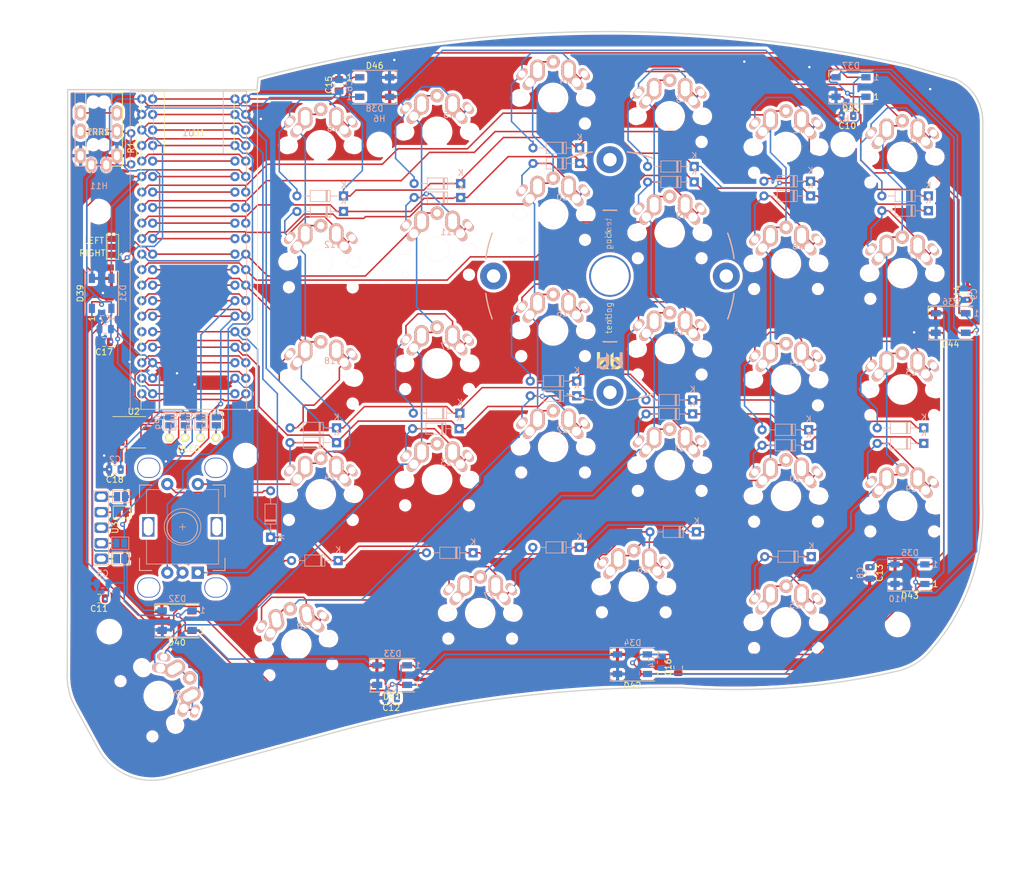
<source format=kicad_pcb>
(kicad_pcb (version 20210424) (generator pcbnew)
  (layers (0 "F.Cu" signal) (31 "B.Cu" signal) (34 "B.Paste" user) (35 "F.Paste" user) (36 "B.SilkS" user "B.Silkscreen") (37 "F.SilkS" user "F.Silkscreen") (38 "B.Mask" user) (39 "F.Mask" user) (44 "Edge.Cuts" user))
  (net 0 "")
  (net 1 "GND")
  (net 2 "+5V")
  (net 3 "Net-(D1-Pad2)")
  (net 4 "row0")
  (net 5 "Net-(D2-Pad2)")
  (net 6 "Net-(D3-Pad2)")
  (net 7 "Net-(D4-Pad2)")
  (net 8 "Net-(D5-Pad2)")
  (net 9 "Net-(D6-Pad2)")
  (net 10 "Net-(D7-Pad2)")
  (net 11 "row4")
  (net 12 "Net-(D8-Pad2)")
  (net 13 "Net-(D9-Pad2)")
  (net 14 "Net-(D12-Pad2)")
  (net 15 "RGB")
  (net 16 "Net-(D17-Pad2)")
  (net 17 "row1")
  (net 18 "Net-(D18-Pad2)")
  (net 19 "Net-(D19-Pad2)")
  (net 20 "Net-(D20-Pad2)")
  (net 21 "Net-(D21-Pad2)")
  (net 22 "Net-(D22-Pad2)")
  (net 23 "Net-(D23-Pad2)")
  (net 24 "Net-(D33-Pad2)")
  (net 25 "row2")
  (net 26 "Net-(D34-Pad2)")
  (net 27 "Net-(D35-Pad2)")
  (net 28 "Net-(D36-Pad2)")
  (net 29 "Net-(D37-Pad2)")
  (net 31 "row3")
  (net 32 "col0")
  (net 33 "col1")
  (net 34 "col2")
  (net 35 "col3")
  (net 36 "col4")
  (net 37 "col5")
  (net 38 "ROT1A")
  (net 39 "ROT1B")
  (net 40 "Net-(D10-Pad2)")
  (net 41 "Net-(D11-Pad2)")
  (net 42 "Net-(D13-Pad2)")
  (net 43 "Net-(D14-Pad2)")
  (net 44 "Net-(D15-Pad2)")
  (net 45 "Net-(D16-Pad2)")
  (net 46 "Net-(D24-Pad2)")
  (net 47 "Net-(D25-Pad2)")
  (net 48 "Net-(D26-Pad2)")
  (net 49 "Net-(D27-Pad2)")
  (net 50 "Net-(D28-Pad2)")
  (net 51 "Net-(D29-Pad2)")
  (net 52 "Net-(D30-Pad2)")
  (net 53 "Net-(D31-Pad2)")
  (net 54 "Net-(D32-Pad2)")
  (net 55 "unconnected-(J1-PadB)")
  (net 56 "+3V3")
  (net 57 "Net-(JP1-Pad2)")
  (net 58 "unconnected-(U1-Pad4)")
  (net 59 "unconnected-(U1-Pad5)")
  (net 60 "unconnected-(U1-Pad14)")
  (net 61 "unconnected-(U1-Pad15)")
  (net 62 "unconnected-(U1-Pad17)")
  (net 63 "unconnected-(U1-Pad18)")
  (net 64 "unconnected-(U1-Pad19)")
  (net 65 "Net-(J1-PadC)")
  (net 66 "unconnected-(U1-Pad20)")
  (net 67 "unconnected-(U1-Pad28)")
  (net 68 "unconnected-(U1-Pad29)")
  (net 69 "unconnected-(U1-Pad32)")
  (net 70 "unconnected-(U1-Pad33)")
  (net 71 "unconnected-(U1-Pad34)")
  (net 72 "unconnected-(U1-Pad35)")
  (net 73 "unconnected-(U1-Pad36)")
  (net 74 "SCL")
  (net 75 "SDA")
  (net 76 "A")
  (net 77 "D")
  (net 78 "B")
  (net 79 "C")
  (net 80 "Net-(D39-Pad2)")
  (net 81 "Net-(D40-Pad2)")
  (net 82 "Net-(D41-Pad2)")
  (net 83 "Net-(D42-Pad2)")
  (net 84 "Net-(D43-Pad2)")
  (net 85 "Net-(D44-Pad2)")
  (net 86 "Net-(D45-Pad2)")
  (net 92 "V")
  (net 93 "W")
  (net 94 "Y")
  (net 95 "X")
  (footprint "tkw:Blackpill_copy" (layer "F.Cu") (at 110.211 52.2478)
    (fp_text reference "U1")
    (fp_text value "WeActBlackPill")
  )
  (footprint "Resistor_THT:R_Axial_DIN0204_L3.6mm_D1.6mm_P5.08mm_Horizontal" (layer "F.Cu") (at 99.06 57.8612 90)
    (fp_text reference "R1")
    (fp_text value "10k")
  )
  (footprint "LED_SMD:LED_WS2812B_PLCC4_5.0x5.0mm_P3.2mm" (layer "F.Cu") (at 226.568 124.968 180)
    (fp_text reference "D43")
    (fp_text value "WS2812B")
  )
  (footprint "LED_SMD:LED_WS2812B_PLCC4_5.0x5.0mm_P3.2mm" (layer "F.Cu") (at 94.234 78.994 90)
    (fp_text reference "D39")
    (fp_text value "WS2812B")
  )
  (footprint "Capacitor_SMD:C_0805_2012Metric" (layer "F.Cu") (at 94.6375 86.95 180)
    (fp_text reference "C17")
    (fp_text value "100nF")
  )
  (footprint "Capacitor_SMD:C_0805_2012Metric" (layer "F.Cu") (at 93.8125 128.95 180)
    (fp_text reference "C11")
    (fp_text value "100nF")
  )
  (footprint "LED_SMD:LED_WS2812B_PLCC4_5.0x5.0mm_P3.2mm" (layer "F.Cu") (at 233.2 83.825 180)
    (fp_text reference "D44")
    (fp_text value "WS2812B")
  )
  (footprint "Jumper:SolderJumper-2_P1.3mm_Open_Pad1.0x1.5mm" (layer "F.Cu") (at 105.41 99.934 -90)
    (fp_text reference "JP2" hide)
    (fp_text value "Jumper_NO_Small")
  )
  (footprint "LED_SMD:LED_WS2812B_PLCC4_5.0x5.0mm_P3.2mm" (layer "F.Cu") (at 216.916 45.212 180)
    (fp_text reference "D45")
    (fp_text value "WS2812B")
  )
  (footprint "Jumper:SolderJumper-2_P1.3mm_Open_Pad1.0x1.5mm" (layer "F.Cu") (at 97.394 122.428)
    (fp_text reference "JP11" hide)
    (fp_text value "Jumper_NO_Small")
  )
  (footprint "Capacitor_SMD:C_0805_2012Metric" (layer "F.Cu") (at 188.625 140.225 90)
    (fp_text reference "C16")
    (fp_text value "100nF")
  )
  (footprint "Jumper:SolderJumper-2_P1.3mm_Open_Pad1.0x1.5mm" (layer "F.Cu") (at 107.95 99.934 -90)
    (fp_text reference "JP4" hide)
    (fp_text value "Jumper_NO_Small")
  )
  (footprint "LED_SMD:LED_WS2812B_PLCC4_5.0x5.0mm_P3.2mm" (layer "F.Cu") (at 138.938 45.212)
    (fp_text reference "D46")
    (fp_text value "WS2812B")
  )
  (footprint "gcp:Tenting_Puck" (layer "F.Cu") (at 177.45 76.15)
    (fp_text reference "REF**")
    (fp_text value "Tenting Puck")
  )
  (footprint "LED_SMD:LED_WS2812B_PLCC4_5.0x5.0mm_P3.2mm" (layer "F.Cu") (at 141.75 141.5 180)
    (fp_text reference "D41")
    (fp_text value "WS2812B")
  )
  (footprint "gcp:pimoroni-trackballl-bommod" (layer "F.Cu") (at 107.442 117.348 90)
    (fp_text reference "U3")
    (fp_text value "PIM447")
  )
  (footprint "Capacitor_SMD:C_0805_2012Metric" (layer "F.Cu") (at 133.075 44.8375 90)
    (fp_text reference "C15")
    (fp_text value "100nF")
  )
  (footprint "Jumper:SolderJumper-2_P1.3mm_Open_Pad1.0x1.5mm" (layer "F.Cu") (at 97.536 114.808)
    (fp_text reference "JP15" hide)
    (fp_text value "Jumper_NO_Small")
  )
  (footprint "Jumper:SolderJumper-2_P1.3mm_Open_Pad1.0x1.5mm" (layer "F.Cu") (at 97.424 112.268)
    (fp_text reference "JP13" hide)
    (fp_text value "Jumper_NO_Small")
  )
  (footprint "Capacitor_SMD:C_0805_2012Metric" (layer "F.Cu") (at 96.3875 107.825 180)
    (fp_text reference "C18")
    (fp_text value "100nF")
  )
  (footprint "Capacitor_SMD:C_0805_2012Metric" (layer "F.Cu") (at 219.95 124.7625 -90)
    (fp_text reference "C13")
    (fp_text value "100nF")
  )
  (footprint "foostan:OLED_v2" (layer "F.Cu") (at 109.145 102.616)
    (fp_text reference "OL1")
    (fp_text value "OLED" hide)
  )
  (footprint "Capacitor_SMD:C_0805_2012Metric" (layer "F.Cu") (at 235.975 79.0875 90)
    (fp_text reference "C14")
    (fp_text value "100nF")
  )
  (footprint "Capacitor_SMD:C_0805_2012Metric" (layer "F.Cu") (at 141.6375 145.175 180)
    (fp_text reference "C12")
    (fp_text value "100nF")
  )
  (footprint "LED_SMD:LED_WS2812B_PLCC4_5.0x5.0mm_P3.2mm" (layer "F.Cu") (at 181.125 139.7 180)
    (fp_text reference "D42")
    (fp_text value "WS2812B")
  )
  (footprint "Package_SO:SOIC-8_3.9x4.9mm_P1.27mm" (layer "F.Cu") (at 99.503 101.727)
    (fp_text reference "U2")
    (fp_text value "24LC64")
  )
  (footprint "Jumper:SolderJumper-3_P1.3mm_Open_Pad1.0x1.5mm" (layer "F.Cu") (at 96.012 71.374 90)
    (fp_text reference "JP1" hide)
    (fp_text value "Jumper_NC_Dual")
  )
  (footprint "Capacitor_SMD:C_0805_2012Metric" (layer "F.Cu") (at 216.3125 49.925 180)
    (fp_text reference "C10")
    (fp_text value "100nF")
  )
  (footprint "Jumper:SolderJumper-2_P1.3mm_Open_Pad1.0x1.5mm" (layer "F.Cu") (at 110.49 99.934 -90)
    (fp_text reference "JP6" hide)
    (fp_text value "Jumper_NO_Small")
  )
  (footprint "Jumper:SolderJumper-2_P1.3mm_Open_Pad1.0x1.5mm" (layer "F.Cu") (at 113.03 99.934 -90)
    (fp_text reference "JP8" hide)
    (fp_text value "Jumper_NO_Small")
  )
  (footprint "LED_SMD:LED_WS2812B_PLCC4_5.0x5.0mm_P3.2mm" (layer "F.Cu") (at 106.55 132.65 180)
    (fp_text reference "D40")
    (fp_text value "WS2812B")
  )
  (footprint "Capacitor_SMD:C_0805_2012Metric" (layer "B.Cu") (at 141.65 145.25 180)
    (fp_text reference "C1")
    (fp_text value "100nF")
  )
  (footprint "Capacitor_SMD:C_0805_2012Metric" (layer "B.Cu") (at 96.425 107.825 180)
    (fp_text reference "C2")
    (fp_text value "100nF")
  )
  (footprint "Capacitor_SMD:C_0805_2012Metric" (layer "B.Cu") (at 185.925 139.375 -90)
    (fp_text reference "C4")
    (fp_text value "100nF")
  )
  (footprint "Capacitor_SMD:C_0805_2012Metric" (layer "B.Cu") (at 133.1214 45.0111 90)
    (fp_text reference "C6")
    (fp_text value "100nF")
  )
  (footprint "Capacitor_SMD:C_0805_2012Metric" (layer "B.Cu") (at 94.8205 84.836 180)
    (fp_text reference "C7")
    (fp_text value "100nF")
  )
  (footprint "Capacitor_SMD:C_0805_2012Metric" (layer "B.Cu") (at 220.1 124.75 -90)
    (fp_text reference "C8")
    (fp_text value "100nF")
  )
  (footprint "Diode_THT:D_DO-34_SOD68_P7.62mm_Horizontal" (layer "B.Cu") (at 229.591 63.0428 180)
    (fp_text reference "D1" hide)
    (fp_text value "D_Small")
  )
  (footprint "Diode_THT:D_DO-34_SOD68_P7.62mm_Horizontal" (layer "B.Cu") (at 210.287 60.6298 180)
    (fp_text reference "D2" hide)
    (fp_text value "D_Small")
  )
  (footprint "Diode_THT:D_DO-34_SOD68_P7.62mm_Horizontal" (layer "B.Cu") (at 191.237 58.2168 180)
    (fp_text reference "D3" hide)
    (fp_text value "D_Small")
  )
  (footprint "Diode_THT:D_DO-34_SOD68_P7.62mm_Horizontal" (layer "B.Cu") (at 172.475 55.175 180)
    (fp_text reference "D4" hide)
    (fp_text value "D_Small")
  )
  (footprint "Diode_THT:D_DO-34_SOD68_P7.62mm_Horizontal" (layer "B.Cu") (at 153.01 61.0108 180)
    (fp_text reference "D5" hide)
    (fp_text value "D_Small")
  )
  (footprint "Diode_THT:D_DO-34_SOD68_P7.62mm_Horizontal" (layer "B.Cu") (at 155.042 121.463 180)
    (fp_text reference "D28" hide)
    (fp_text value "D_Small")
  )
  (footprint "Diode_THT:D_DO-34_SOD68_P7.62mm_Horizontal" (layer "B.Cu") (at 132.944 122.733 180)
    (fp_text reference "D29" hide)
    (fp_text value "D_Small")
  )
  (footprint "Diode_THT:D_DO-34_SOD68_P7.62mm_Horizontal" (layer "B.Cu") (at 121.895 118.923 90)
    (fp_text reference "D30" hide)
    (fp_text value "D_Small")
  )
  (footprint "LED_SMD:LED_WS2812B_PLCC4_5.0x5.0mm_P3.2mm" (layer "B.Cu") (at 94.234 78.994 90)
    (fp_text reference "D31")
    (fp_text value "WS2812B")
  )
  (footprint "Diode_THT:D_DO-34_SOD68_P7.62mm_Horizontal" (layer "B.Cu") (at 229.591 65.4558 180)
    (fp_text reference "D7" hide)
    (fp_text value "D_Small")
  )
  (footprint "LED_SMD:LED_WS2812B_PLCC4_5.0x5.0mm_P3.2mm" (layer "B.Cu") (at 106.625 132.475 180)
    (fp_text reference "D32")
    (fp_text value "WS2812B")
  )
  (footprint "Diode_THT:D_DO-34_SOD68_P7.62mm_Horizontal" (layer "B.Cu") (at 210.287 63.0428 180)
    (fp_text reference "D8" hide)
    (fp_text value "D_Small")
  )
  (footprint "Diode_THT:D_DO-34_SOD68_P7.62mm_Horizontal" (layer "B.Cu") (at 191.237 60.7568 180)
    (fp_text reference "D9" hide)
    (fp_text value "D_Small")
  )
  (footprint "Diode_THT:D_DO-34_SOD68_P7.62mm_Horizontal" (layer "B.Cu") (at 172.475 57.715 180)
    (fp_text reference "D10" hide)
    (fp_text value "D_Small")
  )
  (footprint "Diode_THT:D_DO-34_SOD68_P7.62mm_Horizontal" (layer "B.Cu") (at 153.01 63.2968 180)
    (fp_text reference "D11" hide)
    (fp_text value "D_Small")
  )
  (footprint "Diode_THT:D_DO-34_SOD68_P7.62mm_Horizontal" (layer "B.Cu") (at 133.833 65.5828 180)
    (fp_text reference "D12" hide)
    (fp_text value "D_Small")
  )
  (footprint "Diode_THT:D_DO-34_SOD68_P7.62mm_Horizontal" (layer "B.Cu") (at 228.829 101.016 180)
    (fp_text reference "D13" hide)
    (fp_text value "D_Small")
  )
  (footprint "Diode_THT:D_DO-34_SOD68_P7.62mm_Horizontal" (layer "B.Cu") (at 209.975 101.325 180)
    (fp_text reference "D14" hide)
    (fp_text value "D_Small")
  )
  (footprint "Diode_THT:D_DO-34_SOD68_P7.62mm_Horizontal" (layer "B.Cu") (at 190.983 96.4438 180)
    (fp_text reference "D15" hide)
    (fp_text value "D_Small")
  )
  (footprint "Diode_THT:D_DO-34_SOD68_P7.62mm_Horizontal" (layer "B.Cu") (at 172.025 93.35 180)
    (fp_text reference "D16" hide)
    (fp_text value "D_Small")
  )
  (footprint "Diode_THT:D_DO-34_SOD68_P7.62mm_Horizontal" (layer "B.Cu") (at 152.883 98.6028 180)
    (fp_text reference "D17" hide)
    (fp_text value "D_Small")
  )
  (footprint "Diode_THT:D_DO-34_SOD68_P7.62mm_Horizontal" (layer "B.Cu") (at 132.69 101.016 180)
    (fp_text reference "D18" hide)
    (fp_text value "D_Small")
  )
  (footprint "LED_SMD:LED_WS2812B_PLCC4_5.0x5.0mm_P3.2mm" (layer "B.Cu") (at 141.875 141.475 180)
    (fp_text reference "D33")
    (fp_text value "WS2812B")
  )
  (footprint "LED_SMD:LED_WS2812B_PLCC4_5.0x5.0mm_P3.2mm" (layer "B.Cu") (at 181.15 139.7 180)
    (fp_text reference "D34")
    (fp_text value "WS2812B")
  )
  (footprint "Diode_THT:D_DO-34_SOD68_P7.62mm_Horizontal" (layer "B.Cu") (at 228.829 103.556 180)
    (fp_text reference "D19" hide)
    (fp_text value "D_Small")
  )
  (footprint "Diode_THT:D_DO-34_SOD68_P7.62mm_Horizontal" (layer "B.Cu") (at 209.975 103.8652 180)
    (fp_text reference "D20" hide)
    (fp_text value "D_Small")
  )
  (footprint "Diode_THT:D_DO-34_SOD68_P7.62mm_Horizontal" (layer "B.Cu") (at 190.983 98.7298 180)
    (fp_text reference "D21" hide)
    (fp_text value "D_Small")
  )
  (footprint "Diode_THT:D_DO-34_SOD68_P7.62mm_Horizontal" (layer "B.Cu") (at 172.025 95.763 180)
    (fp_text reference "D22" hide)
    (fp_text value "D_Small")
  )
  (footprint "Diode_THT:D_DO-34_SOD68_P7.62mm_Horizontal" (layer "B.Cu") (at 152.756 101.143 180)
    (fp_text reference "D23" hide)
    (fp_text value "D_Small")
  )
  (footprint "Diode_THT:D_DO-34_SOD68_P7.62mm_Horizontal" (layer "B.Cu") (at 132.69 103.429 180)
    (fp_text reference "D24" hide)
    (fp_text value "D_Small")
  )
  (footprint "Diode_THT:D_DO-34_SOD68_P7.62mm_Horizontal" (layer "B.Cu") (at 210.414 122.098 180)
    (fp_text reference "D25" hide)
    (fp_text value "D_Small")
  )
  (footprint "Diode_THT:D_DO-34_SOD68_P7.62mm_Horizontal" (layer "B.Cu") (at 191.618 118.034 180)
    (fp_text reference "D26" hide)
    (fp_text value "D_Small")
  )
  (footprint "Diode_THT:D_DO-34_SOD68_P7.62mm_Horizontal" (layer "B.Cu") (at 172.441 120.574 180)
    (fp_text reference "D27" hide)
    (fp_text value "D_Small")
  )
  (footprint "LED_SMD:LED_WS2812B_PLCC4_5.0x5.0mm_P3.2mm" (layer "B.Cu") (at 216.9156 45.2129 180)
    (fp_text reference "D37")
    (fp_text value "WS2812B")
  )
  (footprint "LED_SMD:LED_WS2812B_PLCC4_5.0x5.0mm_P3.2mm" (layer "B.Cu") (at 138.9138 45.231)
    (fp_text reference "D38")
    (fp_text value "WS2812B")
  )
  (footprint "MountingHole:MountingHole_3.2mm_M3" (layer "B.Cu") (at 215.646 54.61 180)
    (fp_text reference "H2")
    (fp_text value "MountingHole")
  )
  (footprint "MountingHole:MountingHole_3.2mm_M3" (layer "B.Cu") (at 117.831 105.537 180)
    (fp_text reference "H3" hide)
    (fp_text value "MountingHole")
  )
  (footprint "MountingHole:MountingHole_3.2mm_M3" (layer "B.Cu") (at 95.504 134.366 180)
    (fp_text reference "H9" hide)
    (fp_text value "MountingHole")
  )
  (footprint "MountingHole:MountingHole_3.2mm_M3" (layer "B.Cu") (at 224.561 133.198 180)
    (fp_text reference "H10")
    (fp_text value "MountingHole")
  )
  (footprint "MountingHole:MountingHole_3.2mm_M3" (layer "B.Cu") (at 139.7 54.61 180)
    (fp_text reference "H6")
    (fp_text value "MountingHole")
  )
  (footprint "MountingHole:MountingHole_3.2mm_M3" (layer "B.Cu") (at 93.7766 65.6082 180)
    (fp_text reference "H11")
    (fp_text value "MountingHole")
  )
  (footprint "Capacitor_SMD:C_0805_2012Metric" (layer "B.Cu") (at 94.4095 126.492 180)
    (fp_text reference "C5")
    (fp_text value "100nF")
  )
  (footprint "LED_SMD:LED_WS2812B_PLCC4_5.0x5.0mm_P3.2mm" (layer "B.Cu") (at 233.3 83.875 180)
    (fp_text reference "D36")
    (fp_text value "WS2812B")
  )
  (footprint "foostan:MX_ALPS_PG1350_noLed" (layer "B.Cu") (at 225.298 75.682 180)
    (fp_text reference "SW7")
    (fp_text value "TAB")
  )
  (footprint "foostan:MX_ALPS_PG1350_noLed" (layer "B.Cu") (at 206.273 55.0398 180)
    (fp_text reference "SW2")
    (fp_text value "1")
  )
  (footprint "foostan:MX_ALPS_PG1350_noLed" (layer "B.Cu") (at 149.153 109.498 180)
    (fp_text reference "SW23")
    (fp_text value "C")
  )
  (footprint "foostan:MX_ALPS_PG1350_noLed" (layer "B.Cu") (at 130.113 111.878 180)
    (fp_text reference "SW24")
    (fp_text value "V")
  )
  (footprint "foostan:MX_ALPS_PG1350_noLed" (layer "B.Cu") (at 168.148 104.1102 180)
    (fp_text reference "SW22")
    (fp_text value "X")
  )
  (footprint "foostan:MX_ALPS_PG1350_noLed" (layer "B.Cu") (at 130.113 54.7578 180)
    (fp_text reference "SW6")
    (fp_text value "5")
  )
  (footprint "foostan:MX_ALPS_PG1350_noLed" (layer "B.Cu") (at 206.273 132.842 180)
    (fp_text reference "SW25")
    (fp_text value "CTRL")
  )
  (footprint "Rotary_Encoder:RotaryEncoder_Alps_EC11E-Switch_Vertical_H20mm" (layer "B.Cu") (at 109.982 124.714 90)
    (fp_text reference "SW30" hide)
    (fp_text value "Rotary_Encoder_Switch")
  )
  (footprint "foostan:MX_ALPS_PG1350_noLed" (layer "B.Cu") (at 149.153 52.5378 180)
    (fp_text reference "SW5")
    (fp_text value "4")
  )
  (footprint "foostan:MX_ALPS_PG1350_noLed" (layer "B.Cu") (at 187.233 107.118 180)
    (fp_text reference "SW21")
    (fp_text value "Z")
  )
  (footprint "foostan:MX_ALPS_PG1350_noLed" (layer "B.Cu") (at 130.113 73.7978 180)
    (fp_text reference "SW12")
    (fp_text value "T")
  )
  (footprint "foostan:MX_ALPS_PG1350_noLed" (layer "B.Cu") (at 156.21 131.318 180)
    (fp_text reference "SW27")
    (fp_text value "ALT")
  )
  (footprint "foostan:MX_ALPS_PG1350_noLed" (layer "B.Cu") (at 103.575 144.9 120)
    (fp_text reference "SW29")
    (fp_text value "C")
  )
  (footprint "foostan:MX_ALPS_PG1350_noLed" (layer "B.Cu") (at 126.1132 136.4598 -170)
    (fp_text reference "SW28")
    (fp_text value "X")
  )
  (footprint "foostan:MX_ALPS_PG1350_noLed" (layer "B.Cu") (at 225.298 94.722 180)
    (fp_text reference "SW13")
    (fp_text value "CAPS")
  )
  (footprint "foostan:MX_ALPS_PG1350_noLed" (layer "B.Cu") (at 149.153 90.4578 180)
    (fp_text reference "SW17")
    (fp_text value "F")
  )
  (footprint "foostan:MX_ALPS_PG1350_noLed" (layer "B.Cu") (at 168.148 66.03 180)
    (fp_text reference "SW10")
    (fp_text value "E")
  )
  (footprint "foostan:MX_ALPS_PG1350_noLed" (layer "B.Cu") (at 206.273 112.16 180)
    (fp_text reference "SW20")
    (fp_text value "<")
  )
  (footprint "foostan:MX_ALPS_PG1350_noLed" (layer "B.Cu") (at 168.148 85.07 180)
    (fp_text reference "SW16")
    (fp_text value "D")
  )
  (footprint "foostan:MX_ALPS_PG1350_noLed" (layer "B.Cu") (at 149.153 71.7378 180)
    (fp_text reference "SW11")
    (fp_text value "R")
  )
  (footprint "foostan:MX_ALPS_PG1350_noLed" (layer "B.Cu") (at 187.233 69.0378 180)
    (fp_text reference "SW9")
    (fp_text value "W")
  )
  (footprint "foostan:MX_ALPS_PG1350_noLed" (layer "B.Cu") (at 187.233 49.9978 180)
    (fp_text reference "SW3")
    (fp_text value "2")
  )
  (footprint "foostan:MX_ALPS_PG1350_noLed" (layer "B.Cu") (at 130.113 92.8378 180)
    (fp_text reference "SW18")
    (fp_text value "G")
  )
  (footprint "foostan:MX_ALPS_PG1350_noLed" (layer "B.Cu") (at 225.298 56.642 180)
    (fp_text reference "SW1")
    (fp_text value "ESC")
  )
  (footprint "foostan:MX_ALPS_PG1350_noLed" (layer "B.Cu") (at 168.148 46.99 180)
    (fp_text reference "SW4")
    (fp_text value "3")
  )
  (footprint "foostan:MX_ALPS_PG1350_noLed" (layer "B.Cu") (at 206.273 93.1198 180)
    (fp_text reference "SW14")
    (fp_text value "A")
  )
  (footprint "foostan:MX_ALPS_PG1350_noLed" (layer "B.Cu") (at 187.233 88.0778 180)
    (fp_text reference "SW15")
    (fp_text value "S")
  )
  (footprint "foostan:MX_ALPS_PG1350_noLed" (layer "B.Cu") (at 181.356 127 180)
    (fp_text reference "SW26")
    (fp_text value "SUPER")
  )
  (footprint "foostan:MX_ALPS_PG1350_noLed" (layer "B.Cu") (at 206.273 74.0798 180)
    (fp_text reference "SW8")
    (fp_text value "Q")
  )
  (footprint "foostan:MX_ALPS_PG1350_noLed" (layer "B.Cu") (at 225.298 113.7622 180)
    (fp_text reference "SW19")
    (fp_text value "SHIFT")
  )
  (footprint "Diode_THT:D_DO-34_SOD68_P7.62mm_Horizontal" (layer "B.Cu") (at 133.833 63.0428 180)
    (fp_text reference "D6" hide)
    (fp_text value "D_Small")
  )
  (footprint "LED_SMD:LED_WS2812B_PLCC4_5.0x5.0mm_P3.2mm" (layer "B.Cu") (at 226.568 124.968 180)
    (fp_text reference "D35")
    (fp_text value "WS2812B")
  )
  (footprint "Capacitor_SMD:C_0805_2012Metric" (layer "B.Cu") (at 216.38 49.9364 180)
    (fp_text reference "C3")
    (fp_text value "100nF")
  )
  (footprint "Capacitor_SMD:C_0805_2012Metric" (layer "B.Cu") (at 235.375 79.125 90)
    (fp_text reference "C9")
    (fp_text value "100nF")
  )
  (footprint "foostan:MJ-4PP-9" (layer "B.Cu") (at 92.8876 46.1518 180)
    (fp_text reference "J1")
    (fp_text value "MJ-4PP-9" hide)
  )
  (footprint "Jumper:SolderJumper-2_P1.3mm_Open_Pad1.0x1.5mm" (layer "B.Cu") (at 113.03 99.964 -90)
    (fp_text reference "JP3")
    (fp_text value "Jumper_NO_Small")
  )
  (footprint "Jumper:SolderJumper-2_P1.3mm_Open_Pad1.0x1.5mm" (layer "B.Cu") (at 97.394 112.268)
    (fp_text reference "JP10" hide)
    (fp_text value "Jumper_NO_Small")
  )
  (footprint "Jumper:SolderJumper-2_P1.3mm_Open_Pad1.0x1.5mm" (layer "B.Cu") (at 107.95 99.964 -90)
    (fp_text reference "JP7")
    (fp_text value "Jumper_NO_Small")
  )
  (footprint "Jumper:SolderJumper-2_P1.3mm_Open_Pad1.0x1.5mm" (layer "B.Cu") (at 105.41 99.964 -90)
    (fp_text reference "JP9")
    (fp_text value "Jumper_NO_Small")
  )
  (footprint "Jumper:SolderJumper-2_P1.3mm_Open_Pad1.0x1.5mm" (layer "B.Cu") (at 97.282 119.888)
    (fp_text reference "JP14" hide)
    (fp_text value "Jumper_NO_Small")
  )
  (footprint "Jumper:SolderJumper-2_P1.3mm_Open_Pad1.0x1.5mm" (layer "B.Cu") (at 110.49 99.964 -90)
    (fp_text reference "JP5")
    (fp_text value "Jumper_NO_Small")
  )
  (footprint "Jumper:SolderJumper-2_P1.3mm_Open_Pad1.0x1.5mm" (layer "B.Cu") (at 97.282 122.428)
    (fp_text reference "JP12" hide)
    (fp_text value "Jumper_NO_Small")
  )
  (gr_line (start 238.491865 50.956764) (end 238.494865 52.905064) (layer "Edge.Cuts") (width 0.2))
  (gr_arc (start 197.993865 26.127564) (end 189.065523 143.511504) (angle -17.37321628) (layer "Edge.Cuts") (width 0.2))
  (gr_arc (start 98.597961 141.752535) (end 88.598024 141.717024) (angle -28.92566182) (layer "Edge.Cuts") (width 0.2))
  (gr_line (start 89.82836 146.558168) (end 93.642096 153.517697) (layer "Edge.Cuts") (width 0.2))
  (gr_arc (start 177.280865 258.406264) (end 226.404904 41.620387) (angle -27.7477) (layer "Edge.Cuts") (width 0.2))
  (gr_arc (start 102.411696 148.712064) (end 93.642096 153.517697) (angle -76.62215499) (layer "Edge.Cuts") (width 0.2))
  (gr_arc (start 204.475865 114.955264) (end 229.679634 137.794567) (angle -45.25340054) (layer "Edge.Cuts") (width 0.2))
  (gr_line (start 238.494865 60.326464) (end 238.494865 52.905064) (layer "Edge.Cuts") (width 0.2))
  (gr_line (start 88.662065 45.632864) (end 88.663365 123.317264) (layer "Edge.Cuts") (width 0.2))
  (gr_line (start 238.494865 70.236264) (end 238.439865 113.133264) (layer "Edge.Cuts") (width 0.2))
  (gr_line (start 88.663365 123.317264) (end 88.598024 141.717024) (layer "Edge.Cuts") (width 0.2))
  (gr_arc (start 222.269528 131.079633) (end 224.523055 140.822406) (angle -34.79395318) (layer "Edge.Cuts") (width 0.2))
  (gr_line (start 133.010865 150.685264) (end 105.057892 158.355593) (layer "Edge.Cuts") (width 0.2))
  (gr_arc (start 230.826865 50.821364) (end 238.491848 50.956796) (angle -65.87685) (layer "Edge.Cuts") (width 0.2))
  (gr_line (start 88.662065 45.632864) (end 119.649865 45.658264) (layer "Edge.Cuts") (width 0.2))
  (gr_line (start 119.649865 45.658264) (end 119.825865 43.677664) (layer "Edge.Cuts") (width 0.2))
  (gr_arc (start 187.250865 351.913264) (end 189.065924 143.511167) (angle -15.584) (layer "Edge.Cuts") (width 0.2))
  (gr_line (start 238.494865 70.236264) (end 238.494865 60.326464) (layer "Edge.Cuts") (width 0.2))
  (gr_line (start 226.404865 41.620164) (end 234.082865 43.881064) (layer "Edge.Cuts") (width 0.2))
  (gr_text "RIGHT" (at 92.71 72.39) (layer "F.SilkS") (effects (font (size 1 1))))
  (gr_text "LEFT" (at 92.964 70.358) (layer "F.SilkS") (effects (font (size 1 1))))
  (via (at 118.45 98.1) (size 0.8) (drill 0.4) (layers "F.Cu" "B.Cu") (net 1))
  (via (at 94.025 83.1) (size 0.8) (drill 0.4) (layers "F.Cu" "B.Cu") (net 1))
  (via (at 229.875 45.55) (size 0.8) (drill 0.4) (layers "F.Cu" "B.Cu") (net 1))
  (via (at 109.45 93.9) (size 0.8) (drill 0.4) (layers "F.Cu" "B.Cu") (net 1))
  (via (at 95.5 107.8) (size 0.8) (drill 0.4) (layers "F.Cu" "B.Cu") (net 1))
  (via (at 142.15 40.775) (size 0.8) (drill 0.4) (layers "F.Cu" "B.Cu") (net 1))
  (via (at 104.75 106.5) (size 0.8) (drill 0.4) (layers "F.Cu" "B.Cu") (net 1))
  (via (at 120.3 50.425) (size 0.8) (drill 0.4) (layers "F.Cu" "B.Cu") (net 1))
  (via (at 94.65 105.55) (size 0.8) (drill 0.4) (layers "F.Cu" "B.Cu") (net 1))
  (via (at 106.575 92.075) (size 0.8) (drill 0.4) (layers "F.Cu" "B.Cu") (net 1))
  (via (at 215.35 49.825) (size 0.8) (drill 0.4) (layers "F.Cu" "B.Cu") (net 1))
  (via (at 199.45 41.05) (size 0.8) (drill 0.4) (layers "F.Cu" "B.Cu") (net 1))
  (via (at 210.1 41.95) (size 0.8) (drill 0.4) (layers "F.Cu" "B.Cu") (net 1))
  (via (at 94.45 78.925) (size 0.8) (drill 0.4) (layers "F.Cu" "B.Cu") (net 1))
  (via (at 216.975 125.6) (size 0.8) (drill 0.4) (layers "F.Cu" "B.Cu") (net 1))
  (via (at 98.825 90.2) (size 0.8) (drill 0.4) (layers "F.Cu" "B.Cu") (net 1))
  (via (at 227.25 85.375) (size 0.8) (drill 0.4) (layers "F.Cu" "B.Cu") (net 1))
  (segment (start 98.025 51.3) (end 98.75 50.575) (width 0.2) (layer "B.Cu") (net 1))
  (segment (start 118.340526 94.366289) (end 118.892511 94.918274) (width 0.2) (layer "B.Cu") (net 1))
  (segment (start 117.531489 94.366289) (end 118.340526 94.366289) (width 0.2) (layer "B.Cu") (net 1))
  (segment (start 100.451289 91.826289) (end 101.529489 91.826289) (width 0.2) (layer "B.Cu") (net 1))
  (segment (start 116.769489 48.646289) (end 101.874511 48.646289) (width 0.2) (layer "B.Cu") (net 1))
  (segment (start 117.831 49.7078) (end 116.769489 48.646289) (width 0.2) (layer "B.Cu") (net 1))
  (segment (start 101.529489 91.826289) (end 102.591 92.8878) (width 0.2) (layer "B.Cu") (net 1))
  (segment (start 96.7376 56.4518) (end 96.7376 54.583855) (width 0.2) (layer "B.Cu") (net 1))
  (segment (start 118.892511 97.657489) (end 118.45 98.1) (width 0.2) (layer "B.Cu") (net 1))
  (segment (start 118.892511 94.918274) (end 118.892511 97.657489) (width 0.2) (layer "B.Cu") (net 1))
  (segment (start 101.874511 48.646289) (end 100.813 49.7078) (width 0.2) (layer "B.Cu") (net 1))
  (segment (start 109.45 93.9) (end 108.4 93.9) (width 0.2) (layer "B.Cu") (net 1))
  (segment (start 98.025 53.296455) (end 98.025 51.3) (width 0.2) (layer "B.Cu") (net 1))
  (segment (start 96.7376 54.583855) (end 98.025 53.296455) (width 0.2) (layer "B.Cu") (net 1))
  (segment (start 108.4 93.9) (end 106.575 92.075) (width 0.2) (layer "B.Cu") (net 1))
  (segment (start 98.825 90.2) (end 100.451289 91.826289) (width 0.2) (layer "B.Cu") (net 1))
  (segment (start 116.053 92.8878) (end 117.531489 94.366289) (width 0.2) (layer "B.Cu") (net 1))
  (segment (start 182.7157 141.3) (end 182.4997 141.3) (width 0.25) (layer "F.Cu") (net 2))
  (segment (start 107.9247 134.25) (end 107.9247 132.8517) (width 0.25) (layer "F.Cu") (net 2))
  (segment (start 102.591 90.3478) (end 101.321 91.6178) (width 0.25) (layer "F.Cu") (net 2))
  (segment (start 216.928 46.812) (end 219.366 46.812) (width 0.25) (layer "F.Cu") (net 2))
  (segment (start 237.4762 84.9946) (end 237.1557 84.9946) (width 0.25) (layer "F.Cu") (net 2))
  (segment (start 109 134.25) (end 107.9247 134.25) (width 0.25) (layer "F.Cu") (net 2))
  (segment (start 116.053 90.3478) (end 102.591 90.3478) (width 0.25) (layer "F.Cu") (net 2))
  (segment (start 228.4804 126.568) (end 228.4681 126.568) (width 0.25) (layer "F.Cu") (net 2))
  (segment (start 101.321 91.6178) (end 100.5209 91.6178) (width 0.25) (layer "F.Cu") (net 2))
  (segment (start 180.9157 143.1) (end 144.2 143.1) (width 0.25) (layer "F.Cu") (net 2))
  (segment (start 188.4 141.3) (end 183.575 141.3) (width 0.25) (layer "F.Cu") (net 2))
  (segment (start 183.575 141.3) (end 183.0374 141.3) (width 0.25) (layer "F.Cu") (net 2))
  (segment (start 141.8125 142.9838) (end 140.8225 143.9738) (width 0.25) (layer "F.Cu") (net 2))
  (segment (start 235.65 85.425) (end 236.7253 85.425) (width 0.25) (layer "F.Cu") (net 2))
  (segment (start 102.4615 98.6141) (end 102.4615 99.3385) (width 0.25) (layer "F.Cu") (net 2))
  (segment (start 93.7901 80.3687) (end 92.634 80.3687) (width 0.25) (layer "F.Cu") (net 2))
  (segment (start 188.5375 141.1625) (end 188.4 141.3) (width 0.2) (layer "F.Cu") (net 2))
  (segment (start 101.9103 48.2651) (end 100.813 47.1678) (width 0.25) (layer "F.Cu") (net 2))
  (segment (start 143.0085 142.9838) (end 143.1247 143.1) (width 0.25) (layer "F.Cu") (net 2))
  (segment (start 102.4615 98.6141) (end 102.6169 98.4587) (width 0.25) (layer "F.Cu") (net 2))
  (segment (start 98.074 112.268) (end 98.074 111.1927) (width 0.25) (layer "F.Cu") (net 2))
  (segment (start 92.634 81.444) (end 92.634 80.3687) (width 0.25) (layer "F.Cu") (net 2))
  (segment (start 228.4681 126.568) (end 227.9427 126.568) (width 0.25) (layer "F.Cu") (net 2))
  (segment (start 237.1557 84.9946) (end 236.7253 85.425) (width 0.25) (layer "F.Cu") (net 2))
  (segment (start 102.4615 99.3385) (end 101.978 99.822) (width 0.25) (layer "F.Cu") (net 2))
  (segment (start 227.5 126.2731) (end 227.6478 126.2731) (width 0.25) (layer "F.Cu") (net 2))
  (segment (start 98.329 110.9377) (end 98.329 102.3835) (width 0.25) (layer "F.Cu") (net 2))
  (segment (start 227.6478 126.2731) (end 227.9427 126.568) (width 0.25) (layer "F.Cu") (net 2))
  (segment (start 140.8225 143.9738) (end 119.7991 143.9738) (width 0.25) (layer "F.Cu") (net 2))
  (segment (start 98.8848 58.0364) (end 99.06 57.8612) (width 0.25) (layer "F.Cu") (net 2))
  (segment (start 94.9876 57.9518) (end 92.5376 57.9518) (width 0.25) (layer "F.Cu") (net 2))
  (segment (start 110.49 99.284) (end 110.49 98.4587) (width 0.25) (layer "F.Cu") (net 2))
  (segment (start 216.3371 46.2211) (end 216.928 46.812) (width 0.25) (layer "F.Cu") (net 2))
  (segment (start 183.0374 141.3) (end 182.7157 141.3) (width 0.25) (layer "F.Cu") (net 2))
  (segment (start 144.2 143.1) (end 143.1247 143.1) (width 0.25) (layer "F.Cu") (net 2))
  (segment (start 100.5209 91.6178) (end 99.7087 92.43) (width 0.25) (layer "F.Cu") (net 2))
  (segment (start 94.9876 57.9518) (end 96.1629 57.9518) (width 0.25) (layer "F.Cu") (net 2))
  (segment (start 182.4997 140.835) (end 182.4997 141.3) (width 0.25) (layer "F.Cu") (net 2))
  (segment (start 102.6169 98.4587) (end 110.49 98.4587) (width 0.25) (layer "F.Cu") (net 2))
  (segment (start 229.018 126.568) (end 228.4804 126.568) (width 0.25) (layer "F.Cu") (net 2))
  (segment (start 99.7087 95.8613) (end 102.4615 98.6141) (width 0.25) (layer "F.Cu") (net 2))
  (segment (start 228.4681 126.568) (end 213.7361 141.3) (width 0.25) (layer "F.Cu") (net 2))
  (segment (start 136.488 43.612) (end 135.4127 43.612) (width 0.25) (layer "F.Cu") (net 2))
  (segment (start 116.7337 48.2651) (end 101.9103 48.2651) (width 0.25) (layer "F.Cu") (net 2))
  (segment (start 182.7157 141.3) (end 180.9157 143.1) (width 0.25) (layer "F.Cu") (net 2))
  (segment (start 100.8905 99.822) (end 101.978 99.822) (width 0.25) (layer "F.Cu") (net 2))
  (segment (start 98.074 111.1927) (end 98.329 110.9377) (width 0.25) (layer "F.Cu") (net 2))
  (segment (start 96.1629 57.9518) (end 96.2475 58.0364) (width 0.25) (layer "F.Cu") (net 2))
  (segment (start 213.7361 141.3) (end 188.4 141.3) (width 0.25) (layer "F.Cu") (net 2))
  (segment (start 188.625 141.1625) (end 188.5375 141.1625) (width 0.2) (layer "F.Cu") (net 2))
  (segment (start 96.2475 58.0364) (end 98.8848 58.0364) (width 0.25) (layer "F.Cu") (net 2))
  (segment (start 98.329 102.3835) (end 100.8905 99.822) (width 0.25) (layer "F.Cu") (net 2))
  (segment (start 99.7087 92.43) (end 99.7087 95.8613) (width 0.25) (layer "F.Cu") (net 2))
  (segment (start 141.8125 142.9838) (end 143.0085 142.9838) (width 0.25) (layer "F.Cu") (net 2))
  (segment (start 181.1375 139.4728) (end 182.4997 140.835) (width 0.25) (layer "F.Cu") (net 2))
  (segment (start 107.9247 132.8517) (end 106.7632 131.6902) (width 0.25) (layer "F.Cu") (net 2))
  (segment (start 119.7991 143.9738) (end 110.0753 134.25) (width 0.25) (layer "F.Cu") (net 2))
  (segment (start 109 134.25) (end 110.0753 134.25) (width 0.25) (layer "F.Cu") (net 2))
  (segment (start 131.8569 47.1678) (end 117.831 47.1678) (width 0.25) (layer "F.Cu") (net 2))
  (segment (start 135.4127 43.612) (end 131.8569 47.1678) (width 0.25) (layer "F.Cu") (net 2))
  (segment (start 94.234 80.8126) (end 93.7901 80.3687) (width 0.25) (layer "F.Cu") (net 2))
  (segment (start 117.831 47.1678) (end 116.7337 48.2651) (width 0.25) (layer "F.Cu") (net 2))
  (via (at 181.1375 139.4728) (size 0.8) (drill 0.4) (layers "F.Cu" "B.Cu") (net 2))
  (via (at 97.3625 107.825) (size 0.8) (drill 0.4) (layers "F.Cu" "B.Cu") (net 2))
  (via (at 94.825 129.025) (size 0.8) (drill 0.4) (layers "F.Cu" "B.Cu") (net 2))
  (via (at 142.5875 145.25) (size 0.8) (drill 0.4) (layers "F.Cu" "B.Cu") (net 2))
  (via (at 220.1 123.8125) (size 0.8) (drill 0.4) (layers "F.Cu" "B.Cu") (net 2))
  (via (at 216.3371 46.2211) (size 0.8) (drill 0.4) (layers "F.Cu" "B.Cu") (net 2))
  (via (at 237.4762 84.9946) (size 0.8) (drill 0.4) (layers "F.Cu" "B.Cu") (net 2))
  (via (at 227.5 126.2731) (size 0.8) (drill 0.4) (layers "F.Cu" "B.Cu") (net 2))
  (via (at 217.3175 49.9364) (size 0.8) (drill 0.4) (layers "F.Cu" "B.Cu") (net 2))
  (via (at 235.95 80.025) (size 0.8) (drill 0.4) (layers "F.Cu" "B.Cu") (net 2))
  (via (at 95.758 86.917) (size 0.8) (drill 0.4) (layers "F.Cu" "B.Cu") (net 2))
  (via (at 141.8125 142.9838) (size 0.8) (drill 0.4) (layers "F.Cu" "B.Cu") (net 2))
  (via (at 106.7632 131.6902) (size 0.8) (drill 0.4) (layers "F.Cu" "B.Cu") (net 2))
  (via (at 94.234 80.8126) (size 0.8) (drill 0.4) (layers "F.Cu" "B.Cu") (net 2))
  (segment (start 107.9997 130.875) (end 107.1845 131.6902) (width 0.25) (layer "B.Cu") (net 2))
  (segment (start 103.6951 98.4887) (end 103.6951 91.4519) (width 0.25) (layer "B.Cu") (net 2))
  (segment (start 94.9876 57.9518) (end 94.9876 56.1395) (width 0.25) (layer "B.Cu") (net 2))
  (segment (start 218.828 43.6129) (end 219.3656 43.6129) (width 0.25) (layer "B.Cu") (net 2))
  (segment (start 217.3175 46.2211) (end 216.3371 46.2211) (width 0.25) (layer "B.Cu") (net 2))
  (segment (start 227.5 126.2731) (end 227.5 127.25) (width 0.25) (layer "B.Cu") (net 2))
  (segment (start 103.6951 98.4887) (end 104.1588 98.025) (width 0.25) (layer "B.Cu") (net 2))
  (segment (start 237.4762 84.4262) (end 237.4762 84.9946) (width 0.25) (layer "B.Cu") (net 2))
  (segment (start 185.5875 138.1) (end 183.6 138.1) (width 0.25) (layer "B.Cu") (net 2))
  (segment (start 143.2497 142.3216) (end 142.5875 142.9838) (width 0.25) (layer "B.Cu") (net 2))
  (segment (start 95.347 126.492) (end 95.347 128.503) (width 0.25) (layer "B.Cu") (net 2))
  (segment (start 95.6061 55.521) (end 95.6061 53.6372) (width 0.25) (layer "B.Cu") (net 2))
  (segment (start 235.325 82.275) (end 237.4762 84.4262) (width 0.25) (layer "B.Cu") (net 2))
  (segment (start 99.0811 103.1027) (end 99.1669 103.0169) (width 0.25) (layer "B.Cu") (net 2))
  (segment (start 213.5796 44.4383) (end 214.5543 44.4383) (width 0.25) (layer "B.Cu") (net 2))
  (segment (start 227.5 123.8107) (end 227.5 126.2731) (width 0.25) (layer "B.Cu") (net 2))
  (segment (start 230.75 127.975) (end 237.4762 121.2488) (width 0.25) (layer "B.Cu") (net 2))
  (segment (start 96.2795 84.836) (end 95.758 84.836) (width 0.25) (layer "B.Cu") (net 2))
  (segment (start 95.4339 126.4051) (end 97.932 126.4051) (width 0.25) (layer "B.Cu") (net 2))
  (segment (start 217.3175 44.5857) (end 218.2903 43.6129) (width 0.25) (layer "B.Cu") (net 2))
  (segment (start 95.347 128.503) (end 94.825 129.025) (width 0.25) (layer "B.Cu") (net 2))
  (segment (start 92.5376 59.5271) (end 91.8086 60.2561) (width 0.25) (layer "B.Cu") (net 2))
  (segment (start 93.084 79.2187) (end 94.234 80.3687) (width 0.25) (layer "B.Cu") (net 2))
  (segment (start 217.3175 46.2211) (end 217.3175 44.5857) (width 0.25) (layer "B.Cu") (net 2))
  (segment (start 91.7895 80.5132) (end 91.7895 122.9345) (width 0.25) (layer "B.Cu") (net 2))
  (segment (start 133.1214 46.3898) (end 118.609 46.3898) (width 0.25) (layer "B.Cu") (net 2))
  (segment (start 234.6747 80.7628) (end 235.375 80.0625) (width 0.25) (layer "B.Cu") (net 2))
  (segment (start 95.347 126.492) (end 95.4339 126.4051) (width 0.25) (layer "B.Cu") (net 2))
  (segment (start 97.3625 104.8213) (end 97.3625 107.825) (width 0.25) (layer "B.Cu") (net 2))
  (segment (start 235.375 80.0625) (end 234.3488 79.0363) (width 0.25) (layer "B.Cu") (net 2))
  (segment (start 99.1669 103.0169) (end 103.6951 98.4887) (width 0.25) (layer "B.Cu") (net 2))
  (segment (start 234.3488 79.0363) (end 234.3488 53.1488) (width 0.25) (layer "B.Cu") (net 2))
  (segment (start 103.6951 91.4519) (end 102.591 90.3478) (width 0.25) (layer "B.Cu") (net 2))
  (segment (start 182.5103 138.1) (end 181.1375 139.4728) (width 0.25) (layer "B.Cu") (net 2))
  (segment (start 237.4762 121.2488) (end 237.4762 84.9946) (width 0.25) (layer "B.Cu") (net 2))
  (segment (start 228.225 127.975) (end 230.75 127.975) (width 0.25) (layer "B.Cu") (net 2))
  (segment (start 95.758 82.5953) (end 95.758 84.836) (width 0.25) (layer "B.Cu") (net 2))
  (segment (start 96.9355 47.1678) (end 100.813 47.1678) (width 0.25) (layer "B.Cu") (net 2))
  (segment (start 91.8086 77.9433) (end 93.084 79.2187) (width 0.25) (layer "B.Cu") (net 2))
  (segment (start 100.5213 89.0778) (end 96.2795 84.836) (width 0.25) (layer "B.Cu") (net 2))
  (segment (start 102.591 90.3478) (end 101.321 89.0778) (width 0.25) (layer "B.Cu") (net 2))
  (segment (start 107.95 98.575) (end 107.95 99.314) (width 0.25) (layer "B.Cu") (net 2))
  (segment (start 94.9876 56.1395) (end 95.6061 55.521) (width 0.25) (layer "B.Cu") (net 2))
  (segment (start 95.834 82.5193) (end 95.758 82.5953) (width 0.25) (layer "B.Cu") (net 2))
  (segment (start 107.4 98.025) (end 107.95 98.575) (width 0.25) (layer "B.Cu") (net 2))
  (segment (start 99.1669 103.0169) (end 97.3625 104.8213) (width 0.25) (layer "B.Cu") (net 2))
  (segment (start 136.4638 46.831) (end 133.5626 46.831) (width 0.25) (layer "B.Cu") (net 2))
  (segment (start 223.5307 42.3307) (end 213.9827 42.3307) (width 0.25) (layer "B.Cu") (net 2))
  (segment (start 101.321 89.0778) (end 100.5213 89.0778) (width 0.25) (layer "B.Cu") (net 2))
  (segment (start 95.6061 53.6372) (end 95.5375 53.5686) (width 0.25) (layer "B.Cu") (net 2))
  (segment (start 217.3175 49.9364) (end 217.3175 46.2211) (width 0.25) (layer "B.Cu") (net 2))
  (segment (start 133.1214 46.3898) (end 133.1214 45.9486) (width 0.25) (layer "B.Cu") (net 2))
  (segment (start 97.932 129.382) (end 97.932 126.4051) (width 0.25) (layer "B.Cu") (net 2))
  (segment (start 91.8086 60.2561) (end 91.8086 77.9433) (width 0.25) (layer "B.Cu") (net 2))
  (segment (start 183.6 138.1) (end 182.5103 138.1) (width 0.25) (layer "B.Cu") (net 2))
  (segment (start 234.3488 53.1488) (end 223.5307 42.3307) (width 0.25) (layer "B.Cu") (net 2))
  (segment (start 95.758 84.836) (end 95.758 86.917) (width 0.25) (layer "B.Cu") (net 2))
  (segment (start 226.2319 122.5426) (end 221.3699 122.5426) (width 0.25) (layer "B.Cu") (net 2))
  (segment (start 235.325 82.275) (end 234.6747 82.275) (width 0.25) (layer "B.Cu") (net 2))
  (segment (start 106.7531 131.7003) (end 100.2503 131.7003) (width 0.25) (layer "B.Cu") (net 2))
  (segment (start 94.234 80.3687) (end 95.834 80.3687) (width 0.25) (layer "B.Cu") (net 2))
  (segment (start 235.75 82.275) (end 235.325 82.275) (width 0.25) (layer "B.Cu") (net 2))
  (segment (start 213.3902 42.9232) (end 213.3902 44.2489) (width 0.25) (layer "B.Cu") (net 2))
  (segment (start 95.5375 48.5658) (end 96.9355 47.1678) (width 0.25) (layer "B.Cu") (net 2))
  (segment (start 144.325 139.875) (end 143.2497 139.875) (width 0.25) (layer "B.Cu") (net 2))
  (segment (start 185.925 138.4375) (end 185.5875 138.1) (width 0.25) (layer "B.Cu") (net 2))
  (segment (start 95.5375 53.5686) (end 95.5375 48.5658) (width 0.25) (layer "B.Cu") (net 2))
  (segment (start 142.5875 142.9838) (end 141.8125 142.9838) (width 0.25) (layer "B.Cu") (net 2))
  (segment (start 142.5875 142.9838) (end 142.5875 145.25) (width 0.25) (layer "B.Cu") (net 2))
  (segment (start 213.9827 42.3307) (end 213.3902 42.9232) (width 0.25) (layer "B.Cu") (net 2))
  (segment (start 95.834 81.444) (end 95.834 80.3687) (width 0.25) (layer "B.Cu") (net 2))
  (segment (start 97.932 126.4051) (end 97.932 122.428) (width 0.25) (layer "B.Cu") (net 2))
  (segment (start 227.9427 123.368) (end 227.5 123.8107) (width 0.25) (layer "B.Cu") (net 2))
  (segment (start 221.3699 122.5426) (end 220.1 123.8125) (width 0.25) (layer "B.Cu") (net 2))
  (segment (start 228.0553 123.368) (end 227.9427 123.368) (width 0.25) (layer "B.Cu") (net 2))
  (segment (start 104.1588 98.025) (end 107.4 98.025) (width 0.25) (layer "B.Cu") (net 2))
  (segment (start 227.5 127.25) (end 228.225 127.975) (width 0.25) (layer "B.Cu") (net 2))
  (segment (start 118.609 46.3898) (end 117.831 47.1678) (width 0.25) (layer "B.Cu") (net 2))
  (segment (start 213.3902 44.2489) (end 213.5796 44.4383) (width 0.25) (layer "B.Cu") (net 2))
  (segment (start 91.7895 122.9345) (end 95.347 126.492) (width 0.25) (layer "B.Cu") (net 2))
  (segment (start 218.828 43.6129) (end 218.2903 43.6129) (width 0.25) (layer "B.Cu") (net 2))
  (segment (start 92.5376 57.9518) (end 92.5376 59.5271) (width 0.25) (layer "B.Cu") (net 2))
  (segment (start 93.084 79.2187) (end 91.7895 80.5132) (width 0.25) (layer "B.Cu") (net 2))
  (segment (start 227.5 123.8107) (end 226.2319 122.5426) (width 0.25) (layer "B.Cu") (net 2))
  (segment (start 229.018 123.368) (end 228.0553 123.368) (width 0.25) (layer "B.Cu") (net 2))
  (segment (start 109.075 130.875) (end 107.9997 130.875) (width 0.25) (layer "B.Cu") (net 2))
  (segment (start 143.2497 139.875) (end 143.2497 142.3216) (width 0.25) (layer "B.Cu") (net 2))
  (segment (start 107.1845 131.6902) (end 106.7632 131.6902) (width 0.25) (layer "B.Cu") (net 2))
  (segment (start 214.5543 44.4383) (end 216.3371 46.2211) (width 0.25) (layer "B.Cu") (net 2))
  (segment (start 234.6747 82.275) (end 234.6747 80.7628) (width 0.25) (layer "B.Cu") (net 2))
  (segment (start 95.834 81.444) (end 95.834 82.5193) (width 0.25) (layer "B.Cu") (net 2))
  (segment (start 106.7632 131.6902) (end 106.7531 131.7003) (width 0.25) (layer "B.Cu") (net 2))
  (segment (start 133.5626 46.831) (end 133.1214 46.3898) (width 0.25) (layer "B.Cu") (net 2))
  (segment (start 94.234 80.3687) (end 94.234 80.8126) (width 0.25) (layer "B.Cu") (net 2))
  (segment (start 100.2503 131.7003) (end 97.932 129.382) (width 0.25) (layer "B.Cu") (net 2))
  (segment (start 228.9521 52.742) (end 227.938 52.742) (width 0.25) (layer "F.Cu") (net 3))
  (segment (start 230.398 52.742) (end 229.7383 53.5282) (width 0.25) (layer "F.Cu") (net 3))
  (segment (start 227.938 52.742) (end 227.838 52.642) (width 0.25) (layer "F.Cu") (net 3))
  (segment (start 229.7383 53.5282) (end 228.9521 52.742) (width 0.25) (layer "F.Cu") (net 3))
  (segment (start 222.8691 48.625) (end 220.198 51.2961) (width 0.25) (layer "B.Cu") (net 3))
  (segment (start 225.925 48.625) (end 222.8691 48.625) (width 0.25) (layer "B.Cu") (net 3))
  (segment (start 220.198 51.2961) (end 220.198 52.742) (width 0.25) (layer "B.Cu") (net 3))
  (segment (start 229.8761 53.1867) (end 229.9533 53.1867) (width 0.25) (layer "B.Cu") (net 3))
  (segment (start 220.198 52.742) (end 218.4974 54.4426) (width 0.25) (layer "B.Cu") (net 3))
  (segment (start 218.4974 54.4426) (end 218.4974 57.1825) (width 0.25) (layer "B.Cu") (net 3))
  (segment (start 229.108 54.102) (end 229.8761 53.1867) (width 0.25) (layer "B.Cu") (net 3))
  (segment (start 221.971 60.6561) (end 221.971 63.0428) (width 0.25) (layer "B.Cu") (net 3))
  (segment (start 227.838 52.642) (end 227.838 52.142) (width 0.25) (layer "B.Cu") (net 3))
  (segment (start 227.838 51.562) (end 227.838 50.538) (width 0.25) (layer "B.Cu") (net 3))
  (segment (start 229.9533 53.1867) (end 230.398 52.742) (width 0.25) (layer "B.Cu") (net 3))
  (segment (start 218.4974 57.1825) (end 221.971 60.6561) (width 0.25) (layer "B.Cu") (net 3))
  (segment (start 227.838 52.142) (end 227.838 51.562) (width 0.25) (layer "B.Cu") (net 3))
  (segment (start 227.838 50.538) (end 225.925 48.625) (width 0.25) (layer "B.Cu") (net 3))
  (segment (start 172.475 55.175) (end 171.9374 55.175) (width 0.25) (layer "F.Cu") (net 4))
  (segment (start 146.9626 62.0861) (end 135.865 62.0861) (width 0.25) (layer "F.Cu") (net 4))
  (segment (start 208.938 60.9035) (end 209.2117 60.6298) (width 0.25) (layer "F.Cu") (net 4))
  (segment (start 153.01 61.0108) (end 152.4724 61.0108) (width 0.25) (layer "F.Cu") (net 4))
  (segment (start 171.9374 55.175) (end 173.1874 53.925) (width 0.25) (layer "F.Cu") (net 4))
  (segment (start 227.4404 61.9675) (end 228.5157 63.0428) (width 0.25) (layer "F.Cu") (net 4))
  (segment (start 148.0379 61.0108) (end 146.9626 62.0861) (width 0.25) (layer "F.Cu") (net 4))
  (segment (start 135.865 62.0861) (end 134.9083 63.0428) (width 0.25) (layer "F.Cu") (net 4))
  (segment (start 102.591 47.1678) (end 116.053 47.1678) (width 0.25) (layer "F.Cu") (net 4))
  (segment (start 189.0702 56.05) (end 191.237 58.2168) (width 0.25) (layer "F.Cu") (net 4))
  (segment (start 229.591 63.0428) (end 228.5157 63.0428) (width 0.25) (layer "F.Cu") (net 4))
  (segment (start 205.2314 60.9035) (end 208.938 60.9035) (width 0.25) (layer "F.Cu") (net 4))
  (segment (start 181.5936 56.05) (end 189.0702 56.05) (width 0.25) (layer "F.Cu") (net 4))
  (segment (start 210.287 60.6298) (end 211.3623 60.6298) (width 0.25) (layer "F.Cu") (net 4))
  (segment (start 133.833 63.0428) (end 134.9083 63.0428) (width 0.25) (layer "F.Cu") (net 4))
  (segment (start 173.1874 53.925) (end 179.4686 53.925) (width 0.25) (layer "F.Cu") (net 4))
  (segment (start 152.4724 61.0108) (end 160.0082 53.475) (width 0.25) (layer "F.Cu") (net 4))
  (segment (start 210.287 60.6298) (end 209.2117 60.6298) (width 0.25) (layer "F.Cu") (net 4))
  (segment (start 179.4686 53.925) (end 181.5936 56.05) (width 0.25) (layer "F.Cu") (net 4))
  (segment (start 151.9347 61.0108) (end 148.0379 61.0108) (width 0.25) (layer "F.Cu") (net 4))
  (segment (start 170.2374 53.475) (end 171.9374 55.175) (width 0.25) (layer "F.Cu") (net 4))
  (segment (start 152.4724 61.0108) (end 151.9347 61.0108) (width 0.25) (layer "F.Cu") (net 4))
  (segment (start 211.3623 60.6298) (end 212.7 61.9675) (width 0.25) (layer "F.Cu") (net 4))
  (segment (start 160.0082 53.475) (end 170.2374 53.475) (width 0.25) (layer "F.Cu") (net 4))
  (segment (start 212.7 61.9675) (end 227.4404 61.9675) (width 0.25) (layer "F.Cu") (net 4))
  (via (at 205.2314 60.9035) (size 0.8) (drill 0.4) (layers "F.Cu" "B.Cu") (net 4))
  (segment (start 120.4172 48.2651) (end 117.1503 48.2651) (width 0.25) (layer "B.Cu") (net 4))
  (segment (start 192.3123 58.2168) (end 195.8007 61.7052) (width 0.25) (layer "B.Cu") (net 4))
  (segment (start 132.7263 46.9146) (end 121.7677 46.9146) (width 0.25) (layer "B.Cu") (net 4))
  (segment (start 195.8007 61.7052) (end 204.4297 61.7052) (width 0.25) (layer "B.Cu") (net 4))
  (segment (start 136.9235 58.877) (end 136.9235 51.1118) (width 0.25) (layer "B.Cu") (net 4))
  (segment (start 191.237 58.2168) (end 192.3123 58.2168) (width 0.25) (layer "B.Cu") (net 4))
  (segment (start 121.7677 46.9146) (end 120.4172 48.2651) (width 0.25) (layer "B.Cu") (net 4))
  (segment (start 117.1503 48.2651) (end 116.053 47.1678) (width 0.25) (layer "B.Cu") (net 4))
  (segment (start 204.4297 61.7052) (end 205.2314 60.9035) (width 0.25) (layer "B.Cu") (net 4))
  (segment (start 136.9235 51.1118) (end 132.7263 46.9146) (width 0.25) (layer "B.Cu") (net 4))
  (segment (start 133.833 61.9675) (end 136.9235 58.877) (width 0.25) (layer "B.Cu") (net 4))
  (segment (start 133.833 63.0428) (end 133.833 61.9675) (width 0.25) (layer "B.Cu") (net 4))
  (segment (start 208.813 51.0398) (end 209.8271 51.0398) (width 0.25) (layer "F.Cu") (net 5))
  (segment (start 209.8271 51.0398) (end 210.7133 51.926) (width 0.25) (layer "F.Cu") (net 5))
  (segment (start 203.117811 60.178989) (end 202.667 60.6298) (width 0.25) (layer "F.Cu") (net 5))
  (segment (start 206.396011 60.178989) (end 203.117811 60.178989) (width 0.25) (layer "F.Cu") (net 5))
  (segment (start 210.083 52.4998) (end 210.083 56.492) (width 0.25) (layer "F.Cu") (net 5))
  (segment (start 210.083 56.492) (end 206.396011 60.178989) (width 0.25) (layer "F.Cu") (net 5))
  (segment (start 211.373 51.1398) (end 210.7133 51.926) (width 0.25) (layer "F.Cu") (net 5))
  (segment (start 208.813 48.688) (end 208.813 49.9598) (width 0.25) (layer "B.Cu") (net 5))
  (segment (start 201.173 51.1398) (end 201.173 48.877) (width 0.25) (layer "B.Cu") (net 5))
  (segment (start 208.813 50.5398) (end 208.813 51.0398) (width 0.25) (layer "B.Cu") (net 5))
  (segment (start 201.173 48.877) (end 203.125 46.925) (width 0.25) (layer "B.Cu") (net 5))
  (segment (start 210.9283 51.5845) (end 211.373 51.1398) (width 0.25) (layer "B.Cu") (net 5))
  (segment (start 210.8511 51.5845) (end 210.9283 51.5845) (width 0.25) (layer "B.Cu") (net 5))
  (segment (start 203.125 46.925) (end 207.05 46.925) (width 0.25) (layer "B.Cu") (net 5))
  (segment (start 208.813 49.9598) (end 208.813 50.5398) (width 0.25) (layer "B.Cu") (net 5))
  (segment (start 210.083 52.4998) (end 210.8511 51.5845) (width 0.25) (layer "B.Cu") (net 5))
  (segment (start 207.05 46.925) (end 208.813 48.688) (width 0.25) (layer "B.Cu") (net 5))
  (segment (start 192.333 46.0978) (end 191.6733 46.884) (width 0.25) (layer "F.Cu") (net 6))
  (segment (start 190.7871 45.9978) (end 191.6733 46.884) (width 0.25) (layer "F.Cu") (net 6))
  (segment (start 189.773 45.9978) (end 190.7871 45.9978) (width 0.25) (layer "F.Cu") (net 6))
  (segment (start 189.773 44.9178) (end 189.773 43.473) (width 0.25) (layer "B.Cu") (net 6))
  (segment (start 191.043 47.4578) (end 191.8111 46.5425) (width 0.25) (layer "B.Cu") (net 6))
  (segment (start 189.773 45.4978) (end 189.773 45.9978) (width 0.25) (layer "B.Cu") (net 6))
  (segment (start 189.773 45.4978) (end 189.773 44.9178) (width 0.25) (layer "B.Cu") (net 6))
  (segment (start 182.133 46.0978) (end 180.4182 47.8126) (width 0.25) (layer "B.Cu") (net 6))
  (segment (start 183.617 58.2168) (end 183.617 57.1415) (width 0.25) (layer "B.Cu") (net 6))
  (segment (start 182.133 44.6519) (end 182.133 46.0978) (width 0.25) (layer "B.Cu") (net 6))
  (segment (start 189.773 43.473) (end 188.6 42.3) (width 0.25) (layer "B.Cu") (net 6))
  (segment (start 188.6 42.3) (end 184.4849 42.3) (width 0.25) (layer "B.Cu") (net 6))
  (segment (start 191.8883 46.5425) (end 192.333 46.0978) (width 0.25) (layer "B.Cu") (net 6))
  (segment (start 184.4849 42.3) (end 182.133 44.6519) (width 0.25) (layer "B.Cu") (net 6))
  (segment (start 191.8111 46.5425) (end 191.8883 46.5425) (width 0.25) (layer "B.Cu") (net 6))
  (segment (start 180.4182 47.8126) (end 180.4182 53.9427) (width 0.25) (layer "B.Cu") (net 6))
  (segment (start 180.4182 53.9427) (end 183.617 57.1415) (width 0.25) (layer "B.Cu") (net 6))
  (segment (start 171.8021 43.09) (end 170.788 43.09) (width 0.25) (layer "F.Cu") (net 7))
  (segment (start 170.788 43.09) (end 170.688 42.99) (width 0.25) (layer "F.Cu") (net 7))
  (segment (start 172.5883 43.8762) (end 171.8021 43.09) (width 0.25) (layer "F.Cu") (net 7))
  (segment (start 173.248 43.09) (end 172.5883 43.8762) (width 0.25) (layer "F.Cu") (net 7))
  (segment (start 170.688 40.663) (end 170.688 41.91) (width 0.25) (layer "B.Cu") (net 7))
  (segment (start 170.688 42.49) (end 170.688 42.99) (width 0.25) (layer "B.Cu") (net 7))
  (segment (start 170.688 41.91) (end 170.688 42.49) (width 0.25) (layer "B.Cu") (net 7))
  (segment (start 163.048 41.127) (end 164.5208 39.6542) (width 0.25) (layer "B.Cu") (net 7))
  (segment (start 164.855 55.175) (end 164.855 54.0997) (width 0.25) (layer "B.Cu") (net 7))
  (segment (start 169.6792 39.6542) (end 170.688 40.663) (width 0.25) (layer "B.Cu") (net 7))
  (segment (start 161.3331 44.8049) (end 163.048 43.09) (width 0.25) (layer "B.Cu") (net 7))
  (segment (start 163.048 43.09) (end 163.048 41.127) (width 0.25) (layer "B.Cu") (net 7))
  (segment (start 161.3331 50.8466) (end 161.3331 44.8049) (width 0.25) (layer "B.Cu") (net 7))
  (segment (start 164.5208 39.6542) (end 169.6792 39.6542) (width 0.25) (layer "B.Cu") (net 7))
  (segment (start 164.855 54.0997) (end 164.5862 54.0997) (width 0.25) (layer "B.Cu") (net 7))
  (segment (start 164.5862 54.0997) (end 161.3331 50.8466) (width 0.25) (layer "B.Cu") (net 7))
  (segment (start 151.793 48.6378) (end 151.693 48.5378) (width 0.25) (layer "F.Cu") (net 8))
  (segment (start 152.8071 48.6378) (end 151.793 48.6378) (width 0.25) (layer "F.Cu") (net 8))
  (segment (start 154.253 48.6378) (end 153.5933 49.424) (width 0.25) (layer "F.Cu") (net 8))
  (segment (start 153.5933 49.424) (end 152.8071 48.6378) (width 0.25) (layer "F.Cu") (net 8))
  (segment (start 146.689 45.1774) (end 149.7235 45.1774) (width 0.25) (layer "B.Cu") (net 8))
  (segment (start 144.053 48.6378) (end 143.7172 48.2376) (width 0.25) (layer "B.Cu") (net 8))
  (segment (start 151.693 47.4578) (end 151.693 48.0378) (width 0.25) (layer "B.Cu") (net 8))
  (segment (start 142.3554 56.9009) (end 142.3554 51.3168) (width 0.25) (layer "B.Cu") (net 8))
  (segment (start 143.7172 48.2376) (end 143.3933 47.8516) (width 0.25) (layer "B.Cu") (net 8))
  (segment (start 153.7311 49.0825) (end 153.8083 49.0825) (width 0.25) (layer "B.Cu") (net 8))
  (segment (start 144.5735 47.2929) (end 146.689 45.1774) (width 0.25) (layer "B.Cu") (net 8))
  (segment (start 143.3933 47.8516) (end 143.952 47.2929) (width 0.25) (layer "B.Cu") (net 8))
  (segment (start 153.8083 49.0825) (end 154.253 48.6378) (width 0.25) (layer "B.Cu") (net 8))
  (segment (start 143.7172 49.955) (end 143.7172 48.2376) (width 0.25) (layer "B.Cu") (net 8))
  (segment (start 142.3554 51.3168) (end 143.7172 49.955) (width 0.25) (layer "B.Cu") (net 8))
  (segment (start 152.963 49.9978) (end 153.7311 49.0825) (width 0.25) (layer "B.Cu") (net 8))
  (segment (start 145.39 59.9355) (end 142.3554 56.9009) (width 0.25) (layer "B.Cu") (net 8))
  (segment (start 145.39 61.0108) (end 145.39 59.9355) (width 0.25) (layer "B.Cu") (net 8))
  (segment (start 151.693 48.0378) (end 151.693 48.5378) (width 0.25) (layer "B.Cu") (net 8))
  (segment (start 143.952 47.2929) (end 144.5735 47.2929) (width 0.25) (layer "B.Cu") (net 8))
  (segment (start 149.7235 45.1774) (end 151.693 47.1469) (width 0.25) (layer "B.Cu") (net 8))
  (segment (start 151.693 47.1469) (end 151.693 47.4578) (width 0.25) (layer "B.Cu") (net 8))
  (segment (start 133.6671 50.7578) (end 134.5533 51.644) (width 0.25) (layer "F.Cu") (net 9))
  (segment (start 135.213 50.8578) (end 134.5533 51.644) (width 0.25) (layer "F.Cu") (net 9))
  (segment (start 132.653 50.7578) (end 133.6671 50.7578) (width 0.25) (layer "F.Cu") (net 9))
  (segment (start 123.319 52.5518) (end 125.013 50.8578) (width 0.25) (layer "B.Cu") (net 9))
  (segment (start 126.71088 47.36412) (end 131.38912 47.36412) (width 0.25) (layer "B.Cu") (net 9))
  (segment (start 123.319 59.0735) (end 123.319 52.5518) (width 0.25) (layer "B.Cu") (net 9))
  (segment (start 126.213 63.0428) (end 126.213 61.9675) (width 0.25) (layer "B.Cu") (net 9))
  (segment (start 125.013 50.8578) (end 125.013 49.062) (width 0.25) (layer "B.Cu") (net 9))
  (segment (start 132.653 48.628) (end 132.653 49.6778) (width 0.25) (layer "B.Cu") (net 9))
  (segment (start 132.653 50.7578) (end 132.653 50.2578) (width 0.25) (layer "B.Cu") (net 9))
  (segment (start 126.213 61.9675) (end 123.319 59.0735) (width 0.25) (layer "B.Cu") (net 9))
  (segment (start 134.7683 51.3025) (end 135.213 50.8578) (width 0.25) (layer "B.Cu") (net 9))
  (segment (start 133.923 52.2178) (end 134.6911 51.3025) (width 0.25) (layer "B.Cu") (net 9))
  (segment (start 132.653 49.6778) (end 132.653 50.2578) (width 0.25) (layer "B.Cu") (net 9))
  (segment (start 134.6911 51.3025) (end 134.7683 51.3025) (width 0.25) (layer "B.Cu") (net 9))
  (segment (start 131.38912 47.36412) (end 132.653 48.628) (width 0.25) (layer "B.Cu") (net 9))
  (segment (start 125.013 49.062) (end 126.71088 47.36412) (width 0.25) (layer "B.Cu") (net 9))
  (segment (start 221.971 65.4558) (end 223.0463 65.4558) (width 0.25) (layer "F.Cu") (net 10))
  (segment (start 228.8521 71.682) (end 229.7383 72.5682) (width 0.25) (layer "F.Cu") (net 10))
  (segment (start 223.0463 65.4558) (end 227.838 70.2475) (width 0.25) (layer "F.Cu") (net 10))
  (segment (start 227.838 71.682) (end 228.8521 71.682) (width 0.25) (layer "F.Cu") (net 10))
  (segment (start 230.398 71.782) (end 229.7383 72.5682) (width 0.25) (layer "F.Cu") (net 10))
  (segment (start 227.838 70.2475) (end 227.838 70.602) (width 0.25) (layer "F.Cu") (net 10))
  (segment (start 220.198 70.3361) (end 220.198 68.3041) (width 0.25) (layer "B.Cu") (net 10))
  (segment (start 227.838 71.182) (end 227.838 71.682) (width 0.25) (layer "B.Cu") (net 10))
  (segment (start 219.5383 70.9958) (end 220.198 70.3361) (width 0.25) (layer "B.Cu") (net 10))
  (segment (start 221.971 65.4558) (end 221.971 66.5311) (width 0.25) (layer "B.Cu") (net 10))
  (segment (start 220.198 68.3041) (end 221.971 66.5311) (width 0.25) (layer "B.Cu") (net 10))
  (segment (start 220.198 71.782) (end 219.5383 70.9958) (width 0.25) (layer "B.Cu") (net 10))
  (segment (start 227.838 70.602) (end 227.838 71.182) (width 0.25) (layer "B.Cu") (net 10))
  (segment (start 134.0193 122.733) (end 136.3646 120.3877) (width 0.25) (layer "F.Cu") (net 11))
  (segment (start 128.0587 118.923) (end 131.8687 122.733) (width 0.25) (layer "F.Cu") (net 11))
  (segment (start 121.895 118.923) (end 128.0587 118.923) (width 0.25) (layer "F.Cu") (net 11))
  (segment (start 171.3657 120.574) (end 170.2826 121.6571) (width 0.25) (layer "F.Cu") (net 11))
  (segment (start 155.042 121.463) (end 156.1173 121.463) (width 0.25) (layer "F.Cu") (net 11))
  (segment (start 210.414 122.098) (end 209.3387 122.098) (width 0.25) (layer "F.Cu") (net 11))
  (segment (start 172.441 120.574) (end 171.3657 120.574) (width 0.25) (layer "F.Cu") (net 11))
  (segment (start 152.8914 120.3877) (end 153.9667 121.463) (width 0.25) (layer "F.Cu") (net 11))
  (segment (start 132.4064 122.733) (end 132.944 122.733) (width 0.25) (layer "F.Cu") (net 11))
  (segment (start 132.944 122.733) (end 134.0193 122.733) (width 0.25) (layer "F.Cu") (net 11))
  (segment (start 102.591 85.2678) (end 116.053 85.2678) (width 0.25) (layer "F.Cu") (net 11))
  (segment (start 205.2747 118.034) (end 209.3387 122.098) (width 0.25) (layer "F.Cu") (net 11))
  (segment (start 170.2826 121.6571) (end 156.3114 121.6571) (width 0.25) (layer "F.Cu") (net 11))
  (segment (start 155.042 121.463) (end 153.9667 121.463) (width 0.25) (layer "F.Cu") (net 11))
  (segment (start 132.4064 122.733) (end 131.8687 122.733) (width 0.25) (layer "F.Cu") (net 11))
  (segment (start 136.3646 120.3877) (end 152.8914 120.3877) (width 0.25) (layer "F.Cu") (net 11))
  (segment (start 156.3114 121.6571) (end 156.1173 121.463) (width 0.25) (layer "F.Cu") (net 11))
  (segment (start 191.618 118.034) (end 205.2747 118.034) (width 0.25) (layer "F.Cu") (net 11))
  (segment (start 118.144 86.5378) (end 117.323 86.5378) (width 0.25) (layer "B.Cu") (net 11))
  (segment (start 189.4146 116.9059) (end 177.1844 116.9059) (width 0.25) (layer "B.Cu") (net 11))
  (segment (start 172.441 120.574) (end 173.5163 120.574) (width 0.25) (layer "B.Cu") (net 11))
  (segment (start 121.895 118.923) (end 121.895 117.8477) (width 0.25) (layer "B.Cu") (net 11))
  (segment (start 119.7602 115.7129) (end 119.7602 88.154) (width 0.25) (layer "B.Cu") (net 11))
  (segment (start 117.323 86.5378) (end 116.053 85.2678) (width 0.25) (layer "B.Cu") (net 11))
  (segment (start 190.5427 118.034) (end 189.4146 116.9059) (width 0.25) (layer "B.Cu") (net 11))
  (segment (start 119.7602 88.154) (end 118.144 86.5378) (width 0.25) (layer "B.Cu") (net 11))
  (segment (start 191.618 118.034) (end 190.5427 118.034) (width 0.25) (layer "B.Cu") (net 11))
  (segment (start 177.1844 116.9059) (end 173.5163 120.574) (width 0.25) (layer "B.Cu") (net 11))
  (segment (start 121.895 117.8477) (end 119.7602 115.7129) (width 0.25) (layer "B.Cu") (net 11))
  (segment (start 202.667 63.0428) (end 203.7423 63.0428) (width 0.25) (layer "F.Cu") (net 12))
  (segment (start 209.9271 70.1798) (end 208.913 70.1798) (width 0.25) (layer "F.Cu") (net 12))
  (segment (start 211.373 70.1798) (end 210.7133 70.966) (width 0.25) (layer "F.Cu") (net 12))
  (segment (start 203.7423 63.0428) (end 208.813 68.1135) (width 0.25) (layer "F.Cu") (net 12))
  (segment (start 208.913 70.1798) (end 208.813 70.0798) (width 0.25) (layer "F.Cu") (net 12))
  (segment (start 210.7133 70.966) (end 209.9271 70.1798) (width 0.25) (layer "F.Cu") (net 12))
  (segment (start 208.813 68.1135) (end 208.813 68.9998) (width 0.25) (layer "F.Cu") (net 12))
  (segment (start 208.813 69.5798) (end 208.813 68.9998) (width 0.25) (layer "B.Cu") (net 12))
  (segment (start 208.813 70.0798) (end 208.813 69.5798) (width 0.25) (layer "B.Cu") (net 12))
  (segment (start 201.173 64.5368) (end 202.667 63.0428) (width 0.25) (layer "B.Cu") (net 12))
  (segment (start 201.173 70.1798) (end 201.173 64.5368) (width 0.25) (layer "B.Cu") (net 12))
  (segment (start 183.617 60.7568) (end 186.9511 60.7568) (width 0.25) (layer "F.Cu") (net 13))
  (segment (start 189.773 63.5787) (end 189.773 63.9578) (width 0.25) (layer "F.Cu") (net 13))
  (segment (start 191.6733 65.924) (end 190.8871 65.1378) (width 0.25) (layer "F.Cu") (net 13))
  (segment (start 190.8871 65.1378) (end 189.873 65.1378) (width 0.25) (layer "F.Cu") (net 13))
  (segment (start 186.9511 60.7568) (end 189.773 63.5787) (width 0.25) (layer "F.Cu") (net 13))
  (segment (start 189.873 65.1378) (end 189.773 65.0378) (width 0.25) (layer "F.Cu") (net 13))
  (segment (start 192.333 65.1378) (end 191.6733 65.924) (width 0.25) (layer "F.Cu") (net 13))
  (segment (start 183.617 61.433) (end 183.617 60.7568) (width 0.25) (layer "B.Cu") (net 13))
  (segment (start 182.133 65.1378) (end 182.133 62.917) (width 0.25) (layer "B.Cu") (net 13))
  (segment (start 189.773 65.0378) (end 189.773 64.5378) (width 0.25) (layer "B.Cu") (net 13))
  (segment (start 182.133 62.917) (end 183.617 61.433) (width 0.25) (layer "B.Cu") (net 13))
  (segment (start 189.773 64.5378) (end 189.773 63.9578) (width 0.25) (layer "B.Cu") (net 13))
  (segment (start 130.7608 66.4712) (end 132.653 68.3634) (width 0.25) (layer "F.Cu") (net 14))
  (segment (start 132.753 69.8978) (end 132.653 69.7978) (width 0.25) (layer "F.Cu") (net 14))
  (segment (start 133.7671 69.8978) (end 132.753 69.8978) (width 0.25) (layer "F.Cu") (net 14))
  (segment (start 134.5533 70.684) (end 133.7671 69.8978) (width 0.25) (layer "F.Cu") (net 14))
  (segment (start 127.6454 66.4712) (end 130.7608 66.4712) (width 0.25) (layer "F.Cu") (net 14))
  (segment (start 125.013 69.8978) (end 125.013 69.1036) (width 0.25) (layer "F.Cu") (net 14))
  (segment (start 125.013 69.1036) (end 127.6454 66.4712) (width 0.25) (layer "F.Cu") (net 14))
  (segment (start 132.653 68.3634) (end 132.653 68.7178) (width 0.25) (layer "F.Cu") (net 14))
  (segment (start 135.213 69.8978) (end 134.5533 70.684) (width 0.25) (layer "F.Cu") (net 14))
  (segment (start 125.7422 65.5828) (end 126.213 65.5828) (width 0.25) (layer "B.Cu") (net 14))
  (segment (start 132.653 68.7178) (end 132.653 69.2978) (width 0.25) (layer "B.Cu") (net 14))
  (segment (start 132.653 69.2978) (end 132.653 69.7978) (width 0.25) (layer "B.Cu") (net 14))
  (segment (start 124.225 67.1) (end 125.7422 65.5828) (width 0.25) (layer "B.Cu") (net 14))
  (segment (start 125.013 69.8978) (end 124.225 69.1098) (width 0.25) (layer "B.Cu") (net 14))
  (segment (start 124.225 69.1098) (end 124.225 67.1) (width 0.25) (layer "B.Cu") (net 14))
  (segment (start 100.813 59.8678) (end 101.9104 58.7704) (width 0.25) (layer "F.Cu") (net 15))
  (segment (start 116.7336 58.7704) (end 117.831 59.8678) (width 0.25) (layer "F.Cu") (net 15))
  (segment (start 92.634 76.544) (end 92.634 75.4687) (width 0.25) (layer "F.Cu") (net 15))
  (segment (start 101.9104 58.7704) (end 116.7336 58.7704) (width 0.25) (layer "F.Cu") (net 15))
  (segment (start 91.8121 74.6468) (end 91.8121 64.7691) (width 0.25) (layer "F.Cu") (net 15))
  (segment (start 96.7134 59.8678) (end 100.813 59.8678) (width 0.25) (layer "F.Cu") (net 15))
  (segment (start 91.8121 64.7691) (end 96.7134 59.8678) (width 0.25) (layer "F.Cu") (net 15))
  (segment (start 92.634 75.4687) (end 91.8121 74.6468) (width 0.25) (layer "F.Cu") (net 15))
  (segment (start 95.834 76.544) (end 95.834 64.8468) (width 0.25) (layer "B.Cu") (net 15))
  (segment (start 95.834 64.8468) (end 100.813 59.8678) (width 0.25) (layer "B.Cu") (net 15))
  (segment (start 152.8071 86.5578) (end 151.793 86.5578) (width 0.25) (layer "F.Cu") (net 16))
  (segment (start 144.053 86.5578) (end 144.053 84.297) (width 0.25) (layer "F.Cu") (net 16))
  (segment (start 146 82.35) (end 150.45 82.35) (width 0.25) (layer "F.Cu") (net 16))
  (segment (start 151.793 86.5578) (end 151.693 86.4578) (width 0.25) (layer "F.Cu") (net 16))
  (segment (start 150.45 82.35) (end 151.693 83.593) (width 0.25) (layer "F.Cu") (net 16))
  (segment (start 151.693 83.593) (end 151.693 85.3778) (width 0.25) (layer "F.Cu") (net 16))
  (segment (start 144.053 84.297) (end 146 82.35) (width 0.25) (layer "F.Cu") (net 16))
  (segment (start 153.5933 87.344) (end 152.8071 86.5578) (width 0.25) (layer "F.Cu") (net 16))
  (segment (start 154.253 86.5578) (end 153.5933 87.344) (width 0.25) (layer "F.Cu") (net 16))
  (segment (start 145.263 98.6028) (end 145.263 97.5275) (width 0.25) (layer "B.Cu") (net 16))
  (segment (start 142.3595 94.624) (end 145.263 97.5275) (width 0.25) (layer "B.Cu") (net 16))
  (segment (start 142.3595 88.2513) (end 142.3595 94.624) (width 0.25) (layer "B.Cu") (net 16))
  (segment (start 151.693 85.9578) (end 151.693 85.3778) (width 0.25) (layer "B.Cu") (net 16))
  (segment (start 151.693 86.4578) (end 151.693 85.9578) (width 0.25) (layer "B.Cu") (net 16))
  (segment (start 144.053 86.5578) (end 142.3595 88.2513) (width 0.25) (layer "B.Cu") (net 16))
  (segment (start 229.591 65.4558) (end 228.5157 65.4558) (width 0.25) (layer "F.Cu") (net 17))
  (segment (start 133.833 65.5828) (end 144.8769 65.5828) (width 0.25) (layer "F.Cu") (net 17))
  (segment (start 117.7316 66.3708) (end 117.831 66.4702) (width 0.25) (layer "F.Cu") (net 17))
  (segment (start 117.831 66.4702) (end 117.8465 66.4702) (width 0.25) (layer "F.Cu") (net 17))
  (segment (start 172.475 57.715) (end 172.8949 57.715) (width 0.25) (layer "F.Cu") (net 17))
  (segment (start 119.8092 64.5075) (end 131.6824 64.5075) (width 0.25) (layer "F.Cu") (net 17))
  (segment (start 160.7763 56.6058) (end 154.0853 63.2968) (width 0.25) (layer "F.Cu") (net 17))
  (segment (start 192.2552 61.775) (end 209.0192 61.775) (width 0.25) (layer "F.Cu") (net 17))
  (segment (start 117.831 66.4702) (end 117.831 67.4878) (width 0.25) (layer "F.Cu") (net 17))
  (segment (start 133.833 65.5828) (end 132.7577 65.5828) (width 0.25) (layer "F.Cu") (net 17))
  (segment (start 175.9367 60.7568) (end 182.026723 60.7568) (width 0.25) (layer "F.Cu") (net 17))
  (segment (start 191.237 60.7568) (end 192.2552 61.775) (width 0.25) (layer "F.Cu") (net 17))
  (segment (start 172.8949 57.715) (end 175.9367 60.7568) (width 0.25) (layer "F.Cu") (net 17))
  (segment (start 117.8465 66.4702) (end 119.8092 64.5075) (width 0.25) (layer "F.Cu") (net 17))
  (segment (start 210.287 63.0428) (end 211.3623 63.0428) (width 0.25) (layer "F.Cu") (net 17))
  (segment (start 147.043 63.4167) (end 151.8148 63.4167) (width 0.25) (layer "F.Cu") (net 17))
  (segment (start 153.01 63.2968) (end 154.0853 63.2968) (width 0.25) (layer "F.Cu") (net 17))
  (segment (start 171.7857 56.6058) (end 160.7763 56.6058) (width 0.25) (layer "F.Cu") (net 17))
  (segment (start 100.813 67.4878) (end 101.93 66.3708) (width 0.25) (layer "F.Cu") (net 17))
  (segment (start 190.162489 59.682289) (end 191.237 60.7568) (width 0.25) (layer "F.Cu") (net 17))
  (segment (start 209.0192 61.775) (end 210.287 63.0428) (width 0.25) (layer "F.Cu") (net 17))
  (segment (start 144.8769 65.5828) (end 147.043 63.4167) (width 0.25) (layer "F.Cu") (net 17))
  (segment (start 182.026723 60.7568) (end 183.101234 59.682289) (width 0.25) (layer "F.Cu") (net 17))
  (segment (start 172.8949 57.715) (end 171.7857 56.6058) (width 0.25) (layer "F.Cu") (net 17))
  (segment (start 183.101234 59.682289) (end 190.162489 59.682289) (width 0.25) (layer "F.Cu") (net 17))
  (segment (start 151.8148 63.4167) (end 151.9347 63.2968) (width 0.25) (layer "F.Cu") (net 17))
  (segment (start 211.3623 63.0428) (end 212.7 64.3805) (width 0.25) (layer "F.Cu") (net 17))
  (segment (start 212.7 64.3805) (end 227.4404 64.3805) (width 0.25) (layer "F.Cu") (net 17))
  (segment (start 101.93 66.3708) (end 117.7316 66.3708) (width 0.25) (layer "F.Cu") (net 17))
  (segment (start 131.6824 64.5075) (end 132.7577 65.5828) (width 0.25) (layer "F.Cu") (net 17))
  (segment (start 153.01 63.2968) (end 151.9347 63.2968) (width 0.25) (layer "F.Cu") (net 17))
  (segment (start 227.4404 64.3805) (end 228.5157 65.4558) (width 0.25) (layer "F.Cu") (net 17))
  (segment (start 133.6671 88.8378) (end 134.5533 89.724) (width 0.25) (layer "F.Cu") (net 18))
  (segment (start 129.0062 97.2918) (end 127.2219 97.2918) (width 0.25) (layer "F.Cu") (net 18))
  (segment (start 135.213 88.9378) (end 134.5533 89.724) (width 0.25) (layer "F.Cu") (net 18))
  (segment (start 123.3119 93.3818) (end 123.3119 90.6389) (width 0.25) (layer "F.Cu") (net 18))
  (segment (start 133.923 90.2978) (end 133.1549 91.2131) (width 0.25) (layer "F.Cu") (net 18))
  (segment (start 133.1549 91.2131) (end 133.155 91.2132) (width 0.25) (layer "F.Cu") (net 18))
  (segment (start 132.653 88.8378) (end 133.6671 88.8378) (width 0.25) (layer "F.Cu") (net 18))
  (segment (start 133.155 91.2132) (end 133.155 93.143) (width 0.25) (layer "F.Cu") (net 18))
  (segment (start 133.155 93.143) (end 129.0062 97.2918) (width 0.25) (layer "F.Cu") (net 18))
  (segment (start 125.07 101.016) (end 126.1453 101.016) (width 0.25) (layer "F.Cu") (net 18))
  (segment (start 127.2219 97.2918) (end 127.2219 99.9394) (width 0.25) (layer "F.Cu") (net 18))
  (segment (start 123.3119 90.6389) (end 125.013 88.9378) (width 0.25) (layer "F.Cu") (net 18))
  (segment (start 127.2219 99.9394) (end 126.1453 101.016) (width 0.25) (layer "F.Cu") (net 18))
  (segment (start 127.2219 97.2918) (end 123.3119 93.3818) (width 0.25) (layer "F.Cu") (net 18))
  (segment (start 132.653 88.3378) (end 132.653 87.7578) (width 0.25) (layer "B.Cu") (net 18))
  (segment (start 134.6911 89.3825) (end 134.7683 89.3825) (width 0.25) (layer "B.Cu") (net 18))
  (segment (start 133.923 90.2978) (end 134.6911 89.3825) (width 0.25) (layer "B.Cu") (net 18))
  (segment (start 132.653 88.3378) (end 132.653 88.8378) (width 0.25) (layer "B.Cu") (net 18))
  (segment (start 134.7683 89.3825) (end 135.213 88.9378) (width 0.25) (layer "B.Cu") (net 18))
  (segment (start 227.938 109.8622) (end 227.838 109.7622) (width 0.25) (layer "F.Cu") (net 19))
  (segment (start 227.838 108.6822) (end 227.838 108.296) (width 0.25) (layer "F.Cu") (net 19))
  (segment (start 230.398 109.8622) (end 229.7383 110.6484) (width 0.25) (layer "F.Cu") (net 19))
  (segment (start 227.838 108.296) (end 223.098 103.556) (width 0.25) (layer "F.Cu") (net 19))
  (segment (start 223.098 103.556) (end 221.209 103.556) (width 0.25) (layer "F.Cu") (net 19))
  (segment (start 229.7383 110.6484) (end 228.9521 109.8622) (width 0.25) (layer "F.Cu") (net 19))
  (segment (start 228.9521 109.8622) (end 227.938 109.8622) (width 0.25) (layer "F.Cu") (net 19))
  (segment (start 220.198 109.8622) (end 219.65 109.3142) (width 0.25) (layer "B.Cu") (net 19))
  (segment (start 227.838 109.2622) (end 227.838 108.6822) (width 0.25) (layer "B.Cu") (net 19))
  (segment (start 219.65 105.115) (end 221.209 103.556) (width 0.25) (layer "B.Cu") (net 19))
  (segment (start 227.838 109.7622) (end 227.838 109.2622) (width 0.25) (layer "B.Cu") (net 19))
  (segment (start 229.8761 110.3069) (end 229.9533 110.3069) (width 0.25) (layer "B.Cu") (net 19))
  (segment (start 229.9533 110.3069) (end 230.398 109.8622) (width 0.25) (layer "B.Cu") (net 19))
  (segment (start 229.108 111.2222) (end 229.8761 110.3069) (width 0.25) (layer "B.Cu") (net 19))
  (segment (start 219.65 109.3142) (end 219.65 105.115) (width 0.25) (layer "B.Cu") (net 19))
  (segment (start 205.9825 103.8652) (end 208.813 106.6957) (width 0.25) (layer "F.Cu") (net 20))
  (segment (start 208.813 108.16) (end 209.8271 108.16) (width 0.25) (layer "F.Cu") (net 20))
  (segment (start 211.373 108.26) (end 210.7133 109.0462) (width 0.25) (layer "F.Cu") (net 20))
  (segment (start 209.8271 108.16) (end 210.7133 109.0462) (width 0.25) (layer "F.Cu") (net 20))
  (segment (start 202.355 103.8652) (end 205.9825 103.8652) (width 0.25) (layer "F.Cu") (net 20))
  (segment (start 208.813 106.6957) (end 208.813 107.08) (width 0.25) (layer "F.Cu") (net 20))
  (segment (start 208.813 107.08) (end 208.813 107.66) (width 0.25) (layer "B.Cu") (net 20))
  (segment (start 200.95 105.25) (end 202.3348 103.8652) (width 0.25) (layer "B.Cu") (net 20))
  (segment (start 202.3348 103.8652) (end 202.355 103.8652) (width 0.25) (layer "B.Cu") (net 20))
  (segment (start 208.813 107.66) (end 208.813 108.16) (width 0.25) (layer "B.Cu") (net 20))
  (segment (start 200.95 108.037) (end 200.95 105.25) (width 0.25) (layer "B.Cu") (net 20))
  (segment (start 201.173 108.26) (end 200.95 108.037) (width 0.25) (layer "B.Cu") (net 20))
  (segment (start 186.7793 98.7298) (end 189.773 101.7235) (width 0.25) (layer "F.Cu") (net 21))
  (segment (start 191.6733 104.0042) (end 190.8871 103.218) (width 0.25) (layer "F.Cu") (net 21))
  (segment (start 189.873 103.218) (end 189.773 103.118) (width 0.25) (layer "F.Cu") (net 21))
  (segment (start 192.333 103.218) (end 191.6733 104.0042) (width 0.25) (layer "F.Cu") (net 21))
  (segment (start 189.773 101.7235) (end 189.773 102.038) (width 0.25) (layer "F.Cu") (net 21))
  (segment (start 190.8871 103.218) (end 189.873 103.218) (width 0.25) (layer "F.Cu") (net 21))
  (segment (start 183.363 98.7298) (end 186.7793 98.7298) (width 0.25) (layer "F.Cu") (net 21))
  (segment (start 189.773 102.038) (end 189.773 102.618) (width 0.25) (layer "B.Cu") (net 21))
  (segment (start 189.773 102.618) (end 189.773 103.118) (width 0.25) (layer "B.Cu") (net 21))
  (segment (start 182.133 103.218) (end 182.133 99.9598) (width 0.25) (layer "B.Cu") (net 21))
  (segment (start 182.133 99.9598) (end 183.363 98.7298) (width 0.25) (layer "B.Cu") (net 21))
  (segment (start 172.5883 100.9964) (end 171.8021 100.2102) (width 0.25) (layer "F.Cu") (net 22))
  (segment (start 171.8021 100.2102) (end 170.788 100.2102) (width 0.25) (layer "F.Cu") (net 22))
  (segment (start 170.788 100.2102) (end 170.688 100.1102) (width 0.25) (layer "F.Cu") (net 22))
  (segment (start 165.5507 95.8334) (end 166.386 95.8334) (width 0.25) (layer "F.Cu") (net 22))
  (segment (start 165.4803 95.763) (end 165.5507 95.8334) (width 0.25) (layer "F.Cu") (net 22))
  (segment (start 164.405 95.763) (end 165.4803 95.763) (width 0.25) (layer "F.Cu") (net 22))
  (segment (start 173.248 100.2102) (end 172.5883 100.9964) (width 0.25) (layer "F.Cu") (net 22))
  (via (at 166.386 95.8334) (size 0.8) (drill 0.4) (layers "F.Cu" "B.Cu") (net 22))
  (segment (start 170.688 98.7273) (end 170.688 99.0302) (width 0.25) (layer "B.Cu") (net 22))
  (segment (start 170.688 99.6102) (end 170.688 99.0302) (width 0.25) (layer "B.Cu") (net 22))
  (segment (start 166.386 95.8334) (end 167.7941 95.8334) (width 0.25) (layer "B.Cu") (net 22))
  (segment (start 167.7941 95.8334) (end 170.688 98.7273) (width 0.25) (layer "B.Cu") (net 22))
  (segment (start 170.688 100.1102) (end 170.688 99.6102) (width 0.25) (layer "B.Cu") (net 22))
  (segment (start 163.048 97.727) (end 164.405 96.37) (width 0.25) (layer "B.Cu") (net 22))
  (segment (start 163.048 100.2102) (end 163.048 97.727) (width 0.25) (layer "B.Cu") (net 22))
  (segment (start 164.405 96.37) (end 164.405 95.763) (width 0.25) (layer "B.Cu") (net 22))
  (segment (start 154.253 105.598) (end 153.5933 106.3842) (width 0.25) (layer "F.Cu") (net 23))
  (segment (start 151.693 104.1128) (end 151.693 104.418) (width 0.25) (layer "F.Cu") (net 23))
  (segment (start 148.7232 101.143) (end 151.693 104.1128) (width 0.25) (layer "F.Cu") (net 23))
  (segment (start 152.7071 105.498) (end 153.5933 106.3842) (width 0.25) (layer "F.Cu") (net 23))
  (segment (start 145.136 101.143) (end 148.7232 101.143) (width 0.25) (layer "F.Cu") (net 23))
  (segment (start 151.693 105.498) (end 152.7071 105.498) (width 0.25) (layer "F.Cu") (net 23))
  (segment (start 144.053 102.226) (end 145.136 101.143) (width 0.25) (layer "B.Cu") (net 23))
  (segment (start 151.693 104.418) (end 151.693 104.998) (width 0.25) (layer "B.Cu") (net 23))
  (segment (start 151.693 105.498) (end 151.693 104.998) (width 0.25) (layer "B.Cu") (net 23))
  (segment (start 144.053 105.598) (end 144.053 102.226) (width 0.25) (layer "B.Cu") (net 23))
  (segment (start 144.325 143.075) (end 145.4003 143.075) (width 0.25) (layer "B.Cu") (net 24))
  (segment (start 178.7 138.1) (end 150.3753 138.1) (width 0.25) (layer "B.Cu") (net 24))
  (segment (start 150.3753 138.1) (end 145.4003 143.075) (width 0.25) (layer "B.Cu") (net 24))
  (segment (start 228.829 101.016) (end 227.7537 101.016) (width 0.25) (layer "F.Cu") (net 25))
  (segment (start 152.883 98.6028) (end 152.3454 98.6028) (width 0.25) (layer "F.Cu") (net 25))
  (segment (start 150.7324 97.5275) (end 151.8077 98.6028) (width 0.25) (layer "F.Cu") (net 25))
  (segment (start 102.591 49.7078) (end 116.053 49.7078) (width 0.25) (layer "F.Cu") (net 25))
  (segment (start 209.975 101.325) (end 211.0503 101.325) (width 0.25) (layer "F.Cu") (net 25))
  (segment (start 152.3454 98.6028) (end 156.5229 94.4253) (width 0.25) (layer "F.Cu") (net 25))
  (segment (start 132.69 101.016) (end 133.7653 101.016) (width 0.25) (layer "F.Cu") (net 25))
  (segment (start 209.4374 101.325) (end 209.975 101.325) (width 0.25) (layer "F.Cu") (net 25))
  (segment (start 204.0185 96.4438) (end 208.8997 101.325) (width 0.25) (layer "F.Cu") (net 25))
  (segment (start 137.2538 97.5275) (end 150.7324 97.5275) (width 0.25) (layer "F.Cu") (net 25))
  (segment (start 156.5229 94.4253) (end 169.8744 94.4253) (width 0.25) (layer "F.Cu") (net 25))
  (segment (start 180.7704 92.225) (end 172.6124 92.225) (width 0.25) (layer "F.Cu") (net 25))
  (segment (start 211.0503 101.325) (end 212.4346 99.9407) (width 0.25) (layer "F.Cu") (net 25))
  (segment (start 212.4346 99.9407) (end 226.6784 99.9407) (width 0.25) (layer "F.Cu") (net 25))
  (segment (start 190.983 96.4438) (end 184.9892 96.4438) (width 0.25) (layer "F.Cu") (net 25))
  (segment (start 133.7653 101.016) (end 137.2538 97.5275) (width 0.25) (layer "F.Cu") (net 25))
  (segment (start 171.4874 93.35) (end 170.9497 93.35) (width 0.25) (layer "F.Cu") (net 25))
  (segment (start 190.983 96.4438) (end 204.0185 96.4438) (width 0.25) (layer "F.Cu") (net 25))
  (segment (start 172.6124 92.225) (end 171.4874 93.35) (width 0.25) (layer "F.Cu") (net 25))
  (segment (start 209.4374 101.325) (end 208.8997 101.325) (width 0.25) (layer "F.Cu") (net 25))
  (segment (start 226.6784 99.9407) (end 227.7537 101.016) (width 0.25) (layer "F.Cu") (net 25))
  (segment (start 172.025 93.35) (end 171.4874 93.35) (width 0.25) (layer "F.Cu") (net 25))
  (segment (start 184.9892 96.4438) (end 180.7704 92.225) (width 0.25) (layer "F.Cu") (net 25))
  (segment (start 152.3454 98.6028) (end 151.8077 98.6028) (width 0.25) (layer "F.Cu") (net 25))
  (segment (start 169.8744 94.4253) (end 170.9497 93.35) (width 0.25) (layer "F.Cu") (net 25))
  (segment (start 118.1074 50.9778) (end 117.323 50.9778) (width 0.25) (layer "B.Cu") (net 25))
  (segment (start 121.1775 91.2654) (end 121.1775 54.0479) (width 0.25) (layer "B.Cu") (net 25))
  (segment (start 117.323 50.9778) (end 116.053 49.7078) (width 0.25) (layer "B.Cu") (net 25))
  (segment (start 132.69 101.016) (end 130.9281 101.016) (width 0.25) (layer "B.Cu") (net 25))
  (segment (start 130.9281 101.016) (end 121.1775 91.2654) (width 0.25) (layer "B.Cu") (net 25))
  (segment (start 121.1775 54.0479) (end 118.1074 50.9778) (width 0.25) (layer "B.Cu") (net 25))
  (segment (start 224.118 123.368) (end 223.0427 123.368) (width 0.25) (layer "B.Cu") (net 26))
  (segment (start 223.0427 124.3089) (end 206.0516 141.3) (width 0.25) (layer "B.Cu") (net 26))
  (segment (start 206.0516 141.3) (end 183.6 141.3) (width 0.25) (layer "B.Cu") (net 26))
  (segment (start 223.0427 123.368) (end 223.0427 124.3089) (width 0.25) (layer "B.Cu") (net 26))
  (segment (start 232.1115 124.5498) (end 232.1115 82.4612) (width 0.25) (layer "B.Cu") (net 27))
  (segment (start 230.85 82.275) (end 231.9253 82.275) (width 0.25) (layer "B.Cu") (net 27))
  (segment (start 232.1115 82.4612) (end 231.9253 82.275) (width 0.25) (layer "B.Cu") (net 27))
  (segment (start 229.018 126.568) (end 230.0933 126.568) (width 0.25) (layer "B.Cu") (net 27))
  (segment (start 230.0933 126.568) (end 232.1115 124.5498) (width 0.25) (layer "B.Cu") (net 27))
  (segment (start 223.1126 42.7876) (end 215.2909 42.7876) (width 0.25) (layer "B.Cu") (net 28))
  (segment (start 235.75 85.475) (end 234.6747 85.475) (width 0.25) (layer "B.Cu") (net 28))
  (segment (start 215.2909 42.7876) (end 214.4656 43.6129) (width 0.25) (layer "B.Cu") (net 28))
  (segment (start 233.7669 53.4419) (end 223.1126 42.7876) (width 0.25) (layer "B.Cu") (net 28))
  (segment (start 234.6747 85.475) (end 233.7669 84.5672) (width 0.25) (layer "B.Cu") (net 28))
  (segment (start 233.7669 84.5672) (end 233.7669 53.4419) (width 0.25) (layer "B.Cu") (net 28))
  (segment (start 142.4391 46.831) (end 150.0663 39.2038) (width 0.25) (layer "B.Cu") (net 29))
  (segment (start 218.2903 50.5346) (end 218.2903 46.8129) (width 0.25) (layer "B.Cu") (net 29))
  (segment (start 202.9628 39.2038) (end 214.7248 50.9658) (width 0.25) (layer "B.Cu") (net 29))
  (segment (start 217.8591 50.9658) (end 218.2903 50.5346) (width 0.25) (layer "B.Cu") (net 29))
  (segment (start 214.7248 50.9658) (end 217.8591 50.9658) (width 0.25) (layer "B.Cu") (net 29))
  (segment (start 141.3638 46.831) (end 142.4391 46.831) (width 0.25) (layer "B.Cu") (net 29))
  (segment (start 150.0663 39.2038) (end 202.9628 39.2038) (width 0.25) (layer "B.Cu") (net 29))
  (segment (start 219.3656 46.8129) (end 218.2903 46.8129) (width 0.25) (layer "B.Cu") (net 29))
  (segment (start 165.7843 97.5048) (end 167.5261 95.763) (width 0.25) (layer "F.Cu") (net 31))
  (segment (start 120.0054 90.9757) (end 118.1075 89.0778) (width 0.25) (layer "F.Cu") (net 31))
  (segment (start 151.513 99.9) (end 152.756 101.143) (width 0.25) (layer "F.Cu") (net 31))
  (segment (start 118.1075 89.0778) (end 117.323 89.0778) (width 0.25) (layer "F.Cu") (net 31))
  (segment (start 172.025 95.763) (end 173.1003 95.763) (width 0.25) (layer "F.Cu") (net 31))
  (segment (start 132.69 103.429) (end 136.219 99.9) (width 0.25) (layer "F.Cu") (net 31))
  (segment (start 136.219 99.9) (end 151.513 99.9) (width 0.25) (layer "F.Cu") (net 31))
  (segment (start 124.6739 102.2) (end 120.0054 97.5315) (width 0.25) (layer "F.Cu") (net 31))
  (segment (start 131.461 102.2) (end 124.6739 102.2) (width 0.25) (layer "F.Cu") (net 31))
  (segment (start 167.5261 95.763) (end 172.025 95.763) (width 0.25) (layer "F.Cu") (net 31))
  (segment (start 209.6658 103.8652) (end 211.0503 102.4807) (width 0.25) (layer "F.Cu") (net 31))
  (segment (start 209.975 103.8652) (end 209.6658 103.8652) (width 0.25) (layer "F.Cu") (net 31))
  (segment (start 190.983 98.7298) (end 203.7643 98.7298) (width 0.25) (layer "F.Cu") (net 31))
  (segment (start 132.69 103.429) (end 131.461 102.2) (width 0.25) (layer "F.Cu") (net 31))
  (segment (start 152.756 101.143) (end 153.8313 101.143) (width 0.25) (layer "F.Cu") (net 31))
  (segment (start 175.4373 98.1) (end 180.0714 98.1) (width 0.25) (layer "F.Cu") (net 31))
  (segment (start 203.7643 98.7298) (end 208.8997 103.8652) (width 0.25) (layer "F.Cu") (net 31))
  (segment (start 117.323 89.0778) (end 116.053 87.8078) (width 0.25) (layer "F.Cu") (net 31))
  (segment (start 173.1003 95.763) (end 175.4373 98.1) (width 0.25) (layer "F.Cu") (net 31))
  (segment (start 180.5169 97.6545) (end 188.8324 97.6545) (width 0.25) (layer "F.Cu") (net 31))
  (segment (start 120.0054 97.5315) (end 120.0054 90.9757) (width 0.25) (layer "F.Cu") (net 31))
  (segment (start 211.0503 102.4807) (end 226.6784 102.4807) (width 0.25) (layer "F.Cu") (net 31))
  (segment (start 228.829 103.556) (end 227.7537 103.556) (width 0.25) (layer "F.Cu") (net 31))
  (segment (start 188.8324 97.6545) (end 189.9077 98.7298) (width 0.25) (layer "F.Cu") (net 31))
  (segment (start 102.591 87.8078) (end 116.053 87.8078) (width 0.25) (layer "F.Cu") (net 31))
  (segment (start 189.9077 98.7298) (end 190.983 98.7298) (width 0.25) (layer "F.Cu") (net 31))
  (segment (start 153.8313 101.143) (end 157.4695 97.5048) (width 0.25) (layer "F.Cu") (net 31))
  (segment (start 157.4695 97.5048) (end 165.7843 97.5048) (width 0.25) (layer "F.Cu") (net 31))
  (segment (start 180.0714 98.1) (end 180.5169 97.6545) (width 0.25) (layer "F.Cu") (net 31))
  (segment (start 226.6784 102.4807) (end 227.7537 103.556) (width 0.25) (layer "F.Cu") (net 31))
  (segment (start 209.4374 103.8652) (end 209.6658 103.8652) (width 0.25) (layer "F.Cu") (net 31))
  (segment (start 209.4374 103.8652) (end 208.8997 103.8652) (width 0.25) (layer "F.Cu") (net 31))
  (segment (start 117.831 61.3902) (end 117.831 62.4078) (width 0.25) (layer "F.Cu") (net 32))
  (segment (start 182.7331 42.6669) (end 204.3312 42.6669) (width 0.25) (layer "F.Cu") (net 32))
  (segment (start 206.4175 44.7532) (end 219.3092 44.7532) (width 0.25) (layer "F.Cu") (net 32))
  (segment (start 219.3092 44.7532) (end 225.298 50.742) (width 0.25) (layer "F.Cu") (net 32))
  (segment (start 225.298 107.8622) (end 224.478 108.6822) (width 0.25) (layer "F.Cu") (net 32))
  (segment (start 154.1143 55.3219) (end 159.9455 49.4907) (width 0.25) (layer "F.Cu") (net 32))
  (segment (start 140.1877 57.8553) (end 142.7211 55.3219) (width 0.25) (layer "F.Cu") (net 32))
  (segment (start 175.9093 49.4907) (end 182.7331 42.6669) (width 0.25) (layer "F.Cu") (net 32))
  (segment (start 224.478 108.6822) (end 222.758 108.6822) (width 0.25) (layer "F.Cu") (net 32))
  (segment (start 225.298 88.822) (end 223.578 88.822) (width 0.25) (layer "F.Cu") (net 32))
  (segment (start 117.8465 61.3902) (end 121.3814 57.8553) (width 0.25) (layer "F.Cu") (net 32))
  (segment (start 142.7211 55.3219) (end 154.1143 55.3219) (width 0.25) (layer "F.Cu") (net 32))
  (segment (start 204.553 126.942) (end 203.733 127.762) (width 0.25) (layer "F.Cu") (net 32))
  (segment (start 159.9455 49.4907) (end 175.9093 49.4907) (width 0.25) (layer "F.Cu") (net 32))
  (segment (start 117.831 61.3902) (end 117.8465 61.3902) (width 0.25) (layer "F.Cu") (net 32))
  (segment (start 206.273 126.942) (end 204.553 126.942) (width 0.25) (layer "F.Cu") (net 32))
  (segment (start 101.93 61.2908) (end 117.7316 61.2908) (width 0.25) (layer "F.Cu") (net 32))
  (segment (start 223.578 88.822) (end 222.758 89.642) (width 0.25) (layer "F.Cu") (net 32))
  (segment (start 100.813 62.4078) (end 101.93 61.2908) (width 0.25) (layer "F.Cu") (net 32))
  (segment (start 225.298 69.782) (end 223.578 69.782) (width 0.25) (layer "F.Cu") (net 32))
  (segment (start 121.3814 57.8553) (end 140.1877 57.8553) (width 0.25) (layer "F.Cu") (net 32))
  (segment (start 117.7316 61.2908) (end 117.831 61.3902) (width 0.25) (layer "F.Cu") (net 32))
  (segment (start 224.478 51.562) (end 225.298 50.742) (width 0.25) (layer "F.Cu") (net 32))
  (segment (start 223.578 69.782) (end 222.758 70.602) (width 0.25) (layer "F.Cu") (net 32))
  (segment (start 204.3312 42.6669) (end 206.4175 44.7532) (width 0.25) (layer "F.Cu") (net 32))
  (segment (start 222.758 51.562) (end 224.478 51.562) (width 0.25) (layer "F.Cu") (net 32))
  (segment (start 203.733 128.342) (end 203.733 127.762) (width 0.25) (layer "B.Cu") (net 32))
  (segment (start 203.733 128.842) (end 203.733 128.342) (width 0.25) (layer "B.Cu") (net 32))
  (segment (start 222.758 92.182) (end 221.488 92.182) (width 0.25) (layer "B.Cu") (net 32))
  (segment (start 222.758 110.2651) (end 222.758 109.7622) (width 0.25) (layer "B.Cu") (net 32))
  (segment (start 206.273 126.942) (end 208.8822 124.3328) (width 0.25) (layer "B.Cu") (net 32))
  (segment (start 225.298 61.7876) (end 225.298 69.782) (width 0.25) (layer "B.Cu") (net 32))
  (segment (start 222.758 52.642) (end 222.758 52.142) (width 0.25) (layer "B.Cu") (net 32))
  (segment (start 208.8822 124.3328) (end 210.1623 124.3328) (width 0.25) (layer "B.Cu") (net 32))
  (segment (start 222.123 54.102) (end 222.123 58.6126) (width 0.25) (layer "B.Cu") (net 32))
  (segment (start 222.758 53.467) (end 222.123 54.102) (width 0.25) (layer "B.Cu") (net 32))
  (segment (start 221.488 111.2222) (end 222.758 109.9522) (width 0.25) (layer "B.Cu") (net 32))
  (segment (start 216.9089 114.8155) (end 221.3862 110.3382) (width 0.25) (layer "B.Cu") (net 32))
  (segment (start 222.123 58.6126) (end 225.298 61.7876) (width 0.25) (layer "B.Cu") (net 32))
  (segment (start 221.3862 110.3382) (end 222.6849 110.3382) (width 0.25) (layer "B.Cu") (net 32))
  (segment (start 222.758 109.7622) (end 222.758 109.2622) (width 0.25) (layer "B.Cu") (net 32))
  (segment (start 222.758 108.6822) (end 222.758 109.2622) (width 0.25) (layer "B.Cu") (net 32))
  (segment (start 222.758 71.682) (end 222.758 71.182) (width 0.25) (layer "B.Cu") (net 32))
  (segment (start 222.758 52.142) (end 222.758 51.562) (width 0.25) (layer "B.Cu") (net 32))
  (segment (start 216.9089 117.5862) (end 216.9089 114.8155) (width 0.25) (layer "B.Cu") (net 32))
  (segment (start 222.758 73.142) (end 222.758 71.682) (width 0.25) (layer "B.Cu") (net 32))
  (segment (start 222.758 92.182) (end 222.758 90.722) (width 0.25) (layer "B.Cu") (net 32))
  (segment (start 222.758 73.142) (end 221.488 73.142) (width 0.25) (layer "B.Cu") (net 32))
  (segment (start 222.758 109.9522) (end 222.758 109.7622) (width 0.25) (layer "B.Cu") (net 32))
  (segment (start 222.758 90.222) (end 222.758 90.722) (width 0.25) (layer "B.Cu") (net 32))
  (segment (start 222.758 52.642) (end 222.758 53.467) (width 0.25) (layer "B.Cu") (net 32))
  (segment (start 202.463 130.302) (end 203.733 129.032) (width 0.25) (layer "B.Cu") (net 32))
  (segment (start 210.1623 124.3328) (end 216.9089 117.5862) (width 0.25) (layer "B.Cu") (net 32))
  (segment (start 222.758 89.642) (end 222.758 73.142) (width 0.25) (layer "B.Cu") (net 32))
  (segment (start 222.758 70.602) (end 222.758 71.182) (width 0.25) (layer "B.Cu") (net 32))
  (segment (start 222.758 105.3222) (end 222.758 92.182) (width 0.25) (layer "B.Cu") (net 32))
  (segment (start 222.6849 110.3382) (end 222.758 110.2651) (width 0.25) (layer "B.Cu") (net 32))
  (segment (start 221.488 54.102) (end 222.123 54.102) (width 0.25) (layer "B.Cu") (net 32))
  (segment (start 222.758 90.222) (end 222.758 89.642) (width 0.25) (layer "B.Cu") (net 32))
  (segment (start 203.733 129.032) (end 203.733 128.842) (width 0.25) (layer "B.Cu") (net 32))
  (segment (start 225.298 107.8622) (end 222.758 105.3222) (width 0.25) (layer "B.Cu") (net 32))
  (segment (start 204.553 68.1798) (end 203.733 68.9998) (width 0.25) (layer "F.Cu") (net 33))
  (segment (start 187.8943 119.7098) (end 197.9841 109.62) (width 0.25) (layer "F.Cu") (net 33))
  (segment (start 206.273 87.2198) (end 204.553 87.2198) (width 0.25) (layer "F.Cu") (net 33))
  (segment (start 206.273 68.1798) (end 204.553 68.1798) (width 0.25) (layer "F.Cu") (net 33))
  (segment (start 206.273 49.1398) (end 204.553 49.1398) (width 0.25) (layer "F.Cu") (net 33))
  (segment (start 155.2336 55.9124) (end 158.6475 52.4985) (width 0.25) (layer "F.Cu") (net 33))
  (segment (start 143.2827 60.5337) (end 147.904 55.9124) (width 0.25) (layer "F.Cu") (net 33))
  (segment (start 206.273 106.26) (end 205.453 107.08) (width 0.25) (layer "F.Cu") (net 33))
  (segment (start 178.816 121.92) (end 180.536 121.92) (width 0.25) (layer "F.Cu") (net 33))
  (segment (start 158.6475 52.4985) (end 197.062 52.4985) (width 0.25) (layer "F.Cu") (net 33))
  (segment (start 117.831 63.9302) (end 117.831 64.9478) (width 0.25) (layer "F.Cu") (net 33))
  (segment (start 117.831 63.9302) (end 117.8465 63.9302) (width 0.25) (layer "F.Cu") (net 33))
  (segment (start 203.733 108.35) (end 203.733 108.16) (width 0.25) (layer "F.Cu") (net 33))
  (segment (start 180.536 121.92) (end 181.356 121.1) (width 0.25) (layer "F.Cu") (net 33))
  (segment (start 202.463 109.62) (end 203.733 108.35) (width 0.25) (layer "F.Cu") (net 33))
  (segment (start 205.453 107.08) (end 203.733 107.08) (width 0.25) (layer "F.Cu") (net 33))
  (segment (start 117.8465 63.9302) (end 121.243 60.5337) (width 0.25) (layer "F.Cu") (net 33))
  (segment (start 197.9841 109.62) (end 202.463 109.62) (width 0.25) (layer "F.Cu") (net 33))
  (segment (start 199.7993 49.7612) (end 203.5344 49.7612) (width 0.25) (layer "F.Cu") (net 33))
  (segment (start 204.553 87.2198) (end 203.733 88.0398) (width 0.25) (layer "F.Cu") (net 33))
  (segment (start 117.7316 63.8308) (end 117.831 63.9302) (width 0.25) (layer "F.Cu") (net 33))
  (segment (start 101.93 63.8308) (end 117.7316 63.8308) (width 0.25) (layer "F.Cu") (net 33))
  (segment (start 203.5344 49.7612) (end 203.733 49.9598) (width 0.25) (layer "F.Cu") (net 33))
  (segment (start 100.813 64.9478) (end 101.93 63.8308) (width 0.25) (layer "F.Cu") (net 33))
  (segment (start 182.7462 119.7098) (end 187.8943 119.7098) (width 0.25) (layer "F.Cu") (net 33))
  (segment (start 121.243 60.5337) (end 143.2827 60.5337) (width 0.25) (layer "F.Cu") (net 33))
  (segment (start 204.553 49.1398) (end 203.733 49.9598) (width 0.25) (layer "F.Cu") (net 33))
  (segment (start 181.356 121.1) (end 182.7462 119.7098) (width 0.25) (layer "F.Cu") (net 33))
  (segment (start 197.062 52.4985) (end 199.7993 49.7612) (width 0.25) (layer "F.Cu") (net 33))
  (segment (start 147.904 55.9124) (end 155.2336 55.9124) (width 0.25) (layer "F.Cu") (net 33))
  (segment (start 203.733 108.16) (end 203.733 107.66) (width 0.25) (layer "B.Cu") (net 33))
  (segment (start 203.2311 72.4551) (end 203.733 72.957) (width 0.25) (layer "B.Cu") (net 33))
  (segment (start 203.733 72.957) (end 203.733 88.0398) (width 0.25) (layer "B.Cu") (net 33))
  (segment (start 178.816 123.19) (end 178.816 123) (width 0.25) (layer "B.Cu") (net 33))
  (segment (start 202.463 52.4998) (end 203.733 52.4998) (width 0.25) (layer "B.Cu") (net 33))
  (segment (start 203.733 68.9998) (end 203.733 69.5798) (width 0.25) (layer "B.Cu") (net 33))
  (segment (start 202.463 71.3498) (end 202.463 71.5398) (width 0.25) (layer "B.Cu") (net 33))
  (segment (start 206.273 68.1798) (end 206.273 58.4575) (width 0.25) (layer "B.Cu") (net 33))
  (segment (start 203.733 69.5798) (end 203.733 70.0798) (width 0.25) (layer "B.Cu") (net 33))
  (segment (start 203.733 51.0398) (end 203.733 50.5398) (width 0.25) (layer "B.Cu") (net 33))
  (segment (start 202.463 71.5398) (end 203.2311 72.4551) (width 0.25) (layer "B.Cu") (net 33))
  (segment (start 203.733 91.997) (end 203.733 107.08) (width 0.25) (layer "B.Cu") (net 33))
  (segment (start 203.733 70.0798) (end 202.463 71.3498) (width 0.25) (layer "B.Cu") (net 33))
  (segment (start 203.733 52.4998) (end 203.733 51.0398) (width 0.25) (layer "B.Cu") (net 33))
  (segment (start 177.546 124.46) (end 178.816 123.19) (width 0.25) (layer "B.Cu") (net 33))
  (segment (start 202.463 90.5798) (end 203.2311 91.4951) (width 0.25) (layer "B.Cu") (net 33))
  (segment (start 178.816 122.5) (end 178.816 121.92) (width 0.25) (layer "B.Cu") (net 33))
  (segment (start 203.2311 91.4951) (end 203.733 91.997) (width 0.25) (layer "B.Cu") (net 33))
  (segment (start 203.733 89.1198) (end 203.733 89.3098) (width 0.25) (layer "B.Cu") (net 33))
  (segment (start 203.733 89.1198) (end 203.733 88.6198) (width 0.25) (layer "B.Cu") (net 33))
  (segment (start 203.733 88.0398) (end 203.733 88.6198) (width 0.25) (layer "B.Cu") (net 33))
  (segment (start 178.816 123) (end 178.816 122.5) (width 0.25) (layer "B.Cu") (net 33))
  (segment (start 203.733 89.3098) (end 202.463 90.5798) (width 0.25) (layer "B.Cu") (net 33))
  (segment (start 206.273 58.4575) (end 203.733 55.9175) (width 0.25) (layer "B.Cu") (net 33))
  (segment (start 203.733 107.08) (end 203.733 107.66) (width 0.25) (layer "B.Cu") (net 33))
  (segment (start 203.733 49.9598) (end 203.733 50.5398) (width 0.25) (layer "B.Cu") (net 33))
  (segment (start 203.733 55.9175) (end 203.733 52.4998) (width 0.25) (layer "B.Cu") (net 33))
  (segment (start 150.7949 76.8159) (end 119.5391 76.8159) (width 0.25) (layer "F.Cu") (net 34))
  (segment (start 154.49 125.418) (end 153.67 126.238) (width 0.25) (layer "F.Cu") (net 34))
  (segment (start 156.21 125.418) (end 154.49 125.418) (width 0.25) (layer "F.Cu") (net 34))
  (segment (start 187.233 44.0978) (end 185.513 44.0978) (width 0.25) (layer "F.Cu") (net 34))
  (segment (start 187.233 63.1378) (end 185.513 63.1378) (width 0.25) (layer "F.Cu") (net 34))
  (segment (start 101.9104 74.0104) (end 116.7336 74.0104) (width 0.25) (layer "F.Cu") (net 34))
  (segment (start 119.5391 76.8159) (end 117.831 75.1078) (width 0.25) (layer "F.Cu") (net 34))
  (segment (start 154.5976 73.0132) (end 150.7949 76.8159) (width 0.25) (layer "F.Cu") (net 34))
  (segment (start 185.513 63.1378) (end 184.693 63.9578) (width 0.25) (layer "F.Cu") (net 34))
  (segment (start 183.423 66.4978) (end 182.6141 67.3067) (width 0.25) (layer "F.Cu") (net 34))
  (segment (start 187.233 82.1778) (end 185.513 82.1778) (width 0.25) (layer "F.Cu") (net 34))
  (segment (start 100.813 75.1078) (end 101.9104 74.0104) (width 0.25) (layer "F.Cu") (net 34))
  (segment (start 184.693 102.618) (end 184.693 103.118) (width 0.25) (layer "F.Cu") (net 34))
  (segment (start 165.3696 73.0132) (end 154.5976 73.0132) (width 0.25) (layer "F.Cu") (net 34))
  (segment (start 185.513 101.218) (end 184.693 102.038) (width 0.25) (layer "F.Cu") (net 34))
  (segment (start 171.0761 67.3067) (end 165.3696 73.0132) (width 0.25) (layer "F.Cu") (net 34))
  (segment (start 185.513 44.0978) (end 184.693 44.9178) (width 0.25) (layer "F.Cu") (net 34))
  (segment (start 182.6141 67.3067) (end 171.0761 67.3067) (width 0.25) (layer "F.Cu") (net 34))
  (segment (start 185.513 82.1778) (end 184.693 82.9978) (width 0.25) (layer "F.Cu") (net 34))
  (segment (start 187.233 101.218) (end 185.513 101.218) (width 0.25) (layer "F.Cu") (net 34))
  (segment (start 116.7336 74.0104) (end 117.831 75.1078) (width 0.25) (layer "F.Cu") (net 34))
  (segment (start 183.423 47.4578) (end 184.1911 48.3731) (width 0.25) (layer "B.Cu") (net 34))
  (segment (start 184.693 82.9978) (end 184.693 83.5778) (width 0.25) (layer "B.Cu") (net 34))
  (segment (start 153.67 127.318) (end 153.67 126.818) (width 0.25) (layer "B.Cu") (net 34))
  (segment (start 184.1911 48.3731) (end 184.693 48.875) (width 0.25) (layer "B.Cu") (net 34))
  (segment (start 184.693 45.4978) (end 184.693 45.9978) (width 0.25) (layer "B.Cu") (net 34))
  (segment (start 184.693 83.5778) (end 184.693 84.0778) (width 0.25) (layer "B.Cu") (net 34))
  (segment (start 183.423 85.5378) (end 184.1911 86.4531) (width 0.25) (layer "B.Cu") (net 34))
  (segment (start 184.191 67.4132) (end 184.191 79.1358) (width 0.25) (layer "B.Cu") (net 34))
  (segment (start 184.693 63.9578) (end 184.693 64.5378) (width 0.25) (layer "B.Cu") (net 34))
  (segment (start 153.67 127.318) (end 152.4 128.588) (width 0.25) (layer "B.Cu") (net 34))
  (segment (start 152.4 128.588) (end 152.4 128.778) (width 0.25) (layer "B.Cu") (net 34))
  (segment (start 184.1911 86.4531) (end 184.693 86.955) (width 0.25) (layer "B.Cu") (net 34))
  (segment (start 184.1911 67.4131) (end 184.191 67.4132) (width 0.25) (layer "B.Cu") (net 34))
  (segment (start 184.693 48.875) (end 184.693 63.9578) (width 0.25) (layer "B.Cu") (net 34))
  (segment (start 184.693 84.0778) (end 184.693 84.2678) (width 0.25) (layer "B.Cu") (net 34))
  (segment (start 174.6582 112.1239) (end 182.2041 104.578) (width 0.25) (layer "B.Cu") (net 34))
  (segment (start 183.423 104.388) (end 184.693 103.118) (width 0.25) (layer "B.Cu") (net 34))
  (segment (start 156.21 125.418) (end 169.5041 112.1239) (width 0.25) (layer "B.Cu") (net 34))
  (segment (start 184.693 45.9978) (end 184.693 46.1878) (width 0.25) (layer "B.Cu") (net 34))
  (segment (start 184.693 65.0378) (end 183.423 66.3078) (width 0.25) (layer "B.Cu") (net 34))
  (segment (start 182.2041 104.578) (end 183.423 104.578) (width 0.25) (layer "B.Cu") (net 34))
  (segment (start 153.67 126.818) (end 153.67 126.238) (width 0.25) (layer "B.Cu") (net 34))
  (segment (start 183.423 66.3078) (end 183.423 66.4978) (width 0.25) (layer "B.Cu") (net 34))
  (segment (start 184.191 79.1358) (end 187.233 82.1778) (width 0.25) (layer "B.Cu") (net 34))
  (segment (start 184.693 84.2678) (end 183.423 85.5378) (width 0.25) (layer "B.Cu") (net 34))
  (segment (start 169.5041 112.1239) (end 174.6582 112.1239) (width 0.25) (layer "B.Cu") (net 34))
  (segment (start 183.423 104.578) (end 183.423 104.388) (width 0.25) (layer "B.Cu") (net 34))
  (segment (start 183.423 66.4978) (end 184.1911 67.4131) (width 0.25) (layer "B.Cu") (net 34))
  (segment (start 184.693 46.1878) (end 183.423 47.4578) (width 0.25) (layer "B.Cu") (net 34))
  (segment (start 184.693 86.955) (end 184.693 102.038) (width 0.25) (layer "B.Cu") (net 34))
  (segment (start 184.693 44.9178) (end 184.693 45.4978) (width 0.25) (layer "B.Cu") (net 34))
  (segment (start 184.693 64.5378) (end 184.693 65.0378) (width 0.25) (layer "B.Cu") (net 34))
  (segment (start 184.693 102.038) (end 184.693 102.618) (width 0.25) (layer "B.Cu") (net 34))
  (segment (start 127.3958 66.0005) (end 132.093 66.0005) (width 0.25) (layer "F.Cu") (net 35))
  (segment (start 117.831 69.0102) (end 117.831 70.0278) (width 0.25) (layer "F.Cu") (net 35))
  (segment (start 168.148 98.2102) (end 166.428 98.2102) (width 0.25) (layer "F.Cu") (net 35))
  (segment (start 117.7316 68.9108) (end 117.831 69.0102) (width 0.25) (layer "F.Cu") (net 35))
  (segment (start 168.148 60.13) (end 167.328 60.95) (width 0.25) (layer "F.Cu") (net 35))
  (segment (start 122.8304 131.898) (end 122.7297 131.898) (width 0.25) (layer "F.Cu") (net 35))
  (segment (start 163.906 64.3723) (end 165.608 62.6703) (width 0.25) (layer "F.Cu") (net 35))
  (segment (start 132.8036 66.7111) (end 137.1541 66.7111) (width 0.25) (layer "F.Cu") (net 35))
  (segment (start 146.7243 64.3723) (end 163.906 64.3723) (width 0.25) (layer "F.Cu") (net 35))
  (segment (start 144.6691 66.4275) (end 146.7243 64.3723) (width 0.25) (layer "F.Cu") (net 35))
  (segment (start 125.0887 130.6494) (end 124.079 130.6494) (width 0.25) (layer "F.Cu") (net 35))
  (segment (start 137.4377 66.4275) (end 144.6691 66.4275) (width 0.25) (layer "F.Cu") (net 35))
  (segment (start 124.3861 69.0102) (end 127.3958 66.0005) (width 0.25) (layer "F.Cu") (net 35))
  (segment (start 165.608 62.6703) (end 165.608 62.03) (width 0.25) (layer "F.Cu") (net 35))
  (segment (start 137.1541 66.7111) (end 137.4377 66.4275) (width 0.25) (layer "F.Cu") (net 35))
  (segment (start 166.428 41.09) (end 165.608 41.91) (width 0.25) (layer "F.Cu") (net 35))
  (segment (start 168.148 79.17) (end 166.428 79.17) (width 0.25) (layer "F.Cu") (net 35))
  (segment (start 166.428 79.17) (end 165.608 79.99) (width 0.25) (layer "F.Cu") (net 35))
  (segment (start 100.813 70.0278) (end 101.93 68.9108) (width 0.25) (layer "F.Cu") (net 35))
  (segment (start 132.093 66.0005) (end 132.8036 66.7111) (width 0.25) (layer "F.Cu") (net 35))
  (segment (start 117.831 69.0102) (end 124.3861 69.0102) (width 0.25) (layer "F.Cu") (net 35))
  (segment (start 168.148 41.09) (end 166.428 41.09) (width 0.25) (layer "F.Cu") (net 35))
  (segment (start 167.328 60.95) (end 165.608 60.95) (width 0.25) (layer "F.Cu") (net 35))
  (segment (start 166.428 98.2102) (end 165.608 99.0302) (width 0.25) (layer "F.Cu") (net 35))
  (segment (start 101.93 68.9108) (end 117.7316 68.9108) (width 0.25) (layer "F.Cu") (net 35))
  (segment (start 122.8304 131.898) (end 122.8304 132.4692) (width 0.25) (layer "F.Cu") (net 35))
  (segment (start 124.079 130.6494) (end 122.8304 131.898) (width 0.25) (layer "F.Cu") (net 35))
  (segment (start 164.338 63.49) (end 165.1061 64.4053) (width 0.25) (layer "B.Cu") (net 35))
  (segment (start 168.148 56.4319) (end 168.148 60.13) (width 0.25) (layer "B.Cu") (net 35))
  (segment (start 122.9172 133.6228) (end 122.9172 132.9616) (width 0.25) (layer "B.Cu") (net 35))
  (segment (start 164.7949 53.0788) (end 168.148 56.4319) (width 0.25) (layer "B.Cu") (net 35))
  (segment (start 165.608 41.91) (end 165.608 42.49) (width 0.25) (layer "B.Cu") (net 35))
  (segment (start 165.1061 83.4453) (end 165.608 83.9472) (width 0.25) (layer "B.Cu") (net 35))
  (segment (start 165.608 42.99) (end 165.608 43.6369) (width 0.25) (layer "B.Cu") (net 35))
  (segment (start 165.608 60.95) (end 165.608 61.53) (width 0.25) (layer "B.Cu") (net 35))
  (segment (start 165.608 43.6369) (end 164.7949 44.45) (width 0.25) (layer "B.Cu") (net 35))
  (segment (start 164.7949 44.45) (end 164.338 44.45) (width 0.25) (layer "B.Cu") (net 35))
  (segment (start 164.338 101.5702) (end 163.3451 101.5702) (width 0.25) (layer "B.Cu") (net 35))
  (segment (start 136.781 129.1768) (end 126.5613 129.1768) (width 0.25) (layer "B.Cu") (net 35))
  (segment (start 156.1303 108.785) (end 156.1303 109.8275) (width 0.25) (layer "B.Cu") (net 35))
  (segment (start 164.338 82.53) (end 165.1061 83.4453) (width 0.25) (layer "B.Cu") (net 35))
  (segment (start 165.106 79.488) (end 165.608 79.99) (width 0.25) (layer "B.Cu") (net 35))
  (segment (start 165.608 99.0302) (end 165.608 99.6102) (width 0.25) (layer "B.Cu") (net 35))
  (segment (start 164.338 82.34) (end 164.338 82.53) (width 0.25) (layer "B.Cu") (net 35))
  (segment (start 165.608 42.49) (end 165.608 42.99) (width 0.25) (layer "B.Cu") (net 35))
  (segment (start 165.1061 64.4053) (end 165.106 64.4054) (width 0.25) (layer "B.Cu") (net 35))
  (segment (start 165.608 81.07) (end 164.338 82.34) (width 0.25) (layer "B.Cu") (net 35))
  (segment (start 122.8304 132.8748) (end 122.8304 132.4692) (width 0.25) (layer "B.Cu") (net 35))
  (segment (start 165.608 100.1102) (end 165.608 100.3002) (width 0.25) (layer "B.Cu") (net 35))
  (segment (start 126.5613 129.1768) (end 125.0887 130.6494) (width 0.25) (layer "B.Cu") (net 35))
  (segment (start 165.608 80.57) (end 165.608 81.07) (width 0.25) (layer "B.Cu") (net 35))
  (segment (start 122.9172 132.9616) (end 122.8304 132.8748) (width 0.25) (layer "B.Cu") (net 35))
  (segment (start 165.608 100.3002) (end 164.338 101.5702) (width 0.25) (layer "B.Cu") (net 35))
  (segment (start 165.608 83.9472) (end 165.608 99.0302) (width 0.25) (layer "B.Cu") (net 35))
  (segment (start 164.338 63.3) (end 164.338 63.49) (width 0.25) (layer "B.Cu") (net 35))
  (segment (start 165.608 62.03) (end 164.338 63.3) (width 0.25) (layer "B.Cu") (net 35))
  (segment (start 163.3451 101.5702) (end 156.1303 108.785) (width 0.25) (layer "B.Cu") (net 35))
  (segment (start 165.106 64.4054) (end 165.106 79.488) (width 0.25) (layer "B.Cu") (net 35))
  (segment (start 165.608 100.1102) (end 165.608 99.6102) (width 0.25) (layer "B.Cu") (net 35))
  (segment (start 165.608 79.99) (end 165.608 80.57) (width 0.25) (layer "B.Cu") (net 35))
  (segment (start 165.608 62.03) (end 165.608 61.53) (width 0.25) (layer "B.Cu") (net 35))
  (segment (start 156.1303 109.8275) (end 136.781 129.1768) (width 0.25) (layer "B.Cu") (net 35))
  (segment (start 164.7949 44.45) (end 164.7949 53.0788) (width 0.25) (layer "B.Cu") (net 35))
  (segment (start 121.92 134.62) (end 122.9172 133.6228) (width 0.25) (layer "B.Cu") (net 35))
  (segment (start 105.7691 140.7003) (end 105.9521 140.7003) (width 0.25) (layer "F.Cu") (net 36))
  (segment (start 144.3633 69.1978) (end 137.4119 76.1492) (width 0.25) (layer "F.Cu") (net 36))
  (segment (start 149.153 46.6378) (end 147.433 46.6378) (width 0.25) (layer "F.Cu") (net 36))
  (segment (start 147.433 103.598) (end 146.613 104.418) (width 0.25) (layer "F.Cu") (net 36))
  (segment (start 103.8697 140.3304) (end 104.2396 140.7003) (width 0.25) (layer "F.Cu") (net 36))
  (segment (start 148.333 85.3778) (end 149.153 84.5578) (width 0.25) (layer "F.Cu") (net 36))
  (segment (start 121.4124 76.1492) (end 117.831 72.5678) (width 0.25) (layer "F.Cu") (net 36))
  (segment (start 147.433 46.6378) (end 146.613 47.4578) (width 0.25) (layer "F.Cu") (net 36))
  (segment (start 146.613 85.3778) (end 148.333 85.3778) (width 0.25) (layer "F.Cu") (net 36))
  (segment (start 149.153 103.598) (end 147.433 103.598) (width 0.25) (layer "F.Cu") (net 36))
  (segment (start 145.343 87.9178) (end 146.613 86.6478) (width 0.25) (layer "F.Cu") (net 36))
  (segment (start 147.433 65.8378) (end 146.613 66.6578) (width 0.25) (layer "F.Cu") (net 36))
  (segment (start 105.9521 140.7003) (end 106.2021 140.4503) (width 0.25) (layer "F.Cu") (net 36))
  (segment (start 106.4921 140.1603) (end 106.2021 140.4503) (width 0.25) (layer "F.Cu") (net 36))
  (segment (start 146.613 86.6478) (end 146.613 86.4578) (width 0.25) (layer "F.Cu") (net 36))
  (segment (start 137.4119 76.1492) (end 121.4124 76.1492) (width 0.25) (layer "F.Cu") (net 36))
  (segment (start 104.2396 140.7003) (end 105.7691 140.7003) (width 0.25) (layer "F.Cu") (net 36))
  (segment (start 149.153 65.8378) (end 147.433 65.8378) (width 0.25) (layer "F.Cu") (net 36))
  (segment (start 106.7044 140.1603) (end 106.4921 140.1603) (width 0.25) (layer "F.Cu") (net 36))
  (segment (start 145.343 69.1978) (end 144.3633 69.1978) (width 0.25) (layer "F.Cu") (net 36))
  (segment (start 102.9162 139.3769) (end 103.8697 140.3304) (width 0.25) (layer "B.Cu") (net 36))
  (segment (start 145.343 49.9978) (end 146.613 48.7278) (width 0.25) (layer "B.Cu") (net 36))
  (segment (start 146.613 48.0378) (end 146.613 48.5378) (width 0.25) (layer "B.Cu") (net 36))
  (segment (start 145.7999 81.2047) (end 149.153 84.5578) (width 0.25) (layer "B.Cu") (net 36))
  (segment (start 102.9162 138.03) (end 102.9162 139.3769) (width 0.25) (layer "B.Cu") (net 36))
  (segment (start 146.613 67.7378) (end 146.613 67.2378) (width 0.25) (layer "B.Cu") (net 36))
  (segment (start 146.613 104.998) (end 146.613 105.498) (width 0.25) (layer "B.Cu") (net 36))
  (segment (start 146.613 85.9578) (end 146.613 85.3778) (width 0.25) (layer "B.Cu") (net 36))
  (segment (start 146.613 105.498) (end 145.343 106.768) (width 0.25) (layer "B.Cu") (net 36))
  (segment (start 146.613 67.7378) (end 146.613 68.3847) (width 0.25) (layer "B.Cu") (net 36))
  (segment (start 146.613 67.2378) (end 146.613 66.6578) (width 0.25) (layer "B.Cu") (net 36))
  (segment (start 116.9622 133.2497) (end 107.6965 133.2497) (width 0.25) (layer "B.Cu") (net 36))
  (segment (start 146.613 68.3847) (end 145.7999 69.1978) (width 0.25) (layer "B.Cu") (net 36))
  (segment (start 116.7337 73.6651) (end 101.9103 73.6651) (width 0.25) (layer "B.Cu") (net 36))
  (segment (start 145.343 106.768) (end 145.343 106.958) (width 0.25) (layer "B.Cu") (net 36))
  (segment (start 117.831 72.5678) (end 116.7337 73.6651) (width 0.25) (layer "B.Cu") (net 36))
  (segment (start 145.343 87.9178) (end 146.1111 88.8331) (width 0.25) (layer "B.Cu") (net 36))
  (segment (start 146.1111 50.9131) (end 146.613 51.415) (width 0.25) (layer "B.Cu") (net 36))
  (segment (start 146.613 51.415) (end 146.613 66.6578) (width 0.25) (layer "B.Cu") (net 36))
  (segment (start 145.343 106.958) (end 143.2539 106.958) (width 0.25) (layer "B.Cu") (net 36))
  (segment (start 146.613 89.335) (end 146.613 104.418) (width 0.25) (layer "B.Cu") (net 36))
  (segment (start 146.613 104.418) (end 146.613 104.998) (width 0.25) (layer "B.Cu") (net 36))
  (segment (start 146.613 48.7278) (end 146.613 48.5378) (width 0.25) (layer "B.Cu") (net 36))
  (segment (start 145.7999 69.1978) (end 145.7999 81.2047) (width 0.25) (layer "B.Cu") (net 36))
  (segment (start 108.6845 141.95) (end 108.4941 141.95) (width 0.25) (layer "B.Cu") (net 36))
  (segment (start 101.9103 73.6651) (end 100.813 72.5678) (width 0.25) (layer "B.Cu") (net 36))
  (segment (start 146.613 47.4578) (end 146.613 48.0378) (width 0.25) (layer "B.Cu") (net 36))
  (segment (start 108.4941 141.95) (end 106.7044 140.1603) (width 0.25) (layer "B.Cu") (net 36))
  (segment (start 143.2539 106.958) (end 116.9622 133.2497) (width 0.25) (layer "B.Cu") (net 36))
  (segment (start 146.613 86.4578) (end 146.613 85.9578) (width 0.25) (layer "B.Cu") (net 36))
  (segment (start 145.7999 69.1978) (end 145.343 69.1978) (width 0.25) (layer "B.Cu") (net 36))
  (segment (start 145.343 49.9978) (end 146.1111 50.9131) (width 0.25) (layer "B.Cu") (net 36))
  (segment (start 107.6965 133.2497) (end 102.9162 138.03) (width 0.25) (layer "B.Cu") (net 36))
  (segment (start 146.1111 88.8331) (end 146.613 89.335) (width 0.25) (layer "B.Cu") (net 36))
  (segment (start 127.757 87.5738) (end 117.831 77.6478) (width 0.25) (layer "F.Cu") (net 37))
  (segment (start 100.813 77.6478) (end 101.9104 76.5504) (width 0.25) (layer "F.Cu") (net 37))
  (segment (start 116.7336 76.5504) (end 117.831 77.6478) (width 0.25) (layer "F.Cu") (net 37))
  (segment (start 128.393 67.8978) (end 127.573 68.7178) (width 0.25) (layer "F.Cu") (net 37))
  (segment (start 126.303 109.338) (end 125.427 110.214) (width 0.25) (layer "F.Cu") (net 37))
  (segment (start 129.293 49.6778) (end 127.573 49.6778) (width 0.25) (layer "F.Cu") (net 37))
  (segment (start 127.573 108.068) (end 127.573 107.878) (width 0.25) (layer "F.Cu") (net 37))
  (segment (start 130.113 86.9378) (end 128.393 86.9378) (width 0.25) (layer "F.Cu") (net 37))
  (segment (start 130.113 67.8978) (end 128.393 67.8978) (width 0.25) (layer "F.Cu") (net 37))
  (segment (start 125.427 110.214) (end 109.982 110.214) (width 0.25) (layer "F.Cu") (net 37))
  (segment (start 127.757 87.5738) (end 127.573 87.7578) (width 0.25) (layer "F.Cu") (net 37))
  (segment (start 129.293 106.798) (end 127.573 106.798) (width 0.25) (layer "F.Cu") (net 37))
  (segment (start 130.113 105.978) (end 129.293 106.798) (width 0.25) (layer "F.Cu") (net 37))
  (segment (start 130.113 48.8578) (end 129.293 49.6778) (width 0.25) (layer "F.Cu") (net 37))
  (segment (start 126.303 109.338) (end 127.573 108.068) (width 0.25) (layer "F.Cu") (net 37))
  (segment (start 101.9104 76.5504) (end 116.7336 76.5504) (width 0.25) (layer "F.Cu") (net 37))
  (segment (start 128.393 86.9378) (end 127.757 87.5738) (width 0.25) (layer "F.Cu") (net 37))
  (segment (start 127.573 50.7578) (end 127.573 50.2578) (width 0.25) (layer "B.Cu") (net 37))
  (segment (start 127.573 72.675) (end 127.0711 72.1731) (width 0.25) (layer "B.Cu") (net 37))
  (segment (start 127.573 50.9478) (end 126.303 52.2178) (width 0.25) (layer "B.Cu") (net 37))
  (segment (start 127.573 69.9878) (end 127.573 69.7978) (width 0.25) (layer "B.Cu") (net 37))
  (segment (start 127.573 106.798) (end 127.573 107.378) (width 0.25) (layer "B.Cu") (net 37))
  (segment (start 127.573 88.8378) (end 127.573 89.6529) (width 0.25) (layer "B.Cu") (net 37))
  (segment (start 127.573 89.6529) (end 126.9281 90.2978) (width 0.25) (layer "B.Cu") (net 37))
  (segment (start 126.303 71.2578) (end 127.573 69.9878) (width 0.25) (layer "B.Cu") (net 37))
  (segment (start 131.216 104.875) (end 130.113 105.978) (width 0.25) (layer "B.Cu") (net 37))
  (segment (start 134.825 103.925) (end 133.875 104.875) (width 0.25) (layer "B.Cu") (net 37))
  (segment (start 127.573 53.635) (end 127.573 68.7178) (width 0.25) (layer "B.Cu") (net 37))
  (segment (start 126.303 71.2578) (end 127.0711 72.1731) (width 0.25) (layer "B.Cu") (net 37))
  (segment (start 127.0711 53.1331) (end 127.573 53.635) (width 0.25) (layer "B.Cu") (net 37))
  (segment (start 126.9281 90.2978) (end 126.303 90.2978) (width 0.25) (layer "B.Cu") (net 37))
  (segment (start 126.9281 92.9493) (end 134.825 100.8462) (width 0.25) (layer "B.Cu") (net 37))
  (segment (start 127.573 68.7178) (end 127.573 69.2978) (width 0.25) (layer "B.Cu") (net 37))
  (segment (start 126.9281 90.2978) (end 126.9281 92.9493) (width 0.25) (layer "B.Cu") (net 37))
  (segment (start 133.875 104.875) (end 131.216 104.875) (width 0.25) (layer "B.Cu") (net 37))
  (segment (start 127.573 107.378) (end 127.573 107.878) (width 0.25) (layer "B.Cu") (net 37))
  (segment (start 126.303 52.2178) (end 127.0711 53.1331) (width 0.25) (layer "B.Cu") (net 37))
  (segment (start 127.573 69.2978) (end 127.573 69.7978) (width 0.25) (layer "B.Cu") (net 37))
  (segment (start 127.573 50.7578) (end 127.573 50.9478) (width 0.25) (layer "B.Cu") (net 37))
  (segment (start 127.573 88.3378) (end 127.573 87.7578) (width 0.25) (layer "B.Cu") (net 37))
  (segment (start 127.573 87.7578) (end 127.573 72.675) (width 0.25) (layer "B.Cu") (net 37))
  (segment (start 127.573 49.6778) (end 127.573 50.2578) (width 0.25) (layer "B.Cu") (net 37))
  (segment (start 127.573 88.8378) (end 127.573 88.3378) (width 0.25) (layer "B.Cu") (net 37))
  (segment (start 134.825 100.8462) (end 134.825 103.925) (width 0.25) (layer "B.Cu") (net 37))
  (segment (start 116.053 52.2478) (end 102.591 52.2478) (width 0.25) (layer "F.Cu") (net 38))
  (segment (start 123.0024 119.7807) (end 123.0024 95.402) (width 0.25) (layer "B.Cu") (net 38))
  (segment (start 120.6282 56.0376) (end 118.1084 53.5178) (width 0.25) (layer "B.Cu") (net 38))
  (segment (start 109.982 124.714) (end 118.0691 124.714) (width 0.25) (layer "B.Cu") (net 38))
  (segment (start 118.0691 124.714) (end 123.0024 119.7807) (width 0.25) (layer "B.Cu") (net 38))
  (segment (start 123.0024 95.402) (end 120.6282 93.0278) (width 0.25) (layer "B.Cu") (net 38))
  (segment (start 118.1084 53.5178) (end 117.323 53.5178) (width 0.25) (layer "B.Cu") (net 38))
  (segment (start 117.323 53.5178) (end 116.053 52.2478) (width 0.25) (layer "B.Cu") (net 38))
  (segment (start 120.6282 93.0278) (end 120.6282 56.0376) (width 0.25) (layer "B.Cu") (net 38))
  (segment (start 116.053 54.7878) (end 102.591 54.7878) (width 0.25) (layer "F.Cu") (net 39))
  (segment (start 118.1109 56.0578) (end 118.9222 56.8691) (width 0.25) (layer "B.Cu") (net 39))
  (segment (start 118.9222 56.8691) (end 118.9222 83.2027) (width 0.25) (layer "B.Cu") (net 39))
  (segment (start 104.982 124.714) (end 104.982 113.518) (width 0.25) (layer "B.Cu") (net 39))
  (segment (start 114.9645 84.7863) (end 114.9645 102.4401) (width 0.25) (layer "B.Cu") (net 39))
  (segment (start 118.9222 83.2027) (end 118.1271 83.9978) (width 0.25) (layer "B.Cu") (net 39))
  (segment (start 114.644957 102.4401) (end 111.785057 105.3) (width 0.25) (layer "B.Cu") (net 39))
  (segment (start 107.525 110.975) (end 104.982 113.518) (width 0.25) (layer "B.Cu") (net 39))
  (segment (start 107.525 108.025) (end 107.525 110.975) (width 0.25) (layer "B.Cu") (net 39))
  (segment (start 110.25 105.3) (end 107.525 108.025) (width 0.25) (layer "B.Cu") (net 39))
  (segment (start 118.1271 83.9978) (end 115.753 83.9978) (width 0.25) (layer "B.Cu") (net 39))
  (segment (start 111.785057 105.3) (end 110.25 105.3) (width 0.25) (layer "B.Cu") (net 39))
  (segment (start 116.053 54.7878) (end 117.323 56.0578) (width 0.25) (layer "B.Cu") (net 39))
  (segment (start 117.323 56.0578) (end 118.1109 56.0578) (width 0.25) (layer "B.Cu") (net 39))
  (segment (start 115.753 83.9978) (end 114.9645 84.7863) (width 0.25) (layer "B.Cu") (net 39))
  (segment (start 114.9645 102.4401) (end 114.644957 102.4401) (width 0.25) (layer "B.Cu") (net 39))
  (segment (start 170.788 62.13) (end 170.688 62.03) (width 0.25) (layer "F.Cu") (net 40))
  (segment (start 173.248 62.13) (end 172.5883 62.9162) (width 0.25) (layer "F.Cu") (net 40))
  (segment (start 167.7789 57.715) (end 164.855 57.715) (width 0.25) (layer "F.Cu") (net 40))
  (segment (start 170.688 60.95) (end 170.688 60.6241) (width 0.25) (layer "F.Cu") (net 40))
  (segment (start 172.5883 62.9162) (end 171.8021 62.13) (width 0.25) (layer "F.Cu") (net 40))
  (segment (start 170.688 60.6241) (end 167.7789 57.715) (width 0.25) (layer "F.Cu") (net 40))
  (segment (start 171.8021 62.13) (end 170.788 62.13) (width 0.25) (layer "F.Cu") (net 40))
  (segment (start 163.048 59.677) (end 164.855 57.87) (width 0.25) (layer "B.Cu") (net 40))
  (segment (start 170.688 62.03) (end 170.688 61.53) (width 0.25) (layer "B.Cu") (net 40))
  (segment (start 164.855 57.87) (end 164.855 57.715) (width 0.25) (layer "B.Cu") (net 40))
  (segment (start 171.958 63.49) (end 172.7261 62.5747) (width 0.25) (layer "B.Cu") (net 40))
  (segment (start 172.7261 62.5747) (end 172.8033 62.5747) (width 0.25) (layer "B.Cu") (net 40))
  (segment (start 170.688 60.95) (end 170.688 61.53) (width 0.25) (layer "B.Cu") (net 40))
  (segment (start 163.048 62.13) (end 163.048 59.677) (width 0.25) (layer "B.Cu") (net 40))
  (segment (start 172.8033 62.5747) (end 173.248 62.13) (width 0.25) (layer "B.Cu") (net 40))
  (segment (start 147.0707 62.6914) (end 147.383 62.6914) (width 0.25) (layer "F.Cu") (net 41))
  (segment (start 145.39 63.2968) (end 146.4653 63.2968) (width 0.25) (layer "F.Cu") (net 41))
  (segment (start 151.793 67.8378) (end 151.693 67.7378) (width 0.25) (layer "F.Cu") (net 41))
  (segment (start 153.5933 68.624) (end 152.8071 67.8378) (width 0.25) (layer "F.Cu") (net 41))
  (segment (start 146.4653 63.2968) (end 147.0707 62.6914) (width 0.25) (layer "F.Cu") (net 41))
  (segment (start 154.253 67.8378) (end 153.5933 68.624) (width 0.25) (layer "F.Cu") (net 41))
  (segment (start 152.8071 67.8378) (end 151.793 67.8378) (width 0.25) (layer "F.Cu") (net 41))
  (via (at 147.383 62.6914) (size 0.8) (drill 0.4) (layers "F.Cu" "B.Cu") (net 41))
  (segment (start 151.693 66.2919) (end 151.693 66.6578) (width 0.25) (layer "B.Cu") (net 41))
  (segment (start 151.693 67.7378) (end 151.693 67.2378) (width 0.25) (layer "B.Cu") (net 41))
  (segment (start 151.693 67.2378) (end 151.693 66.6578) (width 0.25) (layer "B.Cu") (net 41))
  (segment (start 147.383 62.6914) (end 148.0925 62.6914) (width 0.25) (layer "B.Cu") (net 41))
  (segment (start 148.0925 62.6914) (end 151.693 66.2919) (width 0.25) (layer "B.Cu") (net 41))
  (segment (start 144.053 64.6338) (end 145.39 63.2968) (width 0.25) (layer "B.Cu") (net 41))
  (segment (start 144.053 67.8378) (end 144.053 64.6338) (width 0.25) (layer "B.Cu") (net 41))
  (segment (start 230.398 90.822) (end 229.7383 91.6082) (width 0.25) (layer "F.Cu") (net 42))
  (segment (start 228.9521 90.822) (end 227.938 90.822) (width 0.25) (layer "F.Cu") (net 42))
  (segment (start 220.198 88.702) (end 220.198 90.822) (width 0.25) (layer "F.Cu") (net 42))
  (segment (start 222.05 86.85) (end 220.198 88.702) (width 0.25) (layer "F.Cu") (net 42))
  (segment (start 227.938 90.822) (end 227.838 90.722) (width 0.25) (layer "F.Cu") (net 42))
  (segment (start 227.838 88.288) (end 226.4 86.85) (width 0.25) (layer "F.Cu") (net 42))
  (segment (start 226.4 86.85) (end 222.05 86.85) (width 0.25) (layer "F.Cu") (net 42))
  (segment (start 227.838 89.642) (end 227.838 88.288) (width 0.25) (layer "F.Cu") (net 42))
  (segment (start 229.7383 91.6082) (end 228.9521 90.822) (width 0.25) (layer "F.Cu") (net 42))
  (segment (start 229.8761 91.2667) (end 229.9533 91.2667) (width 0.25) (layer "B.Cu") (net 42))
  (segment (start 229.9533 91.2667) (end 230.398 90.822) (width 0.25) (layer "B.Cu") (net 42))
  (segment (start 218.5161 92.5039) (end 218.5161 95.2704) (width 0.25) (layer "B.Cu") (net 42))
  (segment (start 227.838 90.222) (end 227.838 90.722) (width 0.25) (layer "B.Cu") (net 42))
  (segment (start 218.5161 95.2704) (end 221.209 97.9633) (width 0.25) (layer "B.Cu") (net 42))
  (segment (start 227.838 89.642) (end 227.838 90.222) (width 0.25) (layer "B.Cu") (net 42))
  (segment (start 220.198 90.822) (end 218.5161 92.5039) (width 0.25) (layer "B.Cu") (net 42))
  (segment (start 221.209 97.9633) (end 221.209 101.016) (width 0.25) (layer "B.Cu") (net 42))
  (segment (start 229.108 92.182) (end 229.8761 91.2667) (width 0.25) (layer "B.Cu") (net 42))
  (segment (start 203.5969 85.35) (end 201.173 87.7739) (width 0.25) (layer "F.Cu") (net 43))
  (segment (start 208.813 88.0398) (end 208.813 86.588) (width 0.25) (layer "F.Cu") (net 43))
  (segment (start 207.575 85.35) (end 203.5969 85.35) (width 0.25) (layer "F.Cu") (net 43))
  (segment (start 208.813 86.588) (end 207.575 85.35) (width 0.25) (layer "F.Cu") (net 43))
  (segment (start 209.8271 89.1198) (end 210.7133 90.006) (width 0.25) (layer "F.Cu") (net 43))
  (segment (start 211.373 89.2198) (end 210.7133 90.006) (width 0.25) (layer "F.Cu") (net 43))
  (segment (start 201.173 87.7739) (end 201.173 89.2198) (width 0.25) (layer "F.Cu") (net 43))
  (segment (start 208.813 89.1198) (end 209.8271 89.1198) (width 0.25) (layer "F.Cu") (net 43))
  (segment (start 208.813 88.0398) (end 208.813 88.6198) (width 0.25) (layer "B.Cu") (net 43))
  (segment (start 210.9283 89.6645) (end 211.373 89.2198) (width 0.25) (layer "B.Cu") (net 43))
  (segment (start 208.813 88.6198) (end 208.813 89.1198) (width 0.25) (layer "B.Cu") (net 43))
  (segment (start 210.083 90.5798) (end 210.8511 89.6645) (width 0.25) (layer "B.Cu") (net 43))
  (segment (start 199.4874 90.9054) (end 199.4874 97.3821) (width 0.25) (layer "B.Cu") (net 43))
  (segment (start 199.4874 97.3821) (end 202.355 100.2497) (width 0.25) (layer "B.Cu") (net 43))
  (segment (start 210.8511 89.6645) (end 210.9283 89.6645) (width 0.25) (layer "B.Cu") (net 43))
  (segment (start 202.355 101.325) (end 202.355 100.2497) (width 0.25) (layer "B.Cu") (net 43))
  (segment (start 201.173 89.2198) (end 199.4874 90.9054) (width 0.25) (layer "B.Cu") (net 43))
  (segment (start 182.133 82.317) (end 184.075 80.375) (width 0.25) (layer "F.Cu") (net 44))
  (segment (start 188.625 80.375) (end 189.773 81.523) (width 0.25) (layer "F.Cu") (net 44))
  (segment (start 184.075 80.375) (end 188.625 80.375) (width 0.25) (layer "F.Cu") (net 44))
  (segment (start 189.873 84.1778) (end 189.773 84.0778) (width 0.25) (layer "F.Cu") (net 44))
  (segment (start 182.133 84.1778) (end 182.133 82.317) (width 0.25) (layer "F.Cu") (net 44))
  (segment (start 189.773 81.523) (end 189.773 82.9978) (width 0.25) (layer "F.Cu") (net 44))
  (segment (start 192.333 84.1778) (end 191.6733 84.964) (width 0.25) (layer "F.Cu") (net 44))
  (segment (start 190.8871 84.1778) (end 189.873 84.1778) (width 0.25) (layer "F.Cu") (net 44))
  (segment (start 191.6733 84.964) (end 190.8871 84.1778) (width 0.25) (layer "F.Cu") (net 44))
  (segment (start 189.773 82.9978) (end 189.773 83.5778) (width 0.25) (layer "B.Cu") (net 44))
  (segment (start 180.4287 85.8821) (end 182.133 84.1778) (width 0.25) (layer "B.Cu") (net 44))
  (segment (start 183.363 95.3685) (end 180.4287 92.4342) (width 0.25) (layer "B.Cu") (net 44))
  (segment (start 183.363 96.4438) (end 183.363 95.3685) (width 0.25) (layer "B.Cu") (net 44))
  (segment (start 189.773 83.5778) (end 189.773 84.0778) (width 0.25) (layer "B.Cu") (net 44))
  (segment (start 180.4287 92.4342) (end 180.4287 85.8821) (width 0.25) (layer "B.Cu") (net 44))
  (segment (start 165.25 77.475) (end 169.425 77.475) (width 0.25) (layer "F.Cu") (net 45))
  (segment (start 169.425 77.475) (end 170.688 78.738) (width 0.25) (layer "F.Cu") (net 45))
  (segment (start 170.688 78.738) (end 170.688 79.99) (width 0.25) (layer "F.Cu") (net 45))
  (segment (start 163.048 79.677) (end 165.25 77.475) (width 0.25) (layer "F.Cu") (net 45))
  (segment (start 163.048 81.17) (end 163.048 79.677) (width 0.25) (layer "F.Cu") (net 45))
  (segment (start 170.688 81.07) (end 171.7021 81.07) (width 0.25) (layer "F.Cu") (net 45))
  (segment (start 171.7021 81.07) (end 172.5883 81.9562) (width 0.25) (layer "F.Cu") (net 45))
  (segment (start 173.248 81.17) (end 172.5883 81.9562) (width 0.25) (layer "F.Cu") (net 45))
  (segment (start 170.688 79.99) (end 170.688 80.57) (width 0.25) (layer "B.Cu") (net 45))
  (segment (start 161.3486 82.8694) (end 163.048 81.17) (width 0.25) (layer "B.Cu") (net 45))
  (segment (start 164.405 92.2747) (end 161.3486 89.2183) (width 0.25) (layer "B.Cu") (net 45))
  (segment (start 164.405 93.35) (end 164.405 92.2747) (width 0.25) (layer "B.Cu") (net 45))
  (segment (start 170.688 81.07) (end 170.688 80.57) (width 0.25) (layer "B.Cu") (net 45))
  (segment (start 161.3486 89.2183) (end 161.3486 82.8694) (width 0.25) (layer "B.Cu") (net 45))
  (segment (start 133.7671 107.978) (end 132.753 107.978) (width 0.25) (layer "F.Cu") (net 46))
  (segment (start 134.5533 108.7642) (end 133.7671 107.978) (width 0.25) (layer "F.Cu") (net 46))
  (segment (start 132.753 107.978) (end 132.653 107.878) (width 0.25) (layer "F.Cu") (net 46))
  (segment (start 129.6525 103.429) (end 132.653 106.4295) (width 0.25) (layer "F.Cu") (net 46))
  (segment (start 125.07 103.429) (end 129.6525 103.429) (width 0.25) (layer "F.Cu") (net 46))
  (segment (start 135.213 107.978) (end 134.5533 108.7642) (width 0.25) (layer "F.Cu") (net 46))
  (segment (start 132.653 106.4295) (end 132.653 106.798) (width 0.25) (layer "F.Cu") (net 46))
  (segment (start 125.07 107.921) (end 125.07 103.429) (width 0.25) (layer "B.Cu") (net 46))
  (segment (start 132.653 107.878) (end 132.653 107.378) (width 0.25) (layer "B.Cu") (net 46))
  (segment (start 125.013 107.978) (end 125.07 107.921) (width 0.25) (layer "B.Cu") (net 46))
  (segment (start 132.653 106.798) (end 132.653 107.378) (width 0.25) (layer "B.Cu") (net 46))
  (segment (start 208.813 127.0417) (end 203.8693 122.098) (width 0.25) (layer "F.Cu") (net 47))
  (segment (start 211.373 128.942) (end 210.7133 129.7282) (width 0.25) (layer "F.Cu") (net 47))
  (segment (start 210.7133 129.7282) (end 209.9271 128.942) (width 0.25) (layer "F.Cu") (net 47))
  (segment (start 208.913 128.942) (end 208.813 128.842) (width 0.25) (layer "F.Cu") (net 47))
  (segment (start 209.9271 128.942) (end 208.913 128.942) (width 0.25) (layer "F.Cu") (net 47))
  (segment (start 202.794 122.098) (end 203.8693 122.098) (width 0.25) (layer "F.Cu") (net 47))
  (segment (start 208.813 127.762) (end 208.813 127.0417) (width 0.25) (layer "F.Cu") (net 47))
  (segment (start 210.9283 129.3867) (end 211.373 128.942) (width 0.25) (layer "B.Cu") (net 47))
  (segment (start 210.083 130.302) (end 210.8511 129.3867) (width 0.25) (layer "B.Cu") (net 47))
  (segment (start 201.175 128.94) (end 201.175 123.717) (width 0.25) (layer "B.Cu") (net 47))
  (segment (start 210.8511 129.3867) (end 210.9283 129.3867) (width 0.25) (layer "B.Cu") (net 47))
  (segment (start 208.813 127.762) (end 208.813 128.342) (width 0.25) (layer "B.Cu") (net 47))
  (segment (start 201.173 128.942) (end 201.175 128.94) (width 0.25) (layer "B.Cu") (net 47))
  (segment (start 201.175 123.717) (end 202.794 122.098) (width 0.25) (layer "B.Cu") (net 47))
  (segment (start 208.813 128.842) (end 208.813 128.342) (width 0.25) (layer "B.Cu") (net 47))
  (segment (start 176.155 121.7551) (end 176.8101 121.7551) (width 0.25) (layer "F.Cu") (net 48))
  (segment (start 180.5312 118.034) (end 183.998 118.034) (width 0.25) (layer "F.Cu") (net 48))
  (segment (start 176.256 123.1) (end 175.5963 122.3138) (width 0.25) (layer "F.Cu") (net 48))
  (segment (start 185.0101 123.1) (end 183.996 123.1) (width 0.25) (layer "F.Cu") (net 48))
  (segment (start 183.996 123.1) (end 183.896 123) (width 0.25) (layer "F.Cu") (net 48))
  (segment (start 175.5963 122.3138) (end 176.155 121.7551) (width 0.25) (layer "F.Cu") (net 48))
  (segment (start 185.7963 123.8862) (end 185.0101 123.1) (width 0.25) (layer "F.Cu") (net 48))
  (segment (start 176.8101 121.7551) (end 180.5312 118.034) (width 0.25) (layer "F.Cu") (net 48))
  (segment (start 186.456 123.1) (end 185.7963 123.8862) (width 0.25) (layer "F.Cu") (net 48))
  (segment (start 183.896 123) (end 183.896 122.5) (width 0.25) (layer "B.Cu") (net 48))
  (segment (start 183.896 121.92) (end 183.896 122.5) (width 0.25) (layer "B.Cu") (net 48))
  (segment (start 183.998 119.1093) (end 183.896 119.2113) (width 0.25) (layer "B.Cu") (net 48))
  (segment (start 183.896 119.2113) (end 183.896 121.92) (width 0.25) (layer "B.Cu") (net 48))
  (segment (start 183.998 118.034) (end 183.998 119.1093) (width 0.25) (layer "B.Cu") (net 48))
  (segment (start 160.6503 128.2042) (end 160.4519 128.0058) (width 0.25) (layer "F.Cu") (net 49))
  (segment (start 159.4378 128.0058) (end 158.75 127.318) (width 0.25) (layer "F.Cu") (net 49))
  (segment (start 161.31 127.418) (end 160.6503 128.2042) (width 0.25) (layer "F.Cu") (net 49))
  (segment (start 160.4519 128.0058) (end 159.4378 128.0058) (width 0.25) (layer "F.Cu") (net 49))
  (segment (start 151.11 125.665) (end 153.05 123.725) (width 0.25) (layer "F.Cu") (net 49))
  (segment (start 158.75 124.95) (end 158.75 126.238) (width 0.25) (layer "F.Cu") (net 49))
  (segment (start 153.05 123.725) (end 157.525 123.725) (width 0.25) (layer "F.Cu") (net 49))
  (segment (start 151.11 127.418) (end 151.11 125.665) (width 0.25) (layer "F.Cu") (net 49))
  (segment (start 157.525 123.725) (end 158.75 124.95) (width 0.25) (layer "F.Cu") (net 49))
  (segment (start 158.75 126.238) (end 158.75 126.818) (width 0.25) (layer "B.Cu") (net 49))
  (segment (start 161.31 127.418) (end 161.9697 126.6318) (width 0.25) (layer "B.Cu") (net 49))
  (segment (start 161.9697 124.5006) (end 161.9697 126.6318) (width 0.25) (layer "B.Cu") (net 49))
  (segment (start 164.821 121.6493) (end 161.9697 124.5006) (width 0.25) (layer "B.Cu") (net 49))
  (segment (start 164.821 120.574) (end 164.821 121.6493) (width 0.25) (layer "B.Cu") (net 49))
  (segment (start 158.75 127.318) (end 158.75 126.818) (width 0.25) (layer "B.Cu") (net 49))
  (segment (start 147.422 121.463) (end 146.3467 121.463) (width 0.25) (layer "F.Cu") (net 50))
  (segment (start 128.8663 131.5871) (end 129.9293 132.6501) (width 0.25) (layer "F.Cu") (net 50))
  (segment (start 138.6226 129.1871) (end 146.3467 121.463) (width 0.25) (layer "F.Cu") (net 50))
  (segment (start 120.4135 130.3615) (end 122.025 128.75) (width 0.25) (layer "F.Cu") (net 50))
  (segment (start 120.4135 133.5047) (end 120.4135 130.3615) (width 0.25) (layer "F.Cu") (net 50))
  (segment (start 122.025 128.75) (end 127.2954 128.75) (width 0.25) (layer "F.Cu") (net 50))
  (segment (start 127.2954 128.75) (end 127.7325 129.1871) (width 0.25) (layer "F.Cu") (net 50))
  (segment (start 127.7325 129.1871) (end 138.6226 129.1871) (width 0.25) (layer "F.Cu") (net 50))
  (segment (start 130.4585 131.7334) (end 129.9293 132.6501) (width 0.25) (layer "F.Cu") (net 50))
  (segment (start 127.7325 129.1871) (end 127.7325 131.0159) (width 0.25) (layer "F.Cu") (net 50))
  (segment (start 127.8332 131.5871) (end 128.8663 131.5871) (width 0.25) (layer "F.Cu") (net 50))
  (segment (start 127.7325 131.4864) (end 127.7325 131.0159) (width 0.25) (layer "B.Cu") (net 50))
  (segment (start 127.92 132.0795) (end 127.92 131.6739) (width 0.25) (layer "B.Cu") (net 50))
  (segment (start 130.4585 131.8115) (end 130.4585 131.7334) (width 0.25) (layer "B.Cu") (net 50))
  (segment (start 127.92 131.6739) (end 127.8332 131.5871) (width 0.25) (layer "B.Cu") (net 50))
  (segment (start 130.0404 132.2296) (end 130.4585 131.8115) (width 0.25) (layer "B.Cu") (net 50))
  (segment (start 127.8332 131.5871) (end 127.7325 131.4864) (width 0.25) (layer "B.Cu") (net 50))
  (segment (start 129.4243 133.2968) (end 130.0404 132.2296) (width 0.25) (layer "B.Cu") (net 50))
  (segment (start 104.4025 138.5333) (end 104.798 137.4466) (width 0.25) (layer "F.Cu") (net 51))
  (segment (start 108.7421 144.8497) (end 108.9544 144.8497) (width 0.25) (layer "F.Cu") (net 51))
  (segment (start 108.3124 147.157) (end 107.9071 147.157) (width 0.25) (layer "F.Cu") (net 51))
  (segment (start 108.3124 147.1569) (end 108.3124 147.157) (width 0.25) (layer "F.Cu") (net 51))
  (segment (start 104.7981 137.4466) (end 106.0351 136.2096) (width 0.25) (layer "F.Cu") (net 51))
  (segment (start 104.798 137.4466) (end 104.7981 137.4466) (width 0.25) (layer "F.Cu") (net 51))
  (segment (start 108.3091 145.0997) (end 108.5591 144.8497) (width 0.25) (layer "F.Cu") (net 51))
  (segment (start 106.0351 136.2096) (end 106.0351 131.3833) (width 0.25) (layer "F.Cu") (net 51))
  (segment (start 108.5591 144.8497) (end 108.7421 144.8497) (width 0.25) (layer "F.Cu") (net 51))
  (segment (start 109.5025 147.3667) (end 108.3124 147.1569) (width 0.25) (layer "F.Cu") (net 51))
  (segment (start 107.1937 130.2247) (end 116.757 130.2247) (width 0.25) (layer "F.Cu") (net 51))
  (segment (start 108.9544 144.8497) (end 109.2444 144.5597) (width 0.25) (layer "F.Cu") (net 51))
  (segment (start 125.324 122.733) (end 124.2487 122.733) (width 0.25) (layer "F.Cu") (net 51))
  (segment (start 107.9071 147.157) (end 107.6797 146.9296) (width 0.25) (layer "F.Cu") (net 51))
  (segment (start 116.757 130.2247) (end 124.2487 122.733) (width 0.25) (layer "F.Cu") (net 51))
  (segment (start 106.0351 131.3833) (end 107.1937 130.2247) (width 0.25) (layer "F.Cu") (net 51))
  (segment (start 105.1212 137.4466) (end 106.2079 138.5333) (width 0.25) (layer "B.Cu") (net 51))
  (segment (start 108.3091 145.0997) (end 109.0833 145.8739) (width 0.25) (layer "B.Cu") (net 51))
  (segment (start 109.0833 145.8739) (end 109.0833 147.177) (width 0.25) (layer "B.Cu") (net 51))
  (segment (start 104.4025 138.5333) (end 104.798 137.4466) (width 0.25) (layer "B.Cu") (net 51))
  (segment (start 104.798 137.4466) (end 105.1212 137.4466) (width 0.25) (layer "B.Cu") (net 51))
  (segment (start 110.1326 141.3677) (end 110.1326 143.6715) (width 0.25) (layer "B.Cu") (net 51))
  (segment (start 107.6797 146.9296) (end 109.0833 147.177) (width 0.25) (layer "B.Cu") (net 51))
  (segment (start 107.2982 138.5333) (end 110.1326 141.3677) (width 0.25) (layer "B.Cu") (net 51))
  (segment (start 110.1326 143.6715) (end 109.2444 144.5597) (width 0.25) (layer "B.Cu") (net 51))
  (segment (start 106.2079 138.5333) (end 107.2982 138.5333) (width 0.25) (layer "B.Cu") (net 51))
  (segment (start 121.895 111.303) (end 120.8197 111.303) (width 0.25) (layer "F.Cu") (net 52))
  (segment (start 120.5376 111.5851) (end 120.8197 111.303) (width 0.25) (layer "F.Cu") (net 52))
  (segment (start 106.3531 111.5851) (end 120.5376 111.5851) (width 0.25) (layer "F.Cu") (net 52))
  (segment (start 104.982 110.214) (end 106.3531 111.5851) (width 0.25) (layer "F.Cu") (net 52))
  (segment (start 98.49612 121.158) (end 93.2318 121.158) (width 0.25) (layer "B.Cu") (net 53))
  (segment (start 98.38152 123.8126) (end 98.756511 123.437609) (width 0.25) (layer "B.Cu") (net 53))
  (segment (start 92.634 120.5602) (end 92.634 81.444) (width 0.25) (layer "B.Cu") (net 53))
  (segment (start 101.15 130.875) (end 98.38152 128.10652) (width 0.25) (layer "B.Cu") (net 53))
  (segment (start 93.2318 121.158) (end 92.634 120.5602) (width 0.25) (layer "B.Cu") (net 53))
  (segment (start 98.756511 123.437609) (end 98.756511 121.418391) (width 0.25) (layer "B.Cu") (net 53))
  (segment (start 104.175 130.875) (end 101.15 130.875) (width 0.25) (layer "B.Cu") (net 53))
  (segment (start 98.756511 121.418391) (end 98.49612 121.158) (width 0.25) (layer "B.Cu") (net 53))
  (segment (start 98.38152 128.10652) (end 98.38152 123.8126) (width 0.25) (layer "B.Cu") (net 53))
  (segment (start 114.9288 138.8535) (end 110.1503 134.075) (width 0.25) (layer "B.Cu") (net 54))
  (segment (start 138.3497 139.875) (end 137.3282 138.8535) (width 0.25) (layer "B.Cu") (net 54))
  (segment (start 109.075 134.075) (end 110.1503 134.075) (width 0.25) (layer "B.Cu") (net 54))
  (segment (start 139.425 139.875) (end 138.3497 139.875) (width 0.25) (layer "B.Cu") (net 54))
  (segment (start 137.3282 138.8535) (end 114.9288 138.8535) (width 0.25) (layer "B.Cu") (net 54))
  (segment (start 90.7876 49.4518) (end 96.7376 49.4518) (width 0.25) (layer "F.Cu") (net 55))
  (segment (start 96.8667 73.6076) (end 97.9445 73.6076) (width 0.25) (layer "F.Cu") (net 56))
  (segment (start 102.591 95.4278) (end 116.053 95.4278) (width 0.25) (layer "F.Cu") (net 56))
  (segment (start 116.7336 51.1504) (end 101.9104 51.1504) (width 0.25) (layer "F.Cu") (net 56))
  (segment (start 117.831 52.2478) (end 116.7336 51.1504) (width 0.25) (layer "F.Cu") (net 56))
  (segment (start 94.9367 70.074) (end 94.9367 73.3712) (width 0.25) (layer "F.Cu") (net 56))
  (segment (start 101.9104 51.1504) (end 100.813 52.2478) (width 0.25) (layer "F.Cu") (net 56))
  (segment (start 96.8667 73.6076) (end 96.8667 86.449) (width 0.25) (layer "F.Cu") (net 56))
  (segment (start 95.1731 73.6076) (end 96.8667 73.6076) (width 0.25) (layer "F.Cu") (net 56))
  (segment (start 96.012 70.074) (end 94.9367 70.074) (width 0.25) (layer "F.Cu") (net 56))
  (segment (start 94.9367 73.3712) (end 95.1731 73.6076) (width 0.25) (layer "F.Cu") (net 56))
  (segment (start 97.9445 73.6076) (end 98.4065 73.1456) (width 0.25) (layer "F.Cu") (net 56))
  (via (at 98.4065 73.1456) (size 0.8) (drill 0.4) (layers "F.Cu" "B.Cu") (net 56))
  (via (at 96.8667 86.449) (size 0.8) (drill 0.4) (layers "F.Cu" "B.Cu") (net 56))
  (segment (start 96.8667 90.4904) (end 100.5341 94.1578) (width 0.25) (layer "B.Cu") (net 56))
  (segment (start 102.9141 53.5178) (end 102.083 53.5178) (width 0.25) (layer "B.Cu") (net 56))
  (segment (start 104.2043 54.808) (end 102.9141 53.5178) (width 0.25) (layer "B.Cu") (net 56))
  (segment (start 98.4065 73.1456) (end 100.2543 71.2978) (width 0.25) (layer "B.Cu") (net 56))
  (segment (start 102.8639 71.2978) (end 104.2043 69.9574) (width 0.25) (layer "B.Cu") (net 56))
  (segment (start 101.321 94.1578) (end 102.591 95.4278) (width 0.25) (layer "B.Cu") (net 56))
  (segment (start 96.8667 86.449) (end 96.8667 90.4904) (width 0.25) (layer "B.Cu") (net 56))
  (segment (start 100.2543 71.2978) (end 102.8639 71.2978) (width 0.25) (layer "B.Cu") (net 56))
  (segment (start 100.5341 94.1578) (end 101.321 94.1578) (width 0.25) (layer "B.Cu") (net 56))
  (segment (start 102.083 53.5178) (end 100.813 52.2478) (width 0.25) (layer "B.Cu") (net 56))
  (segment (start 104.2043 69.9574) (end 104.2043 54.808) (width 0.25) (layer "B.Cu") (net 56))
  (segment (start 100.549 71.374) (end 101.3972 71.374) (width 0.2) (layer "F.Cu") (net 57))
  (segment (start 96.651 71.374) (end 97.5 70.525) (width 0.2) (layer "F.Cu") (net 57))
  (segment (start 116.053 72.5678) (end 102.591 72.5678) (width 0.25) (layer "F.Cu") (net 57))
  (segment (start 101.3972 71.374) (end 102.591 72.5678) (width 0.25) (layer "F.Cu") (net 57))
  (segment (start 97.5 70.525) (end 99.7 70.525) (width 0.2) (layer "F.Cu") (net 57))
  (segment (start 96.012 71.374) (end 96.651 71.374) (width 0.2) (layer "F.Cu") (net 57))
  (segment (start 99.7 70.525) (end 100.549 71.374) (width 0.2) (layer "F.Cu") (net 57))
  (segment (start 116.7336 53.6904) (end 101.9104 53.6904) (width 0.25) (layer "F.Cu") (net 58))
  (segment (start 101.9104 53.6904) (end 100.813 54.7878) (width 0.25) (layer "F.Cu") (net 58))
  (segment (start 117.831 54.7878) (end 116.7336 53.6904) (width 0.25) (layer "F.Cu") (net 58))
  (segment (start 100.813 57.3278) (end 101.9104 56.2304) (width 0.25) (layer "F.Cu") (net 59))
  (segment (start 101.9104 56.2304) (end 116.7336 56.2304) (width 0.25) (layer "F.Cu") (net 59))
  (segment (start 116.7336 56.2304) (end 117.831 57.3278) (width 0.25) (layer "F.Cu") (net 59))
  (segment (start 117.831 80.1878) (end 116.7336 79.0904) (width 0.25) (layer "F.Cu") (net 60))
  (segment (start 101.9104 79.0904) (end 100.813 80.1878) (width 0.25) (layer "F.Cu") (net 60))
  (segment (start 116.7336 79.0904) (end 101.9104 79.0904) (width 0.25) (layer "F.Cu") (net 60))
  (segment (start 117.831 82.7278) (end 116.7336 81.6304) (width 0.25) (layer "F.Cu") (net 61))
  (segment (start 101.9104 81.6304) (end 100.813 82.7278) (width 0.25) (layer "F.Cu") (net 61))
  (segment (start 116.7336 81.6304) (end 101.9104 81.6304) (width 0.25) (layer "F.Cu") (net 61))
  (segment (start 100.813 87.8078) (end 101.9104 86.7104) (width 0.25) (layer "F.Cu") (net 62))
  (segment (start 101.9104 86.7104) (end 116.7336 86.7104) (width 0.25) (layer "F.Cu") (net 62))
  (segment (start 116.7336 86.7104) (end 117.831 87.8078) (width 0.25) (layer "F.Cu") (net 62))
  (segment (start 116.7138 89.2306) (end 117.831 90.3478) (width 0.25) (layer "F.Cu") (net 63))
  (segment (start 101.9302 89.2306) (end 116.7138 89.2306) (width 0.25) (layer "F.Cu") (net 63))
  (segment (start 100.813 90.3478) (end 101.9302 89.2306) (width 0.25) (layer "F.Cu") (net 63))
  (segment (start 116.7322 91.789) (end 109.2951 91.789) (width 0.25) (layer "F.Cu") (net 64))
  (segment (start 109.2951 91.789) (end 107.0753 94.0088) (width 0.25) (layer "F.Cu") (net 64))
  (segment (start 107.0753 94.0088) (end 101.934 94.0088) (width 0.25) (layer "F.Cu") (net 64))
  (segment (start 101.934 94.0088) (end 100.813 92.8878) (width 0.25) (layer "F.Cu") (net 64))
  (segment (start 117.831 92.8878) (end 116.7322 91.789) (width 0.25) (layer "F.Cu") (net 64))
  (segment (start 96.7376 52.4518) (end 97.9129 52.4518) (width 0.25) (layer "F.Cu") (net 65))
  (segment (start 90.7876 52.4518) (end 96.7376 52.4518) (width 0.25) (layer "F.Cu") (net 65))
  (segment (start 102.591 70.0278) (end 116.053 70.0278) (width 0.25) (layer "F.Cu") (net 65))
  (segment (start 97.9129 52.6594) (end 98.0347 52.7812) (width 0.25) (layer "F.Cu") (net 65))
  (segment (start 97.9129 52.4518) (end 97.9129 52.6594) (width 0.25) (layer "F.Cu") (net 65))
  (segment (start 99.06 52.7812) (end 98.0347 52.7812) (width 0.25) (layer "F.Cu") (net 65))
  (segment (start 103.7257 59.4642) (end 103.7257 68.8931) (width 0.25) (layer "B.Cu") (net 65))
  (segment (start 99.06 52.7812) (end 99.06 53.8065) (width 0.25) (layer "B.Cu") (net 65))
  (segment (start 99.06 53.8065) (end 98.0347 54.8318) (width 0.25) (layer "B.Cu") (net 65))
  (segment (start 103.0264 58.7649) (end 103.7257 59.4642) (width 0.25) (layer "B.Cu") (net 65))
  (segment (start 99.9338 58.932) (end 100.1009 58.7649) (width 0.25) (layer "B.Cu") (net 65))
  (segment (start 98.0347 54.8318) (end 98.0347 58.3225) (width 0.25) (layer "B.Cu") (net 65))
  (segment (start 98.0347 58.3225) (end 98.6442 58.932) (width 0.25) (layer "B.Cu") (net 65))
  (segment (start 100.1009 58.7649) (end 103.0264 58.7649) (width 0.25) (layer "B.Cu") (net 65))
  (segment (start 98.6442 58.932) (end 99.9338 58.932) (width 0.25) (layer "B.Cu") (net 65))
  (segment (start 103.7257 68.8931) (end 102.591 70.0278) (width 0.25) (layer "B.Cu") (net 65))
  (segment (start 101.92 96.5348) (end 100.813 95.4278) (width 0.25) (layer "F.Cu") (net 66))
  (segment (start 114.1229 96.3559) (end 104.0828 96.3559) (width 0.25) (layer "F.Cu") (net 66))
  (segment (start 104.0828 96.3559) (end 103.9039 96.5348) (width 0.25) (layer "F.Cu") (net 66))
  (segment (start 116.7317 96.5271) (end 114.2941 96.5271) (width 0.25) (layer "F.Cu") (net 66))
  (segment (start 117.831 95.4278) (end 116.7317 96.5271) (width 0.25) (layer "F.Cu") (net 66))
  (segment (start 103.9039 96.5348) (end 101.92 96.5348) (width 0.25) (layer "F.Cu") (net 66))
  (segment (start 114.2941 96.5271) (end 114.1229 96.3559) (width 0.25) (layer "F.Cu") (net 66))
  (segment (start 116.053 77.6478) (end 102.591 77.6478) (width 0.25) (layer "F.Cu") (net 67))
  (segment (start 102.591 75.1078) (end 116.053 75.1078) (width 0.25) (layer "F.Cu") (net 68))
  (segment (start 116.053 67.4878) (end 102.591 67.4878) (width 0.25) (layer "F.Cu") (net 69))
  (segment (start 102.591 64.9478) (end 116.053 64.9478) (width 0.25) (layer "F.Cu") (net 70))
  (segment (start 116.053 62.4078) (end 102.591 62.4078) (width 0.25) (layer "F.Cu") (net 71))
  (segment (start 116.053 59.8678) (end 102.591 59.8678) (width 0.25) (layer "F.Cu") (net 72))
  (segment (start 102.591 57.3278) (end 116.053 57.3278) (width 0.25) (layer "F.Cu") (net 73))
  (segment (start 105.7465 103.7034) (end 104.4547 103.7034) (width 0.25) (layer "F.Cu") (net 74))
  (segment (start 116.053 80.1878) (end 102.591 80.1878) (width 0.25) (layer "F.Cu") (net 74))
  (segment (start 106.8434 99.3153) (end 106.8434 102.6065) (width 0.25) (layer "F.Cu") (net 74))
  (segment (start 106.0082 103.4417) (end 105.7465 103.7034) (width 0.25) (layer "F.Cu") (net 74))
  (segment (start 106.8434 102.6065) (end 106.0082 103.4417) (width 0.25) (layer "F.Cu") (net 74))
  (segment (start 107.422 104.8556) (end 106.0082 103.4417) (width 0.25) (layer "F.Cu") (net 74))
  (segment (start 103.1133 102.362) (end 101.978 102.362) (width 0.25) (layer "F.Cu") (net 74))
  (segment (start 104.4547 103.7034) (end 103.1133 102.362) (width 0.25) (layer "F.Cu") (net 74))
  (segment (start 107.95 99.284) (end 106.8747 99.284) (width 0.25) (layer "F.Cu") (net 74))
  (segment (start 106.8747 99.284) (end 106.8434 99.3153) (width 0.25) (layer "F.Cu") (net 74))
  (via (at 107.422 104.8556) (size 0.8) (drill 0.4) (layers "F.Cu" "B.Cu") (net 74))
  (segment (start 116.053 80.1878) (end 110.49 85.7508) (width 0.25) (layer "B.Cu") (net 74))
  (segment (start 95.627 117.348) (end 94.168 117.348) (width 0.25) (layer "B.Cu") (net 74))
  (segment (start 110.49 85.7508) (end 110.49 99.314) (width 0.25) (layer "B.Cu") (net 74))
  (segment (start 109.0658 99.6629) (end 109.0658 103.2118) (width 0.25) (layer "B.Cu") (net 74))
  (segment (start 107.422 104.8556) (end 107.422 105.553) (width 0.25) (layer "B.Cu") (net 74))
  (segment (start 107.422 105.553) (end 95.627 117.348) (width 0.25) (layer "B.Cu") (net 74))
  (segment (start 109.4147 99.314) (end 109.0658 99.6629) (width 0.25) (layer "B.Cu") (net 74))
  (segment (start 109.0658 103.2118) (end 107.422 104.8556) (width 0.25) (layer "B.Cu") (net 74))
  (segment (start 110.49 99.314) (end 109.4147 99.314) (width 0.25) (layer "B.Cu") (net 74))
  (segment (start 113.5091 97.0835) (end 113.7336 97.0835) (width 0.25) (layer "F.Cu") (net 75))
  (segment (start 101.5997 103.632) (end 99.0113 106.2204) (width 0.25) (layer "F.Cu") (net 75))
  (segment (start 97.6658 116.8143) (end 98.186 116.2941) (width 0.25) (layer "F.Cu") (net 75))
  (segment (start 99.0113 106.2204) (end 99.0113 114.808) (width 0.25) (layer "F.Cu") (net 75))
  (segment (start 111.76 102.7191) (end 111.76 98.8326) (width 0.25) (layer "F.Cu") (net 75))
  (segment (start 111.76 98.8326) (end 113.5091 97.0835) (width 0.25) (layer "F.Cu") (net 75))
  (segment (start 101.978 103.632) (end 103.9561 105.6101) (width 0.25) (layer "F.Cu") (net 75))
  (segment (start 103.9561 105.6101) (end 108.869 105.6101) (width 0.25) (layer "F.Cu") (net 75))
  (segment (start 116.053 82.7278) (end 102.591 82.7278) (width 0.25) (layer "F.Cu") (net 75))
  (segment (start 104.2154 99.284) (end 105.41 99.284) (width 0.25) (layer "F.Cu") (net 75))
  (segment (start 108.869 105.6101) (end 111.76 102.7191) (width 0.25) (layer "F.Cu") (net 75))
  (segment (start 100.9192 100.4648) (end 103.0346 100.4648) (width 0.25) (layer "F.Cu") (net 75))
  (segment (start 101.978 103.632) (end 101.5997 103.632) (width 0.25) (layer "F.Cu") (net 75))
  (segment (start 100.6711 102.7034) (end 100.6711 100.7129) (width 0.25) (layer "F.Cu") (net 75))
  (segment (start 98.186 114.808) (end 99.0113 114.808) (width 0.25) (layer "F.Cu") (net 75))
  (segment (start 101.5997 103.632) (end 100.6711 102.7034) (width 0.25) (layer "F.Cu") (net 75))
  (segment (start 103.0346 100.4648) (end 104.2154 99.284) (width 0.25) (layer "F.Cu") (net 75))
  (segment (start 100.6711 100.7129) (end 100.9192 100.4648) (width 0.25) (layer "F.Cu") (net 75))
  (segment (start 98.186 116.2941) (end 98.186 114.808) (width 0.25) (layer "F.Cu") (net 75))
  (via (at 97.6658 116.8143) (size 0.8) (drill 0.4) (layers "F.Cu" "B.Cu") (net 75))
  (via (at 113.7336 97.0835) (size 0.8) (drill 0.4) (layers "F.Cu" "B.Cu") (net 75))
  (segment (start 97.932 117.0805) (end 97.6658 116.8143) (width 0.25) (layer "B.Cu") (net 75))
  (segment (start 113.03 99.314) (end 113.03 97.7871) (width 0.25) (layer "B.Cu") (net 75))
  (segment (start 113.03 97.7871) (end 113.7336 97.0835) (width 0.25) (layer "B.Cu") (net 75))
  (segment (start 113.7336 97.0835) (end 113.7336 85.0472) (width 0.25) (layer "B.Cu") (net 75))
  (segment (start 97.932 119.888) (end 97.932 117.0805) (width 0.25) (layer "B.Cu") (net 75))
  (segment (start 113.7336 85.0472) (end 116.053 82.7278) (width 0.25) (layer "B.Cu") (net 75))
  (segment (start 105.335 102.616) (end 105.335 101.4843) (width 0.25) (layer "F.Cu") (net 76))
  (segment (start 105.41 100.584) (end 105.41 101.4093) (width 0.25) (layer "F.Cu") (net 76))
  (segment (start 105.335 101.4843) (end 105.41 101.4093) (width 0.25) (layer "F.Cu") (net 76))
  (segment (start 105.41 100.614) (end 105.41 101.4393) (width 0.25) (layer "B.Cu") (net 76))
  (segment (start 105.41 101.4393) (end 105.335 101.5143) (width 0.25) (layer "B.Cu") (net 76))
  (segment (start 105.335 101.5143) (end 105.335 102.616) (width 0.25) (layer "B.Cu") (net 76))
  (segment (start 113.03 101.4093) (end 112.955 101.4843) (width 0.25) (layer "F.Cu") (net 77))
  (segment (start 112.955 101.4843) (end 112.955 102.616) (width 0.25) (layer "F.Cu") (net 77))
  (segment (start 113.03 100.584) (end 113.03 101.4093) (width 0.25) (layer "F.Cu") (net 77))
  (segment (start 112.955 101.5143) (end 112.955 102.616) (width 0.25) (layer "B.Cu") (net 77))
  (segment (start 113.03 100.614) (end 113.03 101.4393) (width 0.25) (layer "B.Cu") (net 77))
  (segment (start 113.03 101.4393) (end 112.955 101.5143) (width 0.25) (layer "B.Cu") (net 77))
  (segment (start 107.95 102.541) (end 107.95 100.584) (width 0.25) (layer "F.Cu") (net 78))
  (segment (start 107.875 102.616) (end 107.95 102.541) (width 0.25) (layer "F.Cu") (net 78))
  (segment (start 107.95 101.4393) (end 107.875 101.5143) (width 0.25) (layer "B.Cu") (net 78))
  (segment (start 107.875 101.5143) (end 107.875 102.616) (width 0.25) (layer "B.Cu") (net 78))
  (segment (start 107.95 100.614) (end 107.95 101.4393) (width 0.25) (layer "B.Cu") (net 78))
  (segment (start 110.49 101.4093) (end 110.415 101.4843) (width 0.25) (layer "F.Cu") (net 79))
  (segment (start 110.415 101.4843) (end 110.415 102.616) (width 0.25) (layer "F.Cu") (net 79))
  (segment (start 110.49 100.584) (end 110.49 101.4093) (width 0.25) (layer "F.Cu") (net 79))
  (segment (start 110.49 101.4393) (end 110.415 101.5143) (width 0.25) (layer "B.Cu") (net 79))
  (segment (start 110.49 100.614) (end 110.49 101.4393) (width 0.25) (layer "B.Cu") (net 79))
  (segment (start 110.415 101.5143) (end 110.415 102.616) (width 0.25) (layer "B.Cu") (net 79))
  (segment (start 103.0247 134.25) (end 92.7074 123.9327) (width 0.25) (layer "F.Cu") (net 80))
  (segment (start 92.7074 85.6459) (end 95.834 82.5193) (width 0.25) (layer "F.Cu") (net 80))
  (segment (start 104.1 134.25) (end 103.0247 134.25) (width 0.25) (layer "F.Cu") (net 80))
  (segment (start 95.834 81.444) (end 95.834 82.5193) (width 0.25) (layer "F.Cu") (net 80))
  (segment (start 92.7074 123.9327) (end 92.7074 85.6459) (width 0.25) (layer "F.Cu") (net 80))
  (segment (start 109 131.05) (end 110.0753 131.05) (width 0.25) (layer "F.Cu") (net 81))
  (segment (start 110.0753 131.05) (end 122.1253 143.1) (width 0.25) (layer "F.Cu") (net 81))
  (segment (start 122.1253 143.1) (end 139.3 143.1) (width 0.25) (layer "F.Cu") (net 81))
  (segment (start 144.2 139.9) (end 145.2753 139.9) (width 0.25) (layer "F.Cu") (net 82))
  (segment (start 146.6753 141.3) (end 145.2753 139.9) (width 0.25) (layer "F.Cu") (net 82))
  (segment (start 178.675 141.3) (end 146.6753 141.3) (width 0.25) (layer "F.Cu") (net 82))
  (segment (start 223.0427 126.6712) (end 223.0427 126.568) (width 0.25) (layer "F.Cu") (net 83))
  (segment (start 211.6139 138.1) (end 223.0427 126.6712) (width 0.25) (layer "F.Cu") (net 83))
  (segment (start 183.575 138.1) (end 211.6139 138.1) (width 0.25) (layer "F.Cu") (net 83))
  (segment (start 224.118 126.568) (end 223.0427 126.568) (width 0.25) (layer "F.Cu") (net 83))
  (segment (start 231.8253 85.425) (end 232.123 85.7227) (width 0.25) (layer "F.Cu") (net 84))
  (segment (start 229.018 123.368) (end 230.0933 123.368) (width 0.25) (layer "F.Cu") (net 84))
  (segment (start 232.123 85.7227) (end 232.123 121.3383) (width 0.25) (layer "F.Cu") (net 84))
  (segment (start 232.123 121.3383) (end 230.0933 123.368) (width 0.25) (layer "F.Cu") (net 84))
  (segment (start 230.75 85.425) (end 231.8253 85.425) (width 0.25) (layer "F.Cu") (net 84))
  (segment (start 230.1575 59.2712) (end 234.5747 63.6884) (width 0.25) (layer "F.Cu") (net 85))
  (segment (start 234.5747 63.6884) (end 234.5747 82.225) (width 0.25) (layer "F.Cu") (net 85))
  (segment (start 218.525 57.1758) (end 220.6204 59.2712) (width 0.25) (layer "F.Cu") (net 85))
  (segment (start 218.525 49.7957) (end 218.525 57.1758) (width 0.25) (layer "F.Cu") (net 85))
  (segment (start 215.5413 46.812) (end 218.525 49.7957) (width 0.25) (layer "F.Cu") (net 85))
  (segment (start 234.5747 82.225) (end 235.65 82.225) (width 0.25) (layer "F.Cu") (net 85))
  (segment (start 214.466 46.812) (end 215.5413 46.812) (width 0.25) (layer "F.Cu") (net 85))
  (segment (start 220.6204 59.2712) (end 230.1575 59.2712) (width 0.25) (layer "F.Cu") (net 85))
  (segment (start 142.4633 43.612) (end 146.4539 39.6214) (width 0.25) (layer "F.Cu") (net 86))
  (segment (start 146.4539 39.6214) (end 212.2838 39.6214) (width 0.25) (layer "F.Cu") (net 86))
  (segment (start 141.388 43.612) (end 142.4633 43.612) (width 0.25) (layer "F.Cu") (net 86))
  (segment (start 216.2744 43.612) (end 219.366 43.612) (width 0.25) (layer "F.Cu") (net 86))
  (segment (start 212.2838 39.6214) (end 216.2744 43.612) (width 0.25) (layer "F.Cu") (net 86))
  (segment (start 94.168 112.268) (end 96.774 112.268) (width 0.25) (layer "F.Cu") (net 92))
  (segment (start 96.744 112.268) (end 94.168 112.268) (width 0.25) (layer "B.Cu") (net 92))
  (segment (start 96.744 122.428) (end 94.168 122.428) (width 0.25) (layer "F.Cu") (net 93))
  (segment (start 94.168 122.428) (end 96.632 122.428) (width 0.25) (layer "B.Cu") (net 93))
  (segment (start 94.168 119.888) (end 96.632 119.888) (width 0.25) (layer "B.Cu") (net 94))
  (segment (start 94.168 114.808) (end 96.886 114.808) (width 0.25) (layer "F.Cu") (net 95))
  (zone (net 1) (net_name "GND") (layer "F.Cu") (connect_pads (clearance 0.508)) (min_thickness 0.254) (fill yes (thermal_gap 0.508) (thermal_bridge_width 0.508))
    (polygon (pts (xy 242.2652 36.2204) (xy 238.887 135.9662) (xy 217.4748 151.003) (xy 108.187208 164.427671) (xy 79.078808 145.098271) (xy 82.9818 30.9626)))
  )
  (zone (net 1) (net_name "GND") (layer "B.Cu") (connect_pads (clearance 0.508)) (min_thickness 0.254) (fill yes (thermal_gap 0.508) (thermal_bridge_width 0.508))
    (polygon (pts (xy 245.237 34.5694) (xy 245.237 122.0724) (xy 227.5078 143.9926) (xy 110.311069 173.913959) (xy 77.595869 152.323959) (xy 86.4616 34.544)))
  )
)
</source>
